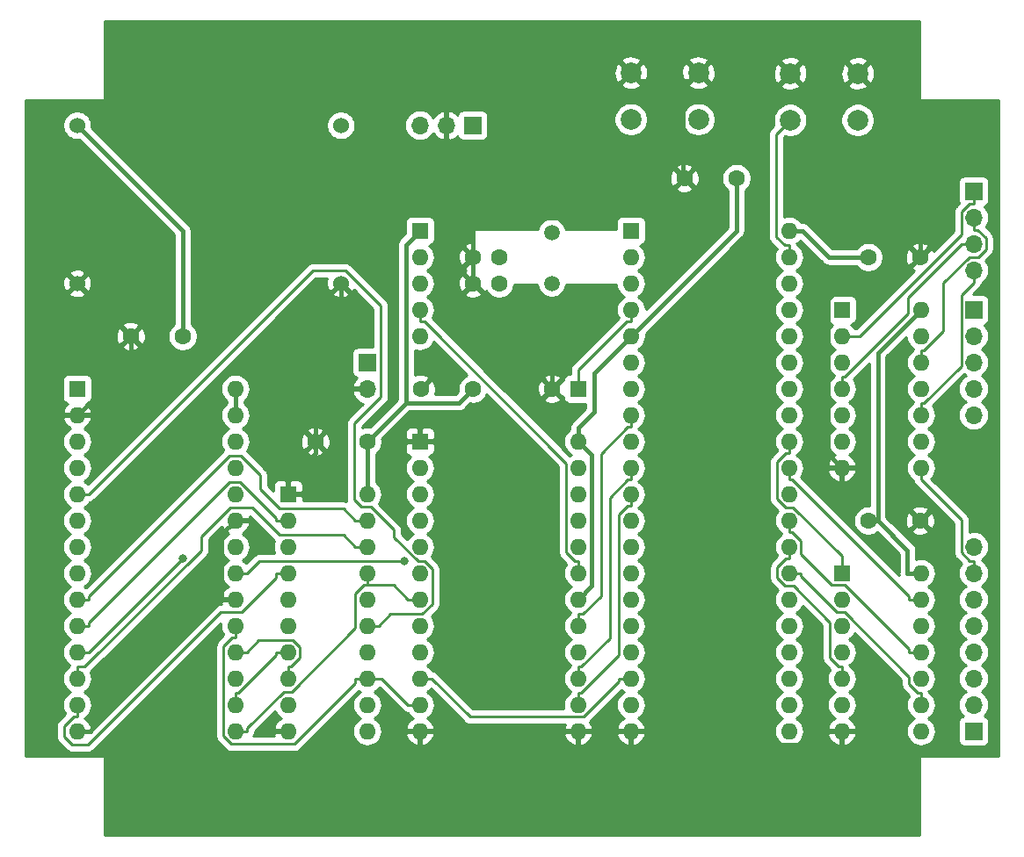
<source format=gbl>
%TF.GenerationSoftware,KiCad,Pcbnew,5.1.2-5.1.2*%
%TF.CreationDate,2019-06-03T18:56:12+10:00*%
%TF.ProjectId,clock,636c6f63-6b2e-46b6-9963-61645f706362,1*%
%TF.SameCoordinates,Original*%
%TF.FileFunction,Copper,L2,Bot*%
%TF.FilePolarity,Positive*%
%FSLAX46Y46*%
G04 Gerber Fmt 4.6, Leading zero omitted, Abs format (unit mm)*
G04 Created by KiCad (PCBNEW 5.1.2-5.1.2) date 2019-06-03 18:56:12*
%MOMM*%
%LPD*%
G04 APERTURE LIST*
%ADD10C,1.500000*%
%ADD11O,1.700000X1.700000*%
%ADD12R,1.700000X1.700000*%
%ADD13C,1.600000*%
%ADD14C,1.524000*%
%ADD15R,1.600000X1.600000*%
%ADD16O,1.600000X1.600000*%
%ADD17C,2.000000*%
%ADD18C,0.800000*%
%ADD19C,0.400000*%
%ADD20C,0.250000*%
%ADD21C,0.254000*%
G04 APERTURE END LIST*
D10*
X228600000Y-35740000D03*
X228600000Y-40640000D03*
D11*
X269240000Y-39370000D03*
X269240000Y-36830000D03*
X269240000Y-34290000D03*
D12*
X269240000Y-31750000D03*
D13*
X221020000Y-38100000D03*
X223520000Y-38100000D03*
X221020000Y-40640000D03*
X223520000Y-40640000D03*
D11*
X269240000Y-53340000D03*
X269240000Y-50800000D03*
X269240000Y-48260000D03*
X269240000Y-45720000D03*
D12*
X269240000Y-43180000D03*
D14*
X208280000Y-40640000D03*
X182880000Y-40640000D03*
X208280000Y-25400000D03*
X182880000Y-25400000D03*
D13*
X264080000Y-38100000D03*
X259080000Y-38100000D03*
X264080000Y-63500000D03*
X259080000Y-63500000D03*
X215980000Y-50800000D03*
X220980000Y-50800000D03*
X205820000Y-55880000D03*
X210820000Y-55880000D03*
X241380000Y-30480000D03*
X246380000Y-30480000D03*
X188040000Y-45720000D03*
X193040000Y-45720000D03*
X228640000Y-50800000D03*
D15*
X231140000Y-50800000D03*
D11*
X269240000Y-66040000D03*
X269240000Y-68580000D03*
X269240000Y-71120000D03*
X269240000Y-73660000D03*
X269240000Y-76200000D03*
X269240000Y-78740000D03*
X269240000Y-81280000D03*
D12*
X269240000Y-83820000D03*
D11*
X215900000Y-25400000D03*
X218440000Y-25400000D03*
D12*
X220980000Y-25400000D03*
D11*
X210820000Y-50800000D03*
D12*
X210820000Y-48260000D03*
D16*
X215900000Y-45720000D03*
X215900000Y-43180000D03*
X215900000Y-40640000D03*
X215900000Y-38100000D03*
D15*
X215900000Y-35560000D03*
D17*
X251564000Y-24892000D03*
X251564000Y-20392000D03*
X258064000Y-24892000D03*
X258064000Y-20392000D03*
X242720000Y-20320000D03*
X242720000Y-24820000D03*
X236220000Y-20320000D03*
X236220000Y-24820000D03*
D16*
X251460000Y-35560000D03*
X236220000Y-83820000D03*
X251460000Y-38100000D03*
X236220000Y-81280000D03*
X251460000Y-40640000D03*
X236220000Y-78740000D03*
X251460000Y-43180000D03*
X236220000Y-76200000D03*
X251460000Y-45720000D03*
X236220000Y-73660000D03*
X251460000Y-48260000D03*
X236220000Y-71120000D03*
X251460000Y-50800000D03*
X236220000Y-68580000D03*
X251460000Y-53340000D03*
X236220000Y-66040000D03*
X251460000Y-55880000D03*
X236220000Y-63500000D03*
X251460000Y-58420000D03*
X236220000Y-60960000D03*
X251460000Y-60960000D03*
X236220000Y-58420000D03*
X251460000Y-63500000D03*
X236220000Y-55880000D03*
X251460000Y-66040000D03*
X236220000Y-53340000D03*
X251460000Y-68580000D03*
X236220000Y-50800000D03*
X251460000Y-71120000D03*
X236220000Y-48260000D03*
X251460000Y-73660000D03*
X236220000Y-45720000D03*
X251460000Y-76200000D03*
X236220000Y-43180000D03*
X251460000Y-78740000D03*
X236220000Y-40640000D03*
X251460000Y-81280000D03*
X236220000Y-38100000D03*
X251460000Y-83820000D03*
D15*
X236220000Y-35560000D03*
D16*
X198120000Y-50800000D03*
X182880000Y-83820000D03*
X198120000Y-53340000D03*
X182880000Y-81280000D03*
X198120000Y-55880000D03*
X182880000Y-78740000D03*
X198120000Y-58420000D03*
X182880000Y-76200000D03*
X198120000Y-60960000D03*
X182880000Y-73660000D03*
X198120000Y-63500000D03*
X182880000Y-71120000D03*
X198120000Y-66040000D03*
X182880000Y-68580000D03*
X198120000Y-68580000D03*
X182880000Y-66040000D03*
X198120000Y-71120000D03*
X182880000Y-63500000D03*
X198120000Y-73660000D03*
X182880000Y-60960000D03*
X198120000Y-76200000D03*
X182880000Y-58420000D03*
X198120000Y-78740000D03*
X182880000Y-55880000D03*
X198120000Y-81280000D03*
X182880000Y-53340000D03*
X198120000Y-83820000D03*
D15*
X182880000Y-50800000D03*
D16*
X210820000Y-60960000D03*
X203200000Y-83820000D03*
X210820000Y-63500000D03*
X203200000Y-81280000D03*
X210820000Y-66040000D03*
X203200000Y-78740000D03*
X210820000Y-68580000D03*
X203200000Y-76200000D03*
X210820000Y-71120000D03*
X203200000Y-73660000D03*
X210820000Y-73660000D03*
X203200000Y-71120000D03*
X210820000Y-76200000D03*
X203200000Y-68580000D03*
X210820000Y-78740000D03*
X203200000Y-66040000D03*
X210820000Y-81280000D03*
X203200000Y-63500000D03*
X210820000Y-83820000D03*
D15*
X203200000Y-60960000D03*
D16*
X231140000Y-55880000D03*
X215900000Y-83820000D03*
X231140000Y-58420000D03*
X215900000Y-81280000D03*
X231140000Y-60960000D03*
X215900000Y-78740000D03*
X231140000Y-63500000D03*
X215900000Y-76200000D03*
X231140000Y-66040000D03*
X215900000Y-73660000D03*
X231140000Y-68580000D03*
X215900000Y-71120000D03*
X231140000Y-71120000D03*
X215900000Y-68580000D03*
X231140000Y-73660000D03*
X215900000Y-66040000D03*
X231140000Y-76200000D03*
X215900000Y-63500000D03*
X231140000Y-78740000D03*
X215900000Y-60960000D03*
X231140000Y-81280000D03*
X215900000Y-58420000D03*
X231140000Y-83820000D03*
D15*
X215900000Y-55880000D03*
D16*
X264160000Y-68580000D03*
X256540000Y-83820000D03*
X264160000Y-71120000D03*
X256540000Y-81280000D03*
X264160000Y-73660000D03*
X256540000Y-78740000D03*
X264160000Y-76200000D03*
X256540000Y-76200000D03*
X264160000Y-78740000D03*
X256540000Y-73660000D03*
X264160000Y-81280000D03*
X256540000Y-71120000D03*
X264160000Y-83820000D03*
D15*
X256540000Y-68580000D03*
D16*
X264160000Y-43180000D03*
X256540000Y-58420000D03*
X264160000Y-45720000D03*
X256540000Y-55880000D03*
X264160000Y-48260000D03*
X256540000Y-53340000D03*
X264160000Y-50800000D03*
X256540000Y-50800000D03*
X264160000Y-53340000D03*
X256540000Y-48260000D03*
X264160000Y-55880000D03*
X256540000Y-45720000D03*
X264160000Y-58420000D03*
D15*
X256540000Y-43180000D03*
D18*
X214371000Y-67418100D03*
X193040000Y-67165300D03*
D19*
X221020000Y-29330300D02*
X218440000Y-26750300D01*
X221020000Y-38100000D02*
X221020000Y-29330300D01*
X221020000Y-29330300D02*
X227209700Y-29330300D01*
X227209700Y-29330300D02*
X236220000Y-20320000D01*
X241200900Y-21079500D02*
X236979500Y-21079500D01*
X236979500Y-21079500D02*
X236220000Y-20320000D01*
X198120000Y-63500000D02*
X196819700Y-64800300D01*
X196819700Y-64800300D02*
X196819700Y-71120000D01*
X182880000Y-83820000D02*
X184180300Y-83820000D01*
X198120000Y-71120000D02*
X196819700Y-71120000D01*
X196819700Y-71120000D02*
X184180300Y-83759400D01*
X184180300Y-83759400D02*
X184180300Y-83820000D01*
X218440000Y-25400000D02*
X218440000Y-26750300D01*
X221020000Y-40640000D02*
X221020000Y-38100000D01*
X258064000Y-20392000D02*
X264080000Y-26408000D01*
X264080000Y-26408000D02*
X264080000Y-38100000D01*
X256540000Y-58420000D02*
X255219800Y-57099800D01*
X255219800Y-57099800D02*
X255219800Y-42181700D01*
X255219800Y-42181700D02*
X256386600Y-41014900D01*
X256386600Y-41014900D02*
X261165100Y-41014900D01*
X261165100Y-41014900D02*
X264080000Y-38100000D01*
X256540000Y-83820000D02*
X255239700Y-83820000D01*
X236220000Y-83820000D02*
X237520300Y-83820000D01*
X237520300Y-83820000D02*
X238821500Y-85121200D01*
X238821500Y-85121200D02*
X253938500Y-85121200D01*
X253938500Y-85121200D02*
X255239700Y-83820000D01*
X242720000Y-20320000D02*
X241960500Y-21079500D01*
X241960500Y-21079500D02*
X241200900Y-21079500D01*
X241200900Y-21079500D02*
X241200900Y-30300900D01*
X241200900Y-30300900D02*
X241380000Y-30480000D01*
X209469700Y-50800000D02*
X205820000Y-54449700D01*
X205820000Y-54449700D02*
X205820000Y-55880000D01*
X208280000Y-40640000D02*
X208280000Y-49610300D01*
X208280000Y-49610300D02*
X209469700Y-50800000D01*
X210820000Y-50800000D02*
X209469700Y-50800000D01*
X228640000Y-50800000D02*
X228640000Y-48260000D01*
X228640000Y-48260000D02*
X221020000Y-40640000D01*
X203200000Y-59659700D02*
X205820000Y-57039700D01*
X205820000Y-57039700D02*
X205820000Y-55880000D01*
X188040000Y-45720000D02*
X187960000Y-45720000D01*
X187960000Y-45720000D02*
X182880000Y-40640000D01*
X182880000Y-53340000D02*
X188040000Y-48180000D01*
X188040000Y-48180000D02*
X188040000Y-45720000D01*
X203200000Y-60960000D02*
X203200000Y-59659700D01*
X198120000Y-53340000D02*
X198120000Y-50800000D01*
X214542900Y-52145000D02*
X214542900Y-36917100D01*
X214542900Y-36917100D02*
X215900000Y-35560000D01*
X210820000Y-55880000D02*
X214542900Y-52157100D01*
X214542900Y-52157100D02*
X214542900Y-52145000D01*
X220980000Y-50800000D02*
X219635000Y-52145000D01*
X219635000Y-52145000D02*
X214542900Y-52145000D01*
X210820000Y-55880000D02*
X210820000Y-60960000D01*
X193040000Y-45720000D02*
X193040000Y-35560000D01*
X193040000Y-35560000D02*
X182880000Y-25400000D01*
X251460000Y-35560000D02*
X252760300Y-35560000D01*
X259080000Y-38100000D02*
X255300300Y-38100000D01*
X255300300Y-38100000D02*
X252760300Y-35560000D01*
X231140000Y-71120000D02*
X232453500Y-69806500D01*
X232453500Y-69806500D02*
X232453500Y-57193500D01*
X232453500Y-57193500D02*
X231140000Y-55880000D01*
X231140000Y-55880000D02*
X231140000Y-54579700D01*
X236220000Y-45720000D02*
X232675000Y-49265000D01*
X232675000Y-49265000D02*
X232675000Y-53044700D01*
X232675000Y-53044700D02*
X231140000Y-54579700D01*
X246380000Y-30480000D02*
X246380000Y-35560000D01*
X246380000Y-35560000D02*
X236220000Y-45720000D01*
X259994100Y-63500000D02*
X259994100Y-47345900D01*
X259994100Y-47345900D02*
X264160000Y-43180000D01*
X262859700Y-68580000D02*
X262859700Y-66365600D01*
X262859700Y-66365600D02*
X259994100Y-63500000D01*
X259994100Y-63500000D02*
X259080000Y-63500000D01*
X264160000Y-68580000D02*
X262859700Y-68580000D01*
D20*
X269240000Y-68580000D02*
X269240000Y-67404700D01*
X264160000Y-58420000D02*
X264160000Y-59545300D01*
X264160000Y-59545300D02*
X268064700Y-63450000D01*
X268064700Y-63450000D02*
X268064700Y-66596800D01*
X268064700Y-66596800D02*
X268872600Y-67404700D01*
X268872600Y-67404700D02*
X269240000Y-67404700D01*
X251460000Y-38100000D02*
X251460000Y-36974700D01*
X251460000Y-36974700D02*
X251038000Y-36974700D01*
X251038000Y-36974700D02*
X250229300Y-36166000D01*
X250229300Y-36166000D02*
X250229300Y-26226700D01*
X250229300Y-26226700D02*
X251564000Y-24892000D01*
X215900000Y-43180000D02*
X215900000Y-44305300D01*
X231140000Y-68580000D02*
X231140000Y-67454700D01*
X231140000Y-67454700D02*
X230858600Y-67454700D01*
X230858600Y-67454700D02*
X230014700Y-66610800D01*
X230014700Y-66610800D02*
X230014700Y-57998000D01*
X230014700Y-57998000D02*
X216322000Y-44305300D01*
X216322000Y-44305300D02*
X215900000Y-44305300D01*
X198120000Y-68580000D02*
X199245300Y-68580000D01*
X199245300Y-68580000D02*
X200407200Y-67418100D01*
X200407200Y-67418100D02*
X214371000Y-67418100D01*
X251460000Y-68580000D02*
X252585300Y-68580000D01*
X264160000Y-81280000D02*
X264160000Y-80154700D01*
X264160000Y-80154700D02*
X263878600Y-80154700D01*
X263878600Y-80154700D02*
X263034700Y-79310800D01*
X263034700Y-79310800D02*
X263034700Y-78557600D01*
X263034700Y-78557600D02*
X256830100Y-72353000D01*
X256830100Y-72353000D02*
X256077000Y-72353000D01*
X256077000Y-72353000D02*
X252585300Y-68861300D01*
X252585300Y-68861300D02*
X252585300Y-68580000D01*
X236220000Y-53340000D02*
X236220000Y-54465300D01*
X231140000Y-73660000D02*
X231140000Y-72534700D01*
X231140000Y-72534700D02*
X231562000Y-72534700D01*
X231562000Y-72534700D02*
X233326400Y-70770300D01*
X233326400Y-70770300D02*
X233326400Y-57077600D01*
X233326400Y-57077600D02*
X235938700Y-54465300D01*
X235938700Y-54465300D02*
X236220000Y-54465300D01*
X251460000Y-66040000D02*
X251460000Y-67165300D01*
X256540000Y-78740000D02*
X256540000Y-77614700D01*
X256540000Y-77614700D02*
X256258600Y-77614700D01*
X256258600Y-77614700D02*
X255414700Y-76770800D01*
X255414700Y-76770800D02*
X255414700Y-73306200D01*
X255414700Y-73306200D02*
X251887800Y-69779300D01*
X251887800Y-69779300D02*
X251047200Y-69779300D01*
X251047200Y-69779300D02*
X250334700Y-69066800D01*
X250334700Y-69066800D02*
X250334700Y-68009200D01*
X250334700Y-68009200D02*
X251178600Y-67165300D01*
X251178600Y-67165300D02*
X251460000Y-67165300D01*
X251460000Y-63500000D02*
X251460000Y-64625300D01*
X264160000Y-76200000D02*
X263034700Y-76200000D01*
X263034700Y-76200000D02*
X263034700Y-75918700D01*
X263034700Y-75918700D02*
X256821400Y-69705400D01*
X256821400Y-69705400D02*
X255535400Y-69705400D01*
X255535400Y-69705400D02*
X252585300Y-66755300D01*
X252585300Y-66755300D02*
X252585300Y-65469200D01*
X252585300Y-65469200D02*
X251741400Y-64625300D01*
X251741400Y-64625300D02*
X251460000Y-64625300D01*
X236220000Y-59545300D02*
X235938700Y-59545300D01*
X235938700Y-59545300D02*
X234194100Y-61289900D01*
X234194100Y-61289900D02*
X234194100Y-74841900D01*
X234194100Y-74841900D02*
X231421300Y-77614700D01*
X231421300Y-77614700D02*
X231140000Y-77614700D01*
X231140000Y-78740000D02*
X231140000Y-77614700D01*
X236220000Y-58420000D02*
X236220000Y-59545300D01*
X236220000Y-60960000D02*
X236220000Y-62085300D01*
X231140000Y-81280000D02*
X231140000Y-80154700D01*
X231140000Y-80154700D02*
X231421300Y-80154700D01*
X231421300Y-80154700D02*
X235094700Y-76481300D01*
X235094700Y-76481300D02*
X235094700Y-62929200D01*
X235094700Y-62929200D02*
X235938600Y-62085300D01*
X235938600Y-62085300D02*
X236220000Y-62085300D01*
X251460000Y-58420000D02*
X251460000Y-59545300D01*
X264160000Y-71120000D02*
X263034700Y-71120000D01*
X263034700Y-71120000D02*
X263034700Y-70838700D01*
X263034700Y-70838700D02*
X251741300Y-59545300D01*
X251741300Y-59545300D02*
X251460000Y-59545300D01*
X184005300Y-76200000D02*
X193040000Y-67165300D01*
X182880000Y-76200000D02*
X184005300Y-76200000D01*
X251460000Y-55880000D02*
X251460000Y-57005300D01*
X251460000Y-57005300D02*
X251178700Y-57005300D01*
X251178700Y-57005300D02*
X250315800Y-57868200D01*
X250315800Y-57868200D02*
X250315800Y-61442200D01*
X250315800Y-61442200D02*
X251103600Y-62230000D01*
X251103600Y-62230000D02*
X251828100Y-62230000D01*
X251828100Y-62230000D02*
X256540000Y-66941900D01*
X256540000Y-66941900D02*
X256540000Y-68580000D01*
X182880000Y-78740000D02*
X182880000Y-77614700D01*
X210820000Y-66040000D02*
X209694700Y-66040000D01*
X209694700Y-66040000D02*
X208569400Y-64914700D01*
X208569400Y-64914700D02*
X202381600Y-64914700D01*
X202381600Y-64914700D02*
X199726200Y-62259300D01*
X199726200Y-62259300D02*
X197594500Y-62259300D01*
X197594500Y-62259300D02*
X194833400Y-65020400D01*
X194833400Y-65020400D02*
X194833400Y-66399800D01*
X194833400Y-66399800D02*
X183618500Y-77614700D01*
X183618500Y-77614700D02*
X182880000Y-77614700D01*
X203200000Y-68580000D02*
X202074700Y-68580000D01*
X182880000Y-81280000D02*
X182880000Y-82405300D01*
X202074700Y-68580000D02*
X202074700Y-69002000D01*
X202074700Y-69002000D02*
X198731300Y-72345400D01*
X198731300Y-72345400D02*
X196680400Y-72345400D01*
X196680400Y-72345400D02*
X183936800Y-85089000D01*
X183936800Y-85089000D02*
X182358400Y-85089000D01*
X182358400Y-85089000D02*
X181623800Y-84354400D01*
X181623800Y-84354400D02*
X181623800Y-83305400D01*
X181623800Y-83305400D02*
X182523900Y-82405300D01*
X182523900Y-82405300D02*
X182880000Y-82405300D01*
X215900000Y-71120000D02*
X214774700Y-71120000D01*
X214774700Y-71120000D02*
X213360000Y-69705300D01*
X213360000Y-69705300D02*
X210820000Y-69705300D01*
X198120000Y-83820000D02*
X199245300Y-83820000D01*
X210820000Y-68580000D02*
X210820000Y-69705300D01*
X210820000Y-69705300D02*
X210538600Y-69705300D01*
X210538600Y-69705300D02*
X209694700Y-70549200D01*
X209694700Y-70549200D02*
X209694700Y-73893100D01*
X209694700Y-73893100D02*
X203577800Y-80010000D01*
X203577800Y-80010000D02*
X202774000Y-80010000D01*
X202774000Y-80010000D02*
X199245300Y-83538700D01*
X199245300Y-83538700D02*
X199245300Y-83820000D01*
X198120000Y-81280000D02*
X198120000Y-80154700D01*
X203200000Y-76200000D02*
X202074700Y-76200000D01*
X202074700Y-76200000D02*
X202074700Y-76481300D01*
X202074700Y-76481300D02*
X198401300Y-80154700D01*
X198401300Y-80154700D02*
X198120000Y-80154700D01*
X198120000Y-76200000D02*
X199245300Y-76200000D01*
X203200000Y-78740000D02*
X203200000Y-77614700D01*
X203200000Y-77614700D02*
X203481300Y-77614700D01*
X203481300Y-77614700D02*
X204329100Y-76766900D01*
X204329100Y-76766900D02*
X204329100Y-75733200D01*
X204329100Y-75733200D02*
X203670600Y-75074700D01*
X203670600Y-75074700D02*
X200370600Y-75074700D01*
X200370600Y-75074700D02*
X199245300Y-76200000D01*
X236220000Y-78740000D02*
X235094700Y-78740000D01*
X215900000Y-78740000D02*
X217025300Y-78740000D01*
X217025300Y-78740000D02*
X220712500Y-82427200D01*
X220712500Y-82427200D02*
X231688800Y-82427200D01*
X231688800Y-82427200D02*
X235094700Y-79021300D01*
X235094700Y-79021300D02*
X235094700Y-78740000D01*
X198120000Y-73660000D02*
X198120000Y-74785300D01*
X210820000Y-78740000D02*
X209694700Y-78740000D01*
X209694700Y-78740000D02*
X209694700Y-79162000D01*
X209694700Y-79162000D02*
X203808200Y-85048500D01*
X203808200Y-85048500D02*
X197753500Y-85048500D01*
X197753500Y-85048500D02*
X196994700Y-84289700D01*
X196994700Y-84289700D02*
X196994700Y-75629200D01*
X196994700Y-75629200D02*
X197838600Y-74785300D01*
X197838600Y-74785300D02*
X198120000Y-74785300D01*
X214774700Y-81280000D02*
X212234700Y-78740000D01*
X212234700Y-78740000D02*
X210820000Y-78740000D01*
X215900000Y-81280000D02*
X214774700Y-81280000D01*
X182880000Y-60960000D02*
X184005300Y-60960000D01*
X210820000Y-73660000D02*
X211945300Y-73660000D01*
X211945300Y-73660000D02*
X213070600Y-72534700D01*
X213070600Y-72534700D02*
X216106000Y-72534700D01*
X216106000Y-72534700D02*
X217067700Y-71573000D01*
X217067700Y-71573000D02*
X217067700Y-68141900D01*
X217067700Y-68141900D02*
X216380400Y-67454600D01*
X216380400Y-67454600D02*
X215723000Y-67454600D01*
X215723000Y-67454600D02*
X213360000Y-65091600D01*
X213360000Y-65091600D02*
X213360000Y-64386400D01*
X213360000Y-64386400D02*
X211158900Y-62185300D01*
X211158900Y-62185300D02*
X210271200Y-62185300D01*
X210271200Y-62185300D02*
X209588000Y-61502100D01*
X209588000Y-61502100D02*
X209588000Y-54132200D01*
X209588000Y-54132200D02*
X212115300Y-51604900D01*
X212115300Y-51604900D02*
X212115300Y-42777900D01*
X212115300Y-42777900D02*
X208753100Y-39415700D01*
X208753100Y-39415700D02*
X205549600Y-39415700D01*
X205549600Y-39415700D02*
X184005300Y-60960000D01*
X182880000Y-71120000D02*
X184005300Y-71120000D01*
X210820000Y-63500000D02*
X209694700Y-63500000D01*
X209694700Y-63500000D02*
X208569400Y-62374700D01*
X208569400Y-62374700D02*
X202407700Y-62374700D01*
X202407700Y-62374700D02*
X200517100Y-60484100D01*
X200517100Y-60484100D02*
X200517100Y-59158000D01*
X200517100Y-59158000D02*
X198617600Y-57258500D01*
X198617600Y-57258500D02*
X197585500Y-57258500D01*
X197585500Y-57258500D02*
X184005300Y-70838700D01*
X184005300Y-70838700D02*
X184005300Y-71120000D01*
X182880000Y-73660000D02*
X184005300Y-73660000D01*
X203200000Y-63500000D02*
X202074700Y-63500000D01*
X202074700Y-63500000D02*
X202074700Y-63307600D01*
X202074700Y-63307600D02*
X198574500Y-59807400D01*
X198574500Y-59807400D02*
X197576600Y-59807400D01*
X197576600Y-59807400D02*
X184005300Y-73378700D01*
X184005300Y-73378700D02*
X184005300Y-73660000D01*
X236220000Y-43180000D02*
X236220000Y-44305300D01*
X236220000Y-44305300D02*
X235798000Y-44305300D01*
X235798000Y-44305300D02*
X231140000Y-48963300D01*
X231140000Y-48963300D02*
X231140000Y-50800000D01*
X269240000Y-39370000D02*
X269240000Y-40545300D01*
X264160000Y-53340000D02*
X264160000Y-52214700D01*
X264160000Y-52214700D02*
X264441300Y-52214700D01*
X264441300Y-52214700D02*
X268064700Y-48591300D01*
X268064700Y-48591300D02*
X268064700Y-41720600D01*
X268064700Y-41720600D02*
X269240000Y-40545300D01*
X269240000Y-36830000D02*
X268064700Y-36830000D01*
X256540000Y-50800000D02*
X256540000Y-49674700D01*
X256540000Y-49674700D02*
X256780900Y-49674700D01*
X256780900Y-49674700D02*
X262919800Y-43535800D01*
X262919800Y-43535800D02*
X262919800Y-41974900D01*
X262919800Y-41974900D02*
X268064700Y-36830000D01*
X269240000Y-34290000D02*
X269240000Y-35465300D01*
X264160000Y-48260000D02*
X264160000Y-47134700D01*
X264160000Y-47134700D02*
X264441300Y-47134700D01*
X264441300Y-47134700D02*
X266328300Y-45247700D01*
X266328300Y-45247700D02*
X266328300Y-40617500D01*
X266328300Y-40617500D02*
X268845800Y-38100000D01*
X268845800Y-38100000D02*
X269654900Y-38100000D01*
X269654900Y-38100000D02*
X270415300Y-37339600D01*
X270415300Y-37339600D02*
X270415300Y-36273200D01*
X270415300Y-36273200D02*
X269607400Y-35465300D01*
X269607400Y-35465300D02*
X269240000Y-35465300D01*
X269240000Y-31750000D02*
X269240000Y-32925300D01*
X269240000Y-32925300D02*
X268872600Y-32925300D01*
X268872600Y-32925300D02*
X268064700Y-33733200D01*
X268064700Y-33733200D02*
X268064700Y-35890700D01*
X268064700Y-35890700D02*
X258235400Y-45720000D01*
X258235400Y-45720000D02*
X256540000Y-45720000D01*
D21*
G36*
X264033000Y-22860000D02*
G01*
X264035440Y-22884776D01*
X264042667Y-22908601D01*
X264054403Y-22930557D01*
X264070197Y-22949803D01*
X264089443Y-22965597D01*
X264111399Y-22977333D01*
X264135224Y-22984560D01*
X264160000Y-22987000D01*
X271653000Y-22987000D01*
X271653000Y-86233000D01*
X264160000Y-86233000D01*
X264135224Y-86235440D01*
X264111399Y-86242667D01*
X264089443Y-86254403D01*
X264070197Y-86270197D01*
X264054403Y-86289443D01*
X264042667Y-86311399D01*
X264035440Y-86335224D01*
X264033000Y-86360000D01*
X264033000Y-93853000D01*
X185547000Y-93853000D01*
X185547000Y-86360000D01*
X185544560Y-86335224D01*
X185537333Y-86311399D01*
X185525597Y-86289443D01*
X185509803Y-86270197D01*
X185490557Y-86254403D01*
X185468601Y-86242667D01*
X185444776Y-86235440D01*
X185420000Y-86233000D01*
X177927000Y-86233000D01*
X177927000Y-83305400D01*
X180860124Y-83305400D01*
X180863801Y-83342732D01*
X180863800Y-84317077D01*
X180860124Y-84354400D01*
X180863800Y-84391722D01*
X180863800Y-84391732D01*
X180874797Y-84503385D01*
X180918254Y-84646646D01*
X180988826Y-84778676D01*
X181028671Y-84827226D01*
X181083799Y-84894401D01*
X181112802Y-84918203D01*
X181794601Y-85600002D01*
X181818399Y-85629001D01*
X181934124Y-85723974D01*
X182066153Y-85794546D01*
X182209414Y-85838003D01*
X182321067Y-85849000D01*
X182321076Y-85849000D01*
X182358399Y-85852676D01*
X182395722Y-85849000D01*
X183899478Y-85849000D01*
X183936800Y-85852676D01*
X183974122Y-85849000D01*
X183974133Y-85849000D01*
X184085786Y-85838003D01*
X184229047Y-85794546D01*
X184361076Y-85723974D01*
X184476801Y-85629001D01*
X184500604Y-85599997D01*
X196704000Y-73396602D01*
X196678057Y-73660000D01*
X196705764Y-73941309D01*
X196787818Y-74211808D01*
X196921068Y-74461101D01*
X196996312Y-74552786D01*
X196483698Y-75065401D01*
X196454700Y-75089199D01*
X196430902Y-75118197D01*
X196430901Y-75118198D01*
X196359726Y-75204924D01*
X196289154Y-75336954D01*
X196275520Y-75381901D01*
X196245698Y-75480214D01*
X196243850Y-75498976D01*
X196231024Y-75629200D01*
X196234701Y-75666532D01*
X196234700Y-84252378D01*
X196231024Y-84289700D01*
X196234700Y-84327022D01*
X196234700Y-84327032D01*
X196245697Y-84438685D01*
X196272046Y-84525546D01*
X196289154Y-84581946D01*
X196359726Y-84713976D01*
X196394422Y-84756253D01*
X196454699Y-84829701D01*
X196483702Y-84853503D01*
X197189701Y-85559502D01*
X197213499Y-85588501D01*
X197329224Y-85683474D01*
X197461253Y-85754046D01*
X197604514Y-85797503D01*
X197716167Y-85808500D01*
X197716176Y-85808500D01*
X197753499Y-85812176D01*
X197790822Y-85808500D01*
X203770878Y-85808500D01*
X203808200Y-85812176D01*
X203845522Y-85808500D01*
X203845533Y-85808500D01*
X203957186Y-85797503D01*
X204100447Y-85754046D01*
X204232476Y-85683474D01*
X204348201Y-85588501D01*
X204372004Y-85559497D01*
X210004438Y-79927064D01*
X210018899Y-79938932D01*
X210151858Y-80010000D01*
X210018899Y-80081068D01*
X209800392Y-80260392D01*
X209621068Y-80478899D01*
X209487818Y-80728192D01*
X209405764Y-80998691D01*
X209378057Y-81280000D01*
X209405764Y-81561309D01*
X209487818Y-81831808D01*
X209621068Y-82081101D01*
X209800392Y-82299608D01*
X210018899Y-82478932D01*
X210151858Y-82550000D01*
X210018899Y-82621068D01*
X209800392Y-82800392D01*
X209621068Y-83018899D01*
X209487818Y-83268192D01*
X209405764Y-83538691D01*
X209378057Y-83820000D01*
X209405764Y-84101309D01*
X209487818Y-84371808D01*
X209621068Y-84621101D01*
X209800392Y-84839608D01*
X210018899Y-85018932D01*
X210268192Y-85152182D01*
X210538691Y-85234236D01*
X210749508Y-85255000D01*
X210890492Y-85255000D01*
X211101309Y-85234236D01*
X211371808Y-85152182D01*
X211621101Y-85018932D01*
X211839608Y-84839608D01*
X212018932Y-84621101D01*
X212152182Y-84371808D01*
X212213690Y-84169039D01*
X214508096Y-84169039D01*
X214548754Y-84303087D01*
X214668963Y-84557420D01*
X214836481Y-84783414D01*
X215044869Y-84972385D01*
X215286119Y-85117070D01*
X215550960Y-85211909D01*
X215773000Y-85090624D01*
X215773000Y-83947000D01*
X216027000Y-83947000D01*
X216027000Y-85090624D01*
X216249040Y-85211909D01*
X216513881Y-85117070D01*
X216755131Y-84972385D01*
X216963519Y-84783414D01*
X217131037Y-84557420D01*
X217251246Y-84303087D01*
X217291904Y-84169039D01*
X229748096Y-84169039D01*
X229788754Y-84303087D01*
X229908963Y-84557420D01*
X230076481Y-84783414D01*
X230284869Y-84972385D01*
X230526119Y-85117070D01*
X230790960Y-85211909D01*
X231013000Y-85090624D01*
X231013000Y-83947000D01*
X231267000Y-83947000D01*
X231267000Y-85090624D01*
X231489040Y-85211909D01*
X231753881Y-85117070D01*
X231995131Y-84972385D01*
X232203519Y-84783414D01*
X232371037Y-84557420D01*
X232491246Y-84303087D01*
X232531904Y-84169039D01*
X234828096Y-84169039D01*
X234868754Y-84303087D01*
X234988963Y-84557420D01*
X235156481Y-84783414D01*
X235364869Y-84972385D01*
X235606119Y-85117070D01*
X235870960Y-85211909D01*
X236093000Y-85090624D01*
X236093000Y-83947000D01*
X236347000Y-83947000D01*
X236347000Y-85090624D01*
X236569040Y-85211909D01*
X236833881Y-85117070D01*
X237075131Y-84972385D01*
X237283519Y-84783414D01*
X237451037Y-84557420D01*
X237571246Y-84303087D01*
X237611904Y-84169039D01*
X237489915Y-83947000D01*
X236347000Y-83947000D01*
X236093000Y-83947000D01*
X234950085Y-83947000D01*
X234828096Y-84169039D01*
X232531904Y-84169039D01*
X232409915Y-83947000D01*
X231267000Y-83947000D01*
X231013000Y-83947000D01*
X229870085Y-83947000D01*
X229748096Y-84169039D01*
X217291904Y-84169039D01*
X217169915Y-83947000D01*
X216027000Y-83947000D01*
X215773000Y-83947000D01*
X214630085Y-83947000D01*
X214508096Y-84169039D01*
X212213690Y-84169039D01*
X212234236Y-84101309D01*
X212261943Y-83820000D01*
X212234236Y-83538691D01*
X212152182Y-83268192D01*
X212018932Y-83018899D01*
X211839608Y-82800392D01*
X211621101Y-82621068D01*
X211488142Y-82550000D01*
X211621101Y-82478932D01*
X211839608Y-82299608D01*
X212018932Y-82081101D01*
X212152182Y-81831808D01*
X212234236Y-81561309D01*
X212261943Y-81280000D01*
X212234236Y-80998691D01*
X212152182Y-80728192D01*
X212018932Y-80478899D01*
X211839608Y-80260392D01*
X211621101Y-80081068D01*
X211488142Y-80010000D01*
X211621101Y-79938932D01*
X211839608Y-79759608D01*
X211992819Y-79572920D01*
X214210905Y-81791008D01*
X214234699Y-81820001D01*
X214263692Y-81843795D01*
X214263696Y-81843799D01*
X214316580Y-81887199D01*
X214350424Y-81914974D01*
X214482453Y-81985546D01*
X214625714Y-82029003D01*
X214675861Y-82033942D01*
X214701068Y-82081101D01*
X214880392Y-82299608D01*
X215098899Y-82478932D01*
X215236682Y-82552579D01*
X215044869Y-82667615D01*
X214836481Y-82856586D01*
X214668963Y-83082580D01*
X214548754Y-83336913D01*
X214508096Y-83470961D01*
X214630085Y-83693000D01*
X215773000Y-83693000D01*
X215773000Y-83673000D01*
X216027000Y-83673000D01*
X216027000Y-83693000D01*
X217169915Y-83693000D01*
X217291904Y-83470961D01*
X217251246Y-83336913D01*
X217131037Y-83082580D01*
X216963519Y-82856586D01*
X216755131Y-82667615D01*
X216563318Y-82552579D01*
X216701101Y-82478932D01*
X216919608Y-82299608D01*
X217098932Y-82081101D01*
X217232182Y-81831808D01*
X217314236Y-81561309D01*
X217341943Y-81280000D01*
X217314236Y-80998691D01*
X217232182Y-80728192D01*
X217098932Y-80478899D01*
X216919608Y-80260392D01*
X216701101Y-80081068D01*
X216568142Y-80010000D01*
X216701101Y-79938932D01*
X216919608Y-79759608D01*
X216942371Y-79731872D01*
X220148701Y-82938203D01*
X220172499Y-82967201D01*
X220288224Y-83062174D01*
X220420253Y-83132746D01*
X220563514Y-83176203D01*
X220675167Y-83187200D01*
X220675176Y-83187200D01*
X220712499Y-83190876D01*
X220749822Y-83187200D01*
X229859515Y-83187200D01*
X229788754Y-83336913D01*
X229748096Y-83470961D01*
X229870085Y-83693000D01*
X231013000Y-83693000D01*
X231013000Y-83673000D01*
X231267000Y-83673000D01*
X231267000Y-83693000D01*
X232409915Y-83693000D01*
X232531904Y-83470961D01*
X232491246Y-83336913D01*
X232371037Y-83082580D01*
X232259156Y-82931645D01*
X235327159Y-79863643D01*
X235418899Y-79938932D01*
X235551858Y-80010000D01*
X235418899Y-80081068D01*
X235200392Y-80260392D01*
X235021068Y-80478899D01*
X234887818Y-80728192D01*
X234805764Y-80998691D01*
X234778057Y-81280000D01*
X234805764Y-81561309D01*
X234887818Y-81831808D01*
X235021068Y-82081101D01*
X235200392Y-82299608D01*
X235418899Y-82478932D01*
X235556682Y-82552579D01*
X235364869Y-82667615D01*
X235156481Y-82856586D01*
X234988963Y-83082580D01*
X234868754Y-83336913D01*
X234828096Y-83470961D01*
X234950085Y-83693000D01*
X236093000Y-83693000D01*
X236093000Y-83673000D01*
X236347000Y-83673000D01*
X236347000Y-83693000D01*
X237489915Y-83693000D01*
X237611904Y-83470961D01*
X237571246Y-83336913D01*
X237451037Y-83082580D01*
X237283519Y-82856586D01*
X237075131Y-82667615D01*
X236883318Y-82552579D01*
X237021101Y-82478932D01*
X237239608Y-82299608D01*
X237418932Y-82081101D01*
X237552182Y-81831808D01*
X237634236Y-81561309D01*
X237661943Y-81280000D01*
X237634236Y-80998691D01*
X237552182Y-80728192D01*
X237418932Y-80478899D01*
X237239608Y-80260392D01*
X237021101Y-80081068D01*
X236888142Y-80010000D01*
X237021101Y-79938932D01*
X237239608Y-79759608D01*
X237418932Y-79541101D01*
X237552182Y-79291808D01*
X237634236Y-79021309D01*
X237661943Y-78740000D01*
X237634236Y-78458691D01*
X237552182Y-78188192D01*
X237418932Y-77938899D01*
X237239608Y-77720392D01*
X237021101Y-77541068D01*
X236888142Y-77470000D01*
X237021101Y-77398932D01*
X237239608Y-77219608D01*
X237418932Y-77001101D01*
X237552182Y-76751808D01*
X237634236Y-76481309D01*
X237661943Y-76200000D01*
X237634236Y-75918691D01*
X237552182Y-75648192D01*
X237418932Y-75398899D01*
X237239608Y-75180392D01*
X237021101Y-75001068D01*
X236888142Y-74930000D01*
X237021101Y-74858932D01*
X237239608Y-74679608D01*
X237418932Y-74461101D01*
X237552182Y-74211808D01*
X237634236Y-73941309D01*
X237661943Y-73660000D01*
X237634236Y-73378691D01*
X237552182Y-73108192D01*
X237418932Y-72858899D01*
X237239608Y-72640392D01*
X237021101Y-72461068D01*
X236888142Y-72390000D01*
X237021101Y-72318932D01*
X237239608Y-72139608D01*
X237418932Y-71921101D01*
X237552182Y-71671808D01*
X237634236Y-71401309D01*
X237661943Y-71120000D01*
X237634236Y-70838691D01*
X237552182Y-70568192D01*
X237418932Y-70318899D01*
X237239608Y-70100392D01*
X237021101Y-69921068D01*
X236888142Y-69850000D01*
X237021101Y-69778932D01*
X237239608Y-69599608D01*
X237418932Y-69381101D01*
X237552182Y-69131808D01*
X237634236Y-68861309D01*
X237661943Y-68580000D01*
X237634236Y-68298691D01*
X237552182Y-68028192D01*
X237418932Y-67778899D01*
X237239608Y-67560392D01*
X237021101Y-67381068D01*
X236888142Y-67310000D01*
X237021101Y-67238932D01*
X237239608Y-67059608D01*
X237418932Y-66841101D01*
X237552182Y-66591808D01*
X237634236Y-66321309D01*
X237661943Y-66040000D01*
X237634236Y-65758691D01*
X237552182Y-65488192D01*
X237418932Y-65238899D01*
X237239608Y-65020392D01*
X237021101Y-64841068D01*
X236888142Y-64770000D01*
X237021101Y-64698932D01*
X237239608Y-64519608D01*
X237418932Y-64301101D01*
X237552182Y-64051808D01*
X237634236Y-63781309D01*
X237661943Y-63500000D01*
X237634236Y-63218691D01*
X237552182Y-62948192D01*
X237418932Y-62698899D01*
X237239608Y-62480392D01*
X237021101Y-62301068D01*
X236958840Y-62267789D01*
X236969003Y-62234286D01*
X236973942Y-62184139D01*
X237021101Y-62158932D01*
X237239608Y-61979608D01*
X237418932Y-61761101D01*
X237552182Y-61511808D01*
X237634236Y-61241309D01*
X237661943Y-60960000D01*
X237634236Y-60678691D01*
X237552182Y-60408192D01*
X237418932Y-60158899D01*
X237239608Y-59940392D01*
X237021101Y-59761068D01*
X236958840Y-59727789D01*
X236969003Y-59694286D01*
X236973942Y-59644139D01*
X237021101Y-59618932D01*
X237239608Y-59439608D01*
X237418932Y-59221101D01*
X237552182Y-58971808D01*
X237634236Y-58701309D01*
X237661943Y-58420000D01*
X237634236Y-58138691D01*
X237552182Y-57868192D01*
X237418932Y-57618899D01*
X237239608Y-57400392D01*
X237021101Y-57221068D01*
X236888142Y-57150000D01*
X237021101Y-57078932D01*
X237239608Y-56899608D01*
X237418932Y-56681101D01*
X237552182Y-56431808D01*
X237634236Y-56161309D01*
X237661943Y-55880000D01*
X237634236Y-55598691D01*
X237552182Y-55328192D01*
X237418932Y-55078899D01*
X237239608Y-54860392D01*
X237021101Y-54681068D01*
X236958840Y-54647789D01*
X236969003Y-54614286D01*
X236973942Y-54564139D01*
X237021101Y-54538932D01*
X237239608Y-54359608D01*
X237418932Y-54141101D01*
X237552182Y-53891808D01*
X237634236Y-53621309D01*
X237661943Y-53340000D01*
X237634236Y-53058691D01*
X237552182Y-52788192D01*
X237418932Y-52538899D01*
X237239608Y-52320392D01*
X237021101Y-52141068D01*
X236888142Y-52070000D01*
X237021101Y-51998932D01*
X237239608Y-51819608D01*
X237418932Y-51601101D01*
X237552182Y-51351808D01*
X237634236Y-51081309D01*
X237661943Y-50800000D01*
X237634236Y-50518691D01*
X237552182Y-50248192D01*
X237418932Y-49998899D01*
X237239608Y-49780392D01*
X237021101Y-49601068D01*
X236888142Y-49530000D01*
X237021101Y-49458932D01*
X237239608Y-49279608D01*
X237418932Y-49061101D01*
X237552182Y-48811808D01*
X237634236Y-48541309D01*
X237661943Y-48260000D01*
X237634236Y-47978691D01*
X237552182Y-47708192D01*
X237418932Y-47458899D01*
X237239608Y-47240392D01*
X237021101Y-47061068D01*
X236888142Y-46990000D01*
X237021101Y-46918932D01*
X237239608Y-46739608D01*
X237418932Y-46521101D01*
X237552182Y-46271808D01*
X237634236Y-46001309D01*
X237661943Y-45720000D01*
X237638534Y-45482333D01*
X246941432Y-36179437D01*
X246973291Y-36153291D01*
X246999440Y-36121429D01*
X247077636Y-36026146D01*
X247155172Y-35881087D01*
X247202918Y-35723689D01*
X247219040Y-35560000D01*
X247215000Y-35518981D01*
X247215000Y-31647930D01*
X247294759Y-31594637D01*
X247494637Y-31394759D01*
X247651680Y-31159727D01*
X247759853Y-30898574D01*
X247815000Y-30621335D01*
X247815000Y-30338665D01*
X247759853Y-30061426D01*
X247651680Y-29800273D01*
X247494637Y-29565241D01*
X247294759Y-29365363D01*
X247059727Y-29208320D01*
X246798574Y-29100147D01*
X246521335Y-29045000D01*
X246238665Y-29045000D01*
X245961426Y-29100147D01*
X245700273Y-29208320D01*
X245465241Y-29365363D01*
X245265363Y-29565241D01*
X245108320Y-29800273D01*
X245000147Y-30061426D01*
X244945000Y-30338665D01*
X244945000Y-30621335D01*
X245000147Y-30898574D01*
X245108320Y-31159727D01*
X245265363Y-31394759D01*
X245465241Y-31594637D01*
X245545000Y-31647930D01*
X245545001Y-35214130D01*
X237654518Y-43104615D01*
X237634236Y-42898691D01*
X237552182Y-42628192D01*
X237418932Y-42378899D01*
X237239608Y-42160392D01*
X237021101Y-41981068D01*
X236888142Y-41910000D01*
X237021101Y-41838932D01*
X237239608Y-41659608D01*
X237418932Y-41441101D01*
X237552182Y-41191808D01*
X237634236Y-40921309D01*
X237661943Y-40640000D01*
X237634236Y-40358691D01*
X237552182Y-40088192D01*
X237418932Y-39838899D01*
X237239608Y-39620392D01*
X237021101Y-39441068D01*
X236888142Y-39370000D01*
X237021101Y-39298932D01*
X237239608Y-39119608D01*
X237418932Y-38901101D01*
X237552182Y-38651808D01*
X237634236Y-38381309D01*
X237661943Y-38100000D01*
X237634236Y-37818691D01*
X237552182Y-37548192D01*
X237418932Y-37298899D01*
X237239608Y-37080392D01*
X237126518Y-36987581D01*
X237144482Y-36985812D01*
X237264180Y-36949502D01*
X237374494Y-36890537D01*
X237471185Y-36811185D01*
X237550537Y-36714494D01*
X237609502Y-36604180D01*
X237645812Y-36484482D01*
X237658072Y-36360000D01*
X237658072Y-34760000D01*
X237645812Y-34635518D01*
X237609502Y-34515820D01*
X237550537Y-34405506D01*
X237471185Y-34308815D01*
X237374494Y-34229463D01*
X237264180Y-34170498D01*
X237144482Y-34134188D01*
X237020000Y-34121928D01*
X235420000Y-34121928D01*
X235295518Y-34134188D01*
X235175820Y-34170498D01*
X235065506Y-34229463D01*
X234968815Y-34308815D01*
X234889463Y-34405506D01*
X234830498Y-34515820D01*
X234794188Y-34635518D01*
X234781928Y-34760000D01*
X234781928Y-35433000D01*
X229951067Y-35433000D01*
X229931775Y-35336011D01*
X229827371Y-35083957D01*
X229675799Y-34857114D01*
X229482886Y-34664201D01*
X229256043Y-34512629D01*
X229003989Y-34408225D01*
X228736411Y-34355000D01*
X228463589Y-34355000D01*
X228196011Y-34408225D01*
X227943957Y-34512629D01*
X227717114Y-34664201D01*
X227524201Y-34857114D01*
X227372629Y-35083957D01*
X227268225Y-35336011D01*
X227248933Y-35433000D01*
X220980000Y-35433000D01*
X220955224Y-35435440D01*
X220931399Y-35442667D01*
X220909443Y-35454403D01*
X220890197Y-35470197D01*
X220874403Y-35489443D01*
X220862667Y-35511399D01*
X220855440Y-35535224D01*
X220853000Y-35560000D01*
X220853000Y-36674079D01*
X220669870Y-36701213D01*
X220403708Y-36796397D01*
X220278486Y-36863329D01*
X220206903Y-37107298D01*
X220853000Y-37753395D01*
X220853000Y-38446605D01*
X220206903Y-39092702D01*
X220278486Y-39336671D01*
X220344636Y-39367971D01*
X220278486Y-39403329D01*
X220206903Y-39647298D01*
X220853000Y-40293395D01*
X220853000Y-40640000D01*
X220855440Y-40664776D01*
X220862667Y-40688601D01*
X220874403Y-40710557D01*
X220890197Y-40729803D01*
X220909443Y-40745597D01*
X220931399Y-40757333D01*
X220955224Y-40764560D01*
X220980000Y-40767000D01*
X221326605Y-40767000D01*
X222012702Y-41453097D01*
X222256671Y-41381514D01*
X222270324Y-41352659D01*
X222405363Y-41554759D01*
X222605241Y-41754637D01*
X222840273Y-41911680D01*
X223101426Y-42019853D01*
X223378665Y-42075000D01*
X223661335Y-42075000D01*
X223938574Y-42019853D01*
X224199727Y-41911680D01*
X224434759Y-41754637D01*
X224634637Y-41554759D01*
X224791680Y-41319727D01*
X224899853Y-41058574D01*
X224955000Y-40781335D01*
X224955000Y-40767000D01*
X227215000Y-40767000D01*
X227215000Y-40776411D01*
X227268225Y-41043989D01*
X227372629Y-41296043D01*
X227524201Y-41522886D01*
X227717114Y-41715799D01*
X227943957Y-41867371D01*
X228196011Y-41971775D01*
X228463589Y-42025000D01*
X228736411Y-42025000D01*
X229003989Y-41971775D01*
X229256043Y-41867371D01*
X229482886Y-41715799D01*
X229675799Y-41522886D01*
X229827371Y-41296043D01*
X229931775Y-41043989D01*
X229985000Y-40776411D01*
X229985000Y-40767000D01*
X234790566Y-40767000D01*
X234805764Y-40921309D01*
X234887818Y-41191808D01*
X235021068Y-41441101D01*
X235200392Y-41659608D01*
X235418899Y-41838932D01*
X235551858Y-41910000D01*
X235418899Y-41981068D01*
X235200392Y-42160392D01*
X235021068Y-42378899D01*
X234887818Y-42628192D01*
X234805764Y-42898691D01*
X234778057Y-43180000D01*
X234805764Y-43461309D01*
X234887818Y-43731808D01*
X235021068Y-43981101D01*
X235032936Y-43995562D01*
X230629003Y-48399496D01*
X230599999Y-48423299D01*
X230545401Y-48489828D01*
X230505026Y-48539024D01*
X230489878Y-48567364D01*
X230434454Y-48671054D01*
X230390997Y-48814315D01*
X230380000Y-48925968D01*
X230380000Y-48925978D01*
X230376324Y-48963300D01*
X230380000Y-49000623D01*
X230380000Y-49361928D01*
X230340000Y-49361928D01*
X230215518Y-49374188D01*
X230095820Y-49410498D01*
X229985506Y-49469463D01*
X229888815Y-49548815D01*
X229809463Y-49645506D01*
X229750498Y-49755820D01*
X229714188Y-49875518D01*
X229701928Y-50000000D01*
X229701928Y-50007215D01*
X229632702Y-49986903D01*
X228819605Y-50800000D01*
X229632702Y-51613097D01*
X229701928Y-51592785D01*
X229701928Y-51600000D01*
X229714188Y-51724482D01*
X229750498Y-51844180D01*
X229809463Y-51954494D01*
X229888815Y-52051185D01*
X229985506Y-52130537D01*
X230095820Y-52189502D01*
X230215518Y-52225812D01*
X230340000Y-52238072D01*
X231840001Y-52238072D01*
X231840001Y-52698830D01*
X230578574Y-53960259D01*
X230546710Y-53986409D01*
X230520562Y-54018271D01*
X230442364Y-54113555D01*
X230364828Y-54258614D01*
X230317082Y-54416012D01*
X230300960Y-54579700D01*
X230305001Y-54620728D01*
X230305001Y-54708887D01*
X230120392Y-54860392D01*
X229941068Y-55078899D01*
X229807818Y-55328192D01*
X229725764Y-55598691D01*
X229698057Y-55880000D01*
X229725764Y-56161309D01*
X229807818Y-56431808D01*
X229941068Y-56681101D01*
X230120392Y-56899608D01*
X230338899Y-57078932D01*
X230471858Y-57150000D01*
X230338899Y-57221068D01*
X230324438Y-57232936D01*
X224884204Y-51792702D01*
X227826903Y-51792702D01*
X227898486Y-52036671D01*
X228153996Y-52157571D01*
X228428184Y-52226300D01*
X228710512Y-52240217D01*
X228990130Y-52198787D01*
X229256292Y-52103603D01*
X229381514Y-52036671D01*
X229453097Y-51792702D01*
X228640000Y-50979605D01*
X227826903Y-51792702D01*
X224884204Y-51792702D01*
X223962014Y-50870512D01*
X227199783Y-50870512D01*
X227241213Y-51150130D01*
X227336397Y-51416292D01*
X227403329Y-51541514D01*
X227647298Y-51613097D01*
X228460395Y-50800000D01*
X227647298Y-49986903D01*
X227403329Y-50058486D01*
X227282429Y-50313996D01*
X227213700Y-50588184D01*
X227199783Y-50870512D01*
X223962014Y-50870512D01*
X222898800Y-49807298D01*
X227826903Y-49807298D01*
X228640000Y-50620395D01*
X229453097Y-49807298D01*
X229381514Y-49563329D01*
X229126004Y-49442429D01*
X228851816Y-49373700D01*
X228569488Y-49359783D01*
X228289870Y-49401213D01*
X228023708Y-49496397D01*
X227898486Y-49563329D01*
X227826903Y-49807298D01*
X222898800Y-49807298D01*
X217087064Y-43995563D01*
X217098932Y-43981101D01*
X217232182Y-43731808D01*
X217314236Y-43461309D01*
X217341943Y-43180000D01*
X217314236Y-42898691D01*
X217232182Y-42628192D01*
X217098932Y-42378899D01*
X216919608Y-42160392D01*
X216701101Y-41981068D01*
X216568142Y-41910000D01*
X216701101Y-41838932D01*
X216919608Y-41659608D01*
X216941689Y-41632702D01*
X220206903Y-41632702D01*
X220278486Y-41876671D01*
X220533996Y-41997571D01*
X220808184Y-42066300D01*
X221090512Y-42080217D01*
X221370130Y-42038787D01*
X221636292Y-41943603D01*
X221761514Y-41876671D01*
X221833097Y-41632702D01*
X221020000Y-40819605D01*
X220206903Y-41632702D01*
X216941689Y-41632702D01*
X217098932Y-41441101D01*
X217232182Y-41191808D01*
X217314236Y-40921309D01*
X217334998Y-40710512D01*
X219579783Y-40710512D01*
X219621213Y-40990130D01*
X219716397Y-41256292D01*
X219783329Y-41381514D01*
X220027298Y-41453097D01*
X220840395Y-40640000D01*
X220027298Y-39826903D01*
X219783329Y-39898486D01*
X219662429Y-40153996D01*
X219593700Y-40428184D01*
X219579783Y-40710512D01*
X217334998Y-40710512D01*
X217341943Y-40640000D01*
X217314236Y-40358691D01*
X217232182Y-40088192D01*
X217098932Y-39838899D01*
X216919608Y-39620392D01*
X216701101Y-39441068D01*
X216568142Y-39370000D01*
X216701101Y-39298932D01*
X216919608Y-39119608D01*
X217098932Y-38901101D01*
X217232182Y-38651808D01*
X217314236Y-38381309D01*
X217334998Y-38170512D01*
X219579783Y-38170512D01*
X219621213Y-38450130D01*
X219716397Y-38716292D01*
X219783329Y-38841514D01*
X220027298Y-38913097D01*
X220840395Y-38100000D01*
X220027298Y-37286903D01*
X219783329Y-37358486D01*
X219662429Y-37613996D01*
X219593700Y-37888184D01*
X219579783Y-38170512D01*
X217334998Y-38170512D01*
X217341943Y-38100000D01*
X217314236Y-37818691D01*
X217232182Y-37548192D01*
X217098932Y-37298899D01*
X216919608Y-37080392D01*
X216806518Y-36987581D01*
X216824482Y-36985812D01*
X216944180Y-36949502D01*
X217054494Y-36890537D01*
X217151185Y-36811185D01*
X217230537Y-36714494D01*
X217289502Y-36604180D01*
X217325812Y-36484482D01*
X217338072Y-36360000D01*
X217338072Y-34760000D01*
X217325812Y-34635518D01*
X217289502Y-34515820D01*
X217230537Y-34405506D01*
X217151185Y-34308815D01*
X217054494Y-34229463D01*
X216944180Y-34170498D01*
X216824482Y-34134188D01*
X216700000Y-34121928D01*
X215100000Y-34121928D01*
X214975518Y-34134188D01*
X214855820Y-34170498D01*
X214745506Y-34229463D01*
X214648815Y-34308815D01*
X214569463Y-34405506D01*
X214510498Y-34515820D01*
X214474188Y-34635518D01*
X214461928Y-34760000D01*
X214461928Y-35817205D01*
X213981474Y-36297659D01*
X213949610Y-36323809D01*
X213868875Y-36422185D01*
X213845264Y-36450955D01*
X213767728Y-36596014D01*
X213719982Y-36753412D01*
X213703860Y-36917100D01*
X213707901Y-36958129D01*
X213707900Y-51811231D01*
X211055418Y-54463715D01*
X210961335Y-54445000D01*
X210678665Y-54445000D01*
X210401426Y-54500147D01*
X210348000Y-54522277D01*
X210348000Y-54447001D01*
X212626304Y-52168698D01*
X212655301Y-52144901D01*
X212717283Y-52069376D01*
X212750274Y-52029177D01*
X212820846Y-51897147D01*
X212839390Y-51836014D01*
X212864303Y-51753886D01*
X212875300Y-51642233D01*
X212875300Y-51642223D01*
X212878976Y-51604900D01*
X212875300Y-51567577D01*
X212875300Y-42815223D01*
X212878976Y-42777900D01*
X212875300Y-42740577D01*
X212875300Y-42740567D01*
X212864303Y-42628914D01*
X212820846Y-42485653D01*
X212750274Y-42353624D01*
X212655301Y-42237899D01*
X212626303Y-42214101D01*
X209316904Y-38904703D01*
X209293101Y-38875699D01*
X209177376Y-38780726D01*
X209045347Y-38710154D01*
X208902086Y-38666697D01*
X208790433Y-38655700D01*
X208790422Y-38655700D01*
X208753100Y-38652024D01*
X208715778Y-38655700D01*
X205586922Y-38655700D01*
X205549599Y-38652024D01*
X205512276Y-38655700D01*
X205512267Y-38655700D01*
X205400614Y-38666697D01*
X205257353Y-38710154D01*
X205125324Y-38780726D01*
X205009599Y-38875699D01*
X204985801Y-38904697D01*
X183922371Y-59968128D01*
X183899608Y-59940392D01*
X183681101Y-59761068D01*
X183548142Y-59690000D01*
X183681101Y-59618932D01*
X183899608Y-59439608D01*
X184078932Y-59221101D01*
X184212182Y-58971808D01*
X184294236Y-58701309D01*
X184321943Y-58420000D01*
X184294236Y-58138691D01*
X184212182Y-57868192D01*
X184078932Y-57618899D01*
X183899608Y-57400392D01*
X183681101Y-57221068D01*
X183548142Y-57150000D01*
X183681101Y-57078932D01*
X183899608Y-56899608D01*
X184078932Y-56681101D01*
X184212182Y-56431808D01*
X184294236Y-56161309D01*
X184321943Y-55880000D01*
X184294236Y-55598691D01*
X184212182Y-55328192D01*
X184078932Y-55078899D01*
X183899608Y-54860392D01*
X183681101Y-54681068D01*
X183543318Y-54607421D01*
X183735131Y-54492385D01*
X183943519Y-54303414D01*
X184111037Y-54077420D01*
X184231246Y-53823087D01*
X184271904Y-53689039D01*
X184149915Y-53467000D01*
X183007000Y-53467000D01*
X183007000Y-53487000D01*
X182753000Y-53487000D01*
X182753000Y-53467000D01*
X181610085Y-53467000D01*
X181488096Y-53689039D01*
X181528754Y-53823087D01*
X181648963Y-54077420D01*
X181816481Y-54303414D01*
X182024869Y-54492385D01*
X182216682Y-54607421D01*
X182078899Y-54681068D01*
X181860392Y-54860392D01*
X181681068Y-55078899D01*
X181547818Y-55328192D01*
X181465764Y-55598691D01*
X181438057Y-55880000D01*
X181465764Y-56161309D01*
X181547818Y-56431808D01*
X181681068Y-56681101D01*
X181860392Y-56899608D01*
X182078899Y-57078932D01*
X182211858Y-57150000D01*
X182078899Y-57221068D01*
X181860392Y-57400392D01*
X181681068Y-57618899D01*
X181547818Y-57868192D01*
X181465764Y-58138691D01*
X181438057Y-58420000D01*
X181465764Y-58701309D01*
X181547818Y-58971808D01*
X181681068Y-59221101D01*
X181860392Y-59439608D01*
X182078899Y-59618932D01*
X182211858Y-59690000D01*
X182078899Y-59761068D01*
X181860392Y-59940392D01*
X181681068Y-60158899D01*
X181547818Y-60408192D01*
X181465764Y-60678691D01*
X181438057Y-60960000D01*
X181465764Y-61241309D01*
X181547818Y-61511808D01*
X181681068Y-61761101D01*
X181860392Y-61979608D01*
X182078899Y-62158932D01*
X182211858Y-62230000D01*
X182078899Y-62301068D01*
X181860392Y-62480392D01*
X181681068Y-62698899D01*
X181547818Y-62948192D01*
X181465764Y-63218691D01*
X181438057Y-63500000D01*
X181465764Y-63781309D01*
X181547818Y-64051808D01*
X181681068Y-64301101D01*
X181860392Y-64519608D01*
X182078899Y-64698932D01*
X182211858Y-64770000D01*
X182078899Y-64841068D01*
X181860392Y-65020392D01*
X181681068Y-65238899D01*
X181547818Y-65488192D01*
X181465764Y-65758691D01*
X181438057Y-66040000D01*
X181465764Y-66321309D01*
X181547818Y-66591808D01*
X181681068Y-66841101D01*
X181860392Y-67059608D01*
X182078899Y-67238932D01*
X182211858Y-67310000D01*
X182078899Y-67381068D01*
X181860392Y-67560392D01*
X181681068Y-67778899D01*
X181547818Y-68028192D01*
X181465764Y-68298691D01*
X181438057Y-68580000D01*
X181465764Y-68861309D01*
X181547818Y-69131808D01*
X181681068Y-69381101D01*
X181860392Y-69599608D01*
X182078899Y-69778932D01*
X182211858Y-69850000D01*
X182078899Y-69921068D01*
X181860392Y-70100392D01*
X181681068Y-70318899D01*
X181547818Y-70568192D01*
X181465764Y-70838691D01*
X181438057Y-71120000D01*
X181465764Y-71401309D01*
X181547818Y-71671808D01*
X181681068Y-71921101D01*
X181860392Y-72139608D01*
X182078899Y-72318932D01*
X182211858Y-72390000D01*
X182078899Y-72461068D01*
X181860392Y-72640392D01*
X181681068Y-72858899D01*
X181547818Y-73108192D01*
X181465764Y-73378691D01*
X181438057Y-73660000D01*
X181465764Y-73941309D01*
X181547818Y-74211808D01*
X181681068Y-74461101D01*
X181860392Y-74679608D01*
X182078899Y-74858932D01*
X182211858Y-74930000D01*
X182078899Y-75001068D01*
X181860392Y-75180392D01*
X181681068Y-75398899D01*
X181547818Y-75648192D01*
X181465764Y-75918691D01*
X181438057Y-76200000D01*
X181465764Y-76481309D01*
X181547818Y-76751808D01*
X181681068Y-77001101D01*
X181860392Y-77219608D01*
X182078899Y-77398932D01*
X182141160Y-77432211D01*
X182130997Y-77465714D01*
X182126058Y-77515861D01*
X182078899Y-77541068D01*
X181860392Y-77720392D01*
X181681068Y-77938899D01*
X181547818Y-78188192D01*
X181465764Y-78458691D01*
X181438057Y-78740000D01*
X181465764Y-79021309D01*
X181547818Y-79291808D01*
X181681068Y-79541101D01*
X181860392Y-79759608D01*
X182078899Y-79938932D01*
X182211858Y-80010000D01*
X182078899Y-80081068D01*
X181860392Y-80260392D01*
X181681068Y-80478899D01*
X181547818Y-80728192D01*
X181465764Y-80998691D01*
X181438057Y-81280000D01*
X181465764Y-81561309D01*
X181547818Y-81831808D01*
X181681068Y-82081101D01*
X181722641Y-82131758D01*
X181112798Y-82741601D01*
X181083800Y-82765399D01*
X181060002Y-82794397D01*
X181060001Y-82794398D01*
X180988826Y-82881124D01*
X180918254Y-83013154D01*
X180897195Y-83082580D01*
X180875439Y-83154303D01*
X180874798Y-83156415D01*
X180860124Y-83305400D01*
X177927000Y-83305400D01*
X177927000Y-50000000D01*
X181441928Y-50000000D01*
X181441928Y-51600000D01*
X181454188Y-51724482D01*
X181490498Y-51844180D01*
X181549463Y-51954494D01*
X181628815Y-52051185D01*
X181725506Y-52130537D01*
X181835820Y-52189502D01*
X181955518Y-52225812D01*
X181980080Y-52228231D01*
X181816481Y-52376586D01*
X181648963Y-52602580D01*
X181528754Y-52856913D01*
X181488096Y-52990961D01*
X181610085Y-53213000D01*
X182753000Y-53213000D01*
X182753000Y-53193000D01*
X183007000Y-53193000D01*
X183007000Y-53213000D01*
X184149915Y-53213000D01*
X184271904Y-52990961D01*
X184231246Y-52856913D01*
X184111037Y-52602580D01*
X183943519Y-52376586D01*
X183779920Y-52228231D01*
X183804482Y-52225812D01*
X183924180Y-52189502D01*
X184034494Y-52130537D01*
X184131185Y-52051185D01*
X184210537Y-51954494D01*
X184269502Y-51844180D01*
X184305812Y-51724482D01*
X184318072Y-51600000D01*
X184318072Y-50000000D01*
X184305812Y-49875518D01*
X184269502Y-49755820D01*
X184210537Y-49645506D01*
X184131185Y-49548815D01*
X184034494Y-49469463D01*
X183924180Y-49410498D01*
X183804482Y-49374188D01*
X183680000Y-49361928D01*
X182080000Y-49361928D01*
X181955518Y-49374188D01*
X181835820Y-49410498D01*
X181725506Y-49469463D01*
X181628815Y-49548815D01*
X181549463Y-49645506D01*
X181490498Y-49755820D01*
X181454188Y-49875518D01*
X181441928Y-50000000D01*
X177927000Y-50000000D01*
X177927000Y-46712702D01*
X187226903Y-46712702D01*
X187298486Y-46956671D01*
X187553996Y-47077571D01*
X187828184Y-47146300D01*
X188110512Y-47160217D01*
X188390130Y-47118787D01*
X188656292Y-47023603D01*
X188781514Y-46956671D01*
X188853097Y-46712702D01*
X188040000Y-45899605D01*
X187226903Y-46712702D01*
X177927000Y-46712702D01*
X177927000Y-45790512D01*
X186599783Y-45790512D01*
X186641213Y-46070130D01*
X186736397Y-46336292D01*
X186803329Y-46461514D01*
X187047298Y-46533097D01*
X187860395Y-45720000D01*
X188219605Y-45720000D01*
X189032702Y-46533097D01*
X189276671Y-46461514D01*
X189397571Y-46206004D01*
X189466300Y-45931816D01*
X189480217Y-45649488D01*
X189438787Y-45369870D01*
X189343603Y-45103708D01*
X189276671Y-44978486D01*
X189032702Y-44906903D01*
X188219605Y-45720000D01*
X187860395Y-45720000D01*
X187047298Y-44906903D01*
X186803329Y-44978486D01*
X186682429Y-45233996D01*
X186613700Y-45508184D01*
X186599783Y-45790512D01*
X177927000Y-45790512D01*
X177927000Y-44727298D01*
X187226903Y-44727298D01*
X188040000Y-45540395D01*
X188853097Y-44727298D01*
X188781514Y-44483329D01*
X188526004Y-44362429D01*
X188251816Y-44293700D01*
X187969488Y-44279783D01*
X187689870Y-44321213D01*
X187423708Y-44416397D01*
X187298486Y-44483329D01*
X187226903Y-44727298D01*
X177927000Y-44727298D01*
X177927000Y-41605565D01*
X182094040Y-41605565D01*
X182161020Y-41845656D01*
X182410048Y-41962756D01*
X182677135Y-42029023D01*
X182952017Y-42041910D01*
X183224133Y-42000922D01*
X183483023Y-41907636D01*
X183598980Y-41845656D01*
X183665960Y-41605565D01*
X182880000Y-40819605D01*
X182094040Y-41605565D01*
X177927000Y-41605565D01*
X177927000Y-40712017D01*
X181478090Y-40712017D01*
X181519078Y-40984133D01*
X181612364Y-41243023D01*
X181674344Y-41358980D01*
X181914435Y-41425960D01*
X182700395Y-40640000D01*
X183059605Y-40640000D01*
X183845565Y-41425960D01*
X184085656Y-41358980D01*
X184202756Y-41109952D01*
X184269023Y-40842865D01*
X184281910Y-40567983D01*
X184240922Y-40295867D01*
X184147636Y-40036977D01*
X184085656Y-39921020D01*
X183845565Y-39854040D01*
X183059605Y-40640000D01*
X182700395Y-40640000D01*
X181914435Y-39854040D01*
X181674344Y-39921020D01*
X181557244Y-40170048D01*
X181490977Y-40437135D01*
X181478090Y-40712017D01*
X177927000Y-40712017D01*
X177927000Y-39674435D01*
X182094040Y-39674435D01*
X182880000Y-40460395D01*
X183665960Y-39674435D01*
X183598980Y-39434344D01*
X183349952Y-39317244D01*
X183082865Y-39250977D01*
X182807983Y-39238090D01*
X182535867Y-39279078D01*
X182276977Y-39372364D01*
X182161020Y-39434344D01*
X182094040Y-39674435D01*
X177927000Y-39674435D01*
X177927000Y-25262408D01*
X181483000Y-25262408D01*
X181483000Y-25537592D01*
X181536686Y-25807490D01*
X181641995Y-26061727D01*
X181794880Y-26290535D01*
X181989465Y-26485120D01*
X182218273Y-26638005D01*
X182472510Y-26743314D01*
X182742408Y-26797000D01*
X183017592Y-26797000D01*
X183083102Y-26783969D01*
X192205001Y-35905870D01*
X192205000Y-44552070D01*
X192125241Y-44605363D01*
X191925363Y-44805241D01*
X191768320Y-45040273D01*
X191660147Y-45301426D01*
X191605000Y-45578665D01*
X191605000Y-45861335D01*
X191660147Y-46138574D01*
X191768320Y-46399727D01*
X191925363Y-46634759D01*
X192125241Y-46834637D01*
X192360273Y-46991680D01*
X192621426Y-47099853D01*
X192898665Y-47155000D01*
X193181335Y-47155000D01*
X193458574Y-47099853D01*
X193719727Y-46991680D01*
X193954759Y-46834637D01*
X194154637Y-46634759D01*
X194311680Y-46399727D01*
X194419853Y-46138574D01*
X194475000Y-45861335D01*
X194475000Y-45578665D01*
X194419853Y-45301426D01*
X194311680Y-45040273D01*
X194154637Y-44805241D01*
X193954759Y-44605363D01*
X193875000Y-44552070D01*
X193875000Y-35601018D01*
X193879040Y-35560000D01*
X193864956Y-35416998D01*
X193862918Y-35396311D01*
X193815172Y-35238913D01*
X193737636Y-35093854D01*
X193694280Y-35041024D01*
X193659439Y-34998570D01*
X193659437Y-34998568D01*
X193633291Y-34966709D01*
X193601430Y-34940561D01*
X190133571Y-31472702D01*
X240566903Y-31472702D01*
X240638486Y-31716671D01*
X240893996Y-31837571D01*
X241168184Y-31906300D01*
X241450512Y-31920217D01*
X241730130Y-31878787D01*
X241996292Y-31783603D01*
X242121514Y-31716671D01*
X242193097Y-31472702D01*
X241380000Y-30659605D01*
X240566903Y-31472702D01*
X190133571Y-31472702D01*
X189211381Y-30550512D01*
X239939783Y-30550512D01*
X239981213Y-30830130D01*
X240076397Y-31096292D01*
X240143329Y-31221514D01*
X240387298Y-31293097D01*
X241200395Y-30480000D01*
X241559605Y-30480000D01*
X242372702Y-31293097D01*
X242616671Y-31221514D01*
X242737571Y-30966004D01*
X242806300Y-30691816D01*
X242820217Y-30409488D01*
X242778787Y-30129870D01*
X242683603Y-29863708D01*
X242616671Y-29738486D01*
X242372702Y-29666903D01*
X241559605Y-30480000D01*
X241200395Y-30480000D01*
X240387298Y-29666903D01*
X240143329Y-29738486D01*
X240022429Y-29993996D01*
X239953700Y-30268184D01*
X239939783Y-30550512D01*
X189211381Y-30550512D01*
X188148167Y-29487298D01*
X240566903Y-29487298D01*
X241380000Y-30300395D01*
X242193097Y-29487298D01*
X242121514Y-29243329D01*
X241866004Y-29122429D01*
X241591816Y-29053700D01*
X241309488Y-29039783D01*
X241029870Y-29081213D01*
X240763708Y-29176397D01*
X240638486Y-29243329D01*
X240566903Y-29487298D01*
X188148167Y-29487298D01*
X184263969Y-25603102D01*
X184277000Y-25537592D01*
X184277000Y-25262408D01*
X206883000Y-25262408D01*
X206883000Y-25537592D01*
X206936686Y-25807490D01*
X207041995Y-26061727D01*
X207194880Y-26290535D01*
X207389465Y-26485120D01*
X207618273Y-26638005D01*
X207872510Y-26743314D01*
X208142408Y-26797000D01*
X208417592Y-26797000D01*
X208687490Y-26743314D01*
X208941727Y-26638005D01*
X209170535Y-26485120D01*
X209365120Y-26290535D01*
X209518005Y-26061727D01*
X209623314Y-25807490D01*
X209677000Y-25537592D01*
X209677000Y-25400000D01*
X214407815Y-25400000D01*
X214436487Y-25691111D01*
X214521401Y-25971034D01*
X214659294Y-26229014D01*
X214844866Y-26455134D01*
X215070986Y-26640706D01*
X215328966Y-26778599D01*
X215608889Y-26863513D01*
X215827050Y-26885000D01*
X215972950Y-26885000D01*
X216191111Y-26863513D01*
X216471034Y-26778599D01*
X216729014Y-26640706D01*
X216955134Y-26455134D01*
X217140706Y-26229014D01*
X217175201Y-26164477D01*
X217244822Y-26281355D01*
X217439731Y-26497588D01*
X217673080Y-26671641D01*
X217935901Y-26796825D01*
X218083110Y-26841476D01*
X218313000Y-26720155D01*
X218313000Y-25527000D01*
X218293000Y-25527000D01*
X218293000Y-25273000D01*
X218313000Y-25273000D01*
X218313000Y-24079845D01*
X218567000Y-24079845D01*
X218567000Y-25273000D01*
X218587000Y-25273000D01*
X218587000Y-25527000D01*
X218567000Y-25527000D01*
X218567000Y-26720155D01*
X218796890Y-26841476D01*
X218944099Y-26796825D01*
X219206920Y-26671641D01*
X219440269Y-26497588D01*
X219516034Y-26413534D01*
X219540498Y-26494180D01*
X219599463Y-26604494D01*
X219678815Y-26701185D01*
X219775506Y-26780537D01*
X219885820Y-26839502D01*
X220005518Y-26875812D01*
X220130000Y-26888072D01*
X221830000Y-26888072D01*
X221954482Y-26875812D01*
X222074180Y-26839502D01*
X222184494Y-26780537D01*
X222281185Y-26701185D01*
X222360537Y-26604494D01*
X222419502Y-26494180D01*
X222455812Y-26374482D01*
X222468072Y-26250000D01*
X222468072Y-24658967D01*
X234585000Y-24658967D01*
X234585000Y-24981033D01*
X234647832Y-25296912D01*
X234771082Y-25594463D01*
X234950013Y-25862252D01*
X235177748Y-26089987D01*
X235445537Y-26268918D01*
X235743088Y-26392168D01*
X236058967Y-26455000D01*
X236381033Y-26455000D01*
X236696912Y-26392168D01*
X236994463Y-26268918D01*
X237262252Y-26089987D01*
X237489987Y-25862252D01*
X237668918Y-25594463D01*
X237792168Y-25296912D01*
X237855000Y-24981033D01*
X237855000Y-24658967D01*
X241085000Y-24658967D01*
X241085000Y-24981033D01*
X241147832Y-25296912D01*
X241271082Y-25594463D01*
X241450013Y-25862252D01*
X241677748Y-26089987D01*
X241945537Y-26268918D01*
X242243088Y-26392168D01*
X242558967Y-26455000D01*
X242881033Y-26455000D01*
X243196912Y-26392168D01*
X243494463Y-26268918D01*
X243557646Y-26226700D01*
X249465624Y-26226700D01*
X249469301Y-26264032D01*
X249469300Y-36128678D01*
X249465624Y-36166000D01*
X249469300Y-36203322D01*
X249469300Y-36203332D01*
X249480297Y-36314985D01*
X249516611Y-36434699D01*
X249523754Y-36458246D01*
X249594326Y-36590276D01*
X249599226Y-36596246D01*
X249689299Y-36706001D01*
X249718302Y-36729803D01*
X250272936Y-37284438D01*
X250261068Y-37298899D01*
X250127818Y-37548192D01*
X250045764Y-37818691D01*
X250018057Y-38100000D01*
X250045764Y-38381309D01*
X250127818Y-38651808D01*
X250261068Y-38901101D01*
X250440392Y-39119608D01*
X250658899Y-39298932D01*
X250791858Y-39370000D01*
X250658899Y-39441068D01*
X250440392Y-39620392D01*
X250261068Y-39838899D01*
X250127818Y-40088192D01*
X250045764Y-40358691D01*
X250018057Y-40640000D01*
X250045764Y-40921309D01*
X250127818Y-41191808D01*
X250261068Y-41441101D01*
X250440392Y-41659608D01*
X250658899Y-41838932D01*
X250791858Y-41910000D01*
X250658899Y-41981068D01*
X250440392Y-42160392D01*
X250261068Y-42378899D01*
X250127818Y-42628192D01*
X250045764Y-42898691D01*
X250018057Y-43180000D01*
X250045764Y-43461309D01*
X250127818Y-43731808D01*
X250261068Y-43981101D01*
X250440392Y-44199608D01*
X250658899Y-44378932D01*
X250791858Y-44450000D01*
X250658899Y-44521068D01*
X250440392Y-44700392D01*
X250261068Y-44918899D01*
X250127818Y-45168192D01*
X250045764Y-45438691D01*
X250018057Y-45720000D01*
X250045764Y-46001309D01*
X250127818Y-46271808D01*
X250261068Y-46521101D01*
X250440392Y-46739608D01*
X250658899Y-46918932D01*
X250791858Y-46990000D01*
X250658899Y-47061068D01*
X250440392Y-47240392D01*
X250261068Y-47458899D01*
X250127818Y-47708192D01*
X250045764Y-47978691D01*
X250018057Y-48260000D01*
X250045764Y-48541309D01*
X250127818Y-48811808D01*
X250261068Y-49061101D01*
X250440392Y-49279608D01*
X250658899Y-49458932D01*
X250791858Y-49530000D01*
X250658899Y-49601068D01*
X250440392Y-49780392D01*
X250261068Y-49998899D01*
X250127818Y-50248192D01*
X250045764Y-50518691D01*
X250018057Y-50800000D01*
X250045764Y-51081309D01*
X250127818Y-51351808D01*
X250261068Y-51601101D01*
X250440392Y-51819608D01*
X250658899Y-51998932D01*
X250791858Y-52070000D01*
X250658899Y-52141068D01*
X250440392Y-52320392D01*
X250261068Y-52538899D01*
X250127818Y-52788192D01*
X250045764Y-53058691D01*
X250018057Y-53340000D01*
X250045764Y-53621309D01*
X250127818Y-53891808D01*
X250261068Y-54141101D01*
X250440392Y-54359608D01*
X250658899Y-54538932D01*
X250791858Y-54610000D01*
X250658899Y-54681068D01*
X250440392Y-54860392D01*
X250261068Y-55078899D01*
X250127818Y-55328192D01*
X250045764Y-55598691D01*
X250018057Y-55880000D01*
X250045764Y-56161309D01*
X250127818Y-56431808D01*
X250261068Y-56681101D01*
X250336357Y-56772841D01*
X249804802Y-57304397D01*
X249775799Y-57328199D01*
X249741621Y-57369846D01*
X249680826Y-57443924D01*
X249623728Y-57550746D01*
X249610254Y-57575954D01*
X249566797Y-57719215D01*
X249555800Y-57830868D01*
X249555800Y-57830878D01*
X249552124Y-57868200D01*
X249555800Y-57905523D01*
X249555801Y-61404868D01*
X249552124Y-61442200D01*
X249555801Y-61479533D01*
X249562279Y-61545299D01*
X249566798Y-61591185D01*
X249610254Y-61734446D01*
X249680826Y-61866476D01*
X249739322Y-61937753D01*
X249775800Y-61982201D01*
X249804797Y-62005999D01*
X250367729Y-62568932D01*
X250261068Y-62698899D01*
X250127818Y-62948192D01*
X250045764Y-63218691D01*
X250018057Y-63500000D01*
X250045764Y-63781309D01*
X250127818Y-64051808D01*
X250261068Y-64301101D01*
X250440392Y-64519608D01*
X250658899Y-64698932D01*
X250706058Y-64724139D01*
X250710997Y-64774286D01*
X250721160Y-64807789D01*
X250658899Y-64841068D01*
X250440392Y-65020392D01*
X250261068Y-65238899D01*
X250127818Y-65488192D01*
X250045764Y-65758691D01*
X250018057Y-66040000D01*
X250045764Y-66321309D01*
X250127818Y-66591808D01*
X250261068Y-66841101D01*
X250336312Y-66932786D01*
X249823698Y-67445401D01*
X249794700Y-67469199D01*
X249770902Y-67498197D01*
X249770901Y-67498198D01*
X249699726Y-67584924D01*
X249629154Y-67716954D01*
X249618831Y-67750986D01*
X249585698Y-67860214D01*
X249583860Y-67878876D01*
X249571024Y-68009200D01*
X249574701Y-68046532D01*
X249574700Y-69029477D01*
X249571024Y-69066800D01*
X249574700Y-69104122D01*
X249574700Y-69104132D01*
X249585697Y-69215785D01*
X249620041Y-69329003D01*
X249629154Y-69359046D01*
X249699726Y-69491076D01*
X249739571Y-69539626D01*
X249794699Y-69606801D01*
X249823702Y-69630603D01*
X250374175Y-70181077D01*
X250261068Y-70318899D01*
X250127818Y-70568192D01*
X250045764Y-70838691D01*
X250018057Y-71120000D01*
X250045764Y-71401309D01*
X250127818Y-71671808D01*
X250261068Y-71921101D01*
X250440392Y-72139608D01*
X250658899Y-72318932D01*
X250791858Y-72390000D01*
X250658899Y-72461068D01*
X250440392Y-72640392D01*
X250261068Y-72858899D01*
X250127818Y-73108192D01*
X250045764Y-73378691D01*
X250018057Y-73660000D01*
X250045764Y-73941309D01*
X250127818Y-74211808D01*
X250261068Y-74461101D01*
X250440392Y-74679608D01*
X250658899Y-74858932D01*
X250791858Y-74930000D01*
X250658899Y-75001068D01*
X250440392Y-75180392D01*
X250261068Y-75398899D01*
X250127818Y-75648192D01*
X250045764Y-75918691D01*
X250018057Y-76200000D01*
X250045764Y-76481309D01*
X250127818Y-76751808D01*
X250261068Y-77001101D01*
X250440392Y-77219608D01*
X250658899Y-77398932D01*
X250791858Y-77470000D01*
X250658899Y-77541068D01*
X250440392Y-77720392D01*
X250261068Y-77938899D01*
X250127818Y-78188192D01*
X250045764Y-78458691D01*
X250018057Y-78740000D01*
X250045764Y-79021309D01*
X250127818Y-79291808D01*
X250261068Y-79541101D01*
X250440392Y-79759608D01*
X250658899Y-79938932D01*
X250791858Y-80010000D01*
X250658899Y-80081068D01*
X250440392Y-80260392D01*
X250261068Y-80478899D01*
X250127818Y-80728192D01*
X250045764Y-80998691D01*
X250018057Y-81280000D01*
X250045764Y-81561309D01*
X250127818Y-81831808D01*
X250261068Y-82081101D01*
X250440392Y-82299608D01*
X250658899Y-82478932D01*
X250791858Y-82550000D01*
X250658899Y-82621068D01*
X250440392Y-82800392D01*
X250261068Y-83018899D01*
X250127818Y-83268192D01*
X250045764Y-83538691D01*
X250018057Y-83820000D01*
X250045764Y-84101309D01*
X250127818Y-84371808D01*
X250261068Y-84621101D01*
X250440392Y-84839608D01*
X250658899Y-85018932D01*
X250908192Y-85152182D01*
X251178691Y-85234236D01*
X251389508Y-85255000D01*
X251530492Y-85255000D01*
X251741309Y-85234236D01*
X252011808Y-85152182D01*
X252261101Y-85018932D01*
X252479608Y-84839608D01*
X252658932Y-84621101D01*
X252792182Y-84371808D01*
X252853690Y-84169039D01*
X255148096Y-84169039D01*
X255188754Y-84303087D01*
X255308963Y-84557420D01*
X255476481Y-84783414D01*
X255684869Y-84972385D01*
X255926119Y-85117070D01*
X256190960Y-85211909D01*
X256413000Y-85090624D01*
X256413000Y-83947000D01*
X256667000Y-83947000D01*
X256667000Y-85090624D01*
X256889040Y-85211909D01*
X257153881Y-85117070D01*
X257395131Y-84972385D01*
X257603519Y-84783414D01*
X257771037Y-84557420D01*
X257891246Y-84303087D01*
X257931904Y-84169039D01*
X257809915Y-83947000D01*
X256667000Y-83947000D01*
X256413000Y-83947000D01*
X255270085Y-83947000D01*
X255148096Y-84169039D01*
X252853690Y-84169039D01*
X252874236Y-84101309D01*
X252901943Y-83820000D01*
X252874236Y-83538691D01*
X252792182Y-83268192D01*
X252658932Y-83018899D01*
X252479608Y-82800392D01*
X252261101Y-82621068D01*
X252128142Y-82550000D01*
X252261101Y-82478932D01*
X252479608Y-82299608D01*
X252658932Y-82081101D01*
X252792182Y-81831808D01*
X252874236Y-81561309D01*
X252901943Y-81280000D01*
X252874236Y-80998691D01*
X252792182Y-80728192D01*
X252658932Y-80478899D01*
X252479608Y-80260392D01*
X252261101Y-80081068D01*
X252128142Y-80010000D01*
X252261101Y-79938932D01*
X252479608Y-79759608D01*
X252658932Y-79541101D01*
X252792182Y-79291808D01*
X252874236Y-79021309D01*
X252901943Y-78740000D01*
X252874236Y-78458691D01*
X252792182Y-78188192D01*
X252658932Y-77938899D01*
X252479608Y-77720392D01*
X252261101Y-77541068D01*
X252128142Y-77470000D01*
X252261101Y-77398932D01*
X252479608Y-77219608D01*
X252658932Y-77001101D01*
X252792182Y-76751808D01*
X252874236Y-76481309D01*
X252901943Y-76200000D01*
X252874236Y-75918691D01*
X252792182Y-75648192D01*
X252658932Y-75398899D01*
X252479608Y-75180392D01*
X252261101Y-75001068D01*
X252128142Y-74930000D01*
X252261101Y-74858932D01*
X252479608Y-74679608D01*
X252658932Y-74461101D01*
X252792182Y-74211808D01*
X252874236Y-73941309D01*
X252901943Y-73660000D01*
X252874236Y-73378691D01*
X252792182Y-73108192D01*
X252658932Y-72858899D01*
X252479608Y-72640392D01*
X252261101Y-72461068D01*
X252128142Y-72390000D01*
X252261101Y-72318932D01*
X252479608Y-72139608D01*
X252658932Y-71921101D01*
X252761991Y-71728292D01*
X254654701Y-73621003D01*
X254654700Y-76733477D01*
X254651024Y-76770800D01*
X254654700Y-76808122D01*
X254654700Y-76808132D01*
X254665697Y-76919785D01*
X254683880Y-76979726D01*
X254709154Y-77063046D01*
X254779726Y-77195076D01*
X254819571Y-77243626D01*
X254874699Y-77310801D01*
X254903702Y-77334603D01*
X255416312Y-77847214D01*
X255341068Y-77938899D01*
X255207818Y-78188192D01*
X255125764Y-78458691D01*
X255098057Y-78740000D01*
X255125764Y-79021309D01*
X255207818Y-79291808D01*
X255341068Y-79541101D01*
X255520392Y-79759608D01*
X255738899Y-79938932D01*
X255871858Y-80010000D01*
X255738899Y-80081068D01*
X255520392Y-80260392D01*
X255341068Y-80478899D01*
X255207818Y-80728192D01*
X255125764Y-80998691D01*
X255098057Y-81280000D01*
X255125764Y-81561309D01*
X255207818Y-81831808D01*
X255341068Y-82081101D01*
X255520392Y-82299608D01*
X255738899Y-82478932D01*
X255876682Y-82552579D01*
X255684869Y-82667615D01*
X255476481Y-82856586D01*
X255308963Y-83082580D01*
X255188754Y-83336913D01*
X255148096Y-83470961D01*
X255270085Y-83693000D01*
X256413000Y-83693000D01*
X256413000Y-83673000D01*
X256667000Y-83673000D01*
X256667000Y-83693000D01*
X257809915Y-83693000D01*
X257931904Y-83470961D01*
X257891246Y-83336913D01*
X257771037Y-83082580D01*
X257603519Y-82856586D01*
X257395131Y-82667615D01*
X257203318Y-82552579D01*
X257341101Y-82478932D01*
X257559608Y-82299608D01*
X257738932Y-82081101D01*
X257872182Y-81831808D01*
X257954236Y-81561309D01*
X257981943Y-81280000D01*
X257954236Y-80998691D01*
X257872182Y-80728192D01*
X257738932Y-80478899D01*
X257559608Y-80260392D01*
X257341101Y-80081068D01*
X257208142Y-80010000D01*
X257341101Y-79938932D01*
X257559608Y-79759608D01*
X257738932Y-79541101D01*
X257872182Y-79291808D01*
X257954236Y-79021309D01*
X257981943Y-78740000D01*
X257954236Y-78458691D01*
X257872182Y-78188192D01*
X257738932Y-77938899D01*
X257559608Y-77720392D01*
X257341101Y-77541068D01*
X257293942Y-77515861D01*
X257289003Y-77465714D01*
X257278840Y-77432211D01*
X257341101Y-77398932D01*
X257559608Y-77219608D01*
X257738932Y-77001101D01*
X257872182Y-76751808D01*
X257954236Y-76481309D01*
X257981943Y-76200000D01*
X257954236Y-75918691D01*
X257872182Y-75648192D01*
X257738932Y-75398899D01*
X257559608Y-75180392D01*
X257341101Y-75001068D01*
X257208142Y-74930000D01*
X257341101Y-74858932D01*
X257559608Y-74679608D01*
X257738932Y-74461101D01*
X257782287Y-74379989D01*
X262274700Y-78872403D01*
X262274700Y-79273478D01*
X262271024Y-79310800D01*
X262274700Y-79348122D01*
X262274700Y-79348132D01*
X262285697Y-79459785D01*
X262303880Y-79519726D01*
X262329154Y-79603046D01*
X262399726Y-79735076D01*
X262439571Y-79783626D01*
X262494699Y-79850801D01*
X262523702Y-79874603D01*
X263036312Y-80387214D01*
X262961068Y-80478899D01*
X262827818Y-80728192D01*
X262745764Y-80998691D01*
X262718057Y-81280000D01*
X262745764Y-81561309D01*
X262827818Y-81831808D01*
X262961068Y-82081101D01*
X263140392Y-82299608D01*
X263358899Y-82478932D01*
X263491858Y-82550000D01*
X263358899Y-82621068D01*
X263140392Y-82800392D01*
X262961068Y-83018899D01*
X262827818Y-83268192D01*
X262745764Y-83538691D01*
X262718057Y-83820000D01*
X262745764Y-84101309D01*
X262827818Y-84371808D01*
X262961068Y-84621101D01*
X263140392Y-84839608D01*
X263358899Y-85018932D01*
X263608192Y-85152182D01*
X263878691Y-85234236D01*
X264089508Y-85255000D01*
X264230492Y-85255000D01*
X264441309Y-85234236D01*
X264711808Y-85152182D01*
X264961101Y-85018932D01*
X265179608Y-84839608D01*
X265358932Y-84621101D01*
X265492182Y-84371808D01*
X265574236Y-84101309D01*
X265601943Y-83820000D01*
X265574236Y-83538691D01*
X265492182Y-83268192D01*
X265358932Y-83018899D01*
X265179608Y-82800392D01*
X264961101Y-82621068D01*
X264828142Y-82550000D01*
X264961101Y-82478932D01*
X265179608Y-82299608D01*
X265358932Y-82081101D01*
X265492182Y-81831808D01*
X265574236Y-81561309D01*
X265601943Y-81280000D01*
X265574236Y-80998691D01*
X265492182Y-80728192D01*
X265358932Y-80478899D01*
X265179608Y-80260392D01*
X264961101Y-80081068D01*
X264913942Y-80055861D01*
X264909003Y-80005714D01*
X264898840Y-79972211D01*
X264961101Y-79938932D01*
X265179608Y-79759608D01*
X265358932Y-79541101D01*
X265492182Y-79291808D01*
X265574236Y-79021309D01*
X265601943Y-78740000D01*
X265574236Y-78458691D01*
X265492182Y-78188192D01*
X265358932Y-77938899D01*
X265179608Y-77720392D01*
X264961101Y-77541068D01*
X264828142Y-77470000D01*
X264961101Y-77398932D01*
X265179608Y-77219608D01*
X265358932Y-77001101D01*
X265492182Y-76751808D01*
X265574236Y-76481309D01*
X265601943Y-76200000D01*
X265574236Y-75918691D01*
X265492182Y-75648192D01*
X265358932Y-75398899D01*
X265179608Y-75180392D01*
X264961101Y-75001068D01*
X264828142Y-74930000D01*
X264961101Y-74858932D01*
X265179608Y-74679608D01*
X265358932Y-74461101D01*
X265492182Y-74211808D01*
X265574236Y-73941309D01*
X265601943Y-73660000D01*
X265574236Y-73378691D01*
X265492182Y-73108192D01*
X265358932Y-72858899D01*
X265179608Y-72640392D01*
X264961101Y-72461068D01*
X264828142Y-72390000D01*
X264961101Y-72318932D01*
X265179608Y-72139608D01*
X265358932Y-71921101D01*
X265492182Y-71671808D01*
X265574236Y-71401309D01*
X265601943Y-71120000D01*
X265574236Y-70838691D01*
X265492182Y-70568192D01*
X265358932Y-70318899D01*
X265179608Y-70100392D01*
X264961101Y-69921068D01*
X264828142Y-69850000D01*
X264961101Y-69778932D01*
X265179608Y-69599608D01*
X265358932Y-69381101D01*
X265492182Y-69131808D01*
X265574236Y-68861309D01*
X265601943Y-68580000D01*
X265574236Y-68298691D01*
X265492182Y-68028192D01*
X265358932Y-67778899D01*
X265179608Y-67560392D01*
X264961101Y-67381068D01*
X264711808Y-67247818D01*
X264441309Y-67165764D01*
X264230492Y-67145000D01*
X264089508Y-67145000D01*
X263878691Y-67165764D01*
X263694700Y-67221576D01*
X263694700Y-66406607D01*
X263698739Y-66365599D01*
X263694700Y-66324591D01*
X263694700Y-66324581D01*
X263682618Y-66201911D01*
X263634872Y-66044513D01*
X263557336Y-65899454D01*
X263452991Y-65772309D01*
X263421127Y-65746159D01*
X262167670Y-64492702D01*
X263266903Y-64492702D01*
X263338486Y-64736671D01*
X263593996Y-64857571D01*
X263868184Y-64926300D01*
X264150512Y-64940217D01*
X264430130Y-64898787D01*
X264696292Y-64803603D01*
X264821514Y-64736671D01*
X264893097Y-64492702D01*
X264080000Y-63679605D01*
X263266903Y-64492702D01*
X262167670Y-64492702D01*
X261245480Y-63570512D01*
X262639783Y-63570512D01*
X262681213Y-63850130D01*
X262776397Y-64116292D01*
X262843329Y-64241514D01*
X263087298Y-64313097D01*
X263900395Y-63500000D01*
X264259605Y-63500000D01*
X265072702Y-64313097D01*
X265316671Y-64241514D01*
X265437571Y-63986004D01*
X265506300Y-63711816D01*
X265520217Y-63429488D01*
X265478787Y-63149870D01*
X265383603Y-62883708D01*
X265316671Y-62758486D01*
X265072702Y-62686903D01*
X264259605Y-63500000D01*
X263900395Y-63500000D01*
X263087298Y-62686903D01*
X262843329Y-62758486D01*
X262722429Y-63013996D01*
X262653700Y-63288184D01*
X262639783Y-63570512D01*
X261245480Y-63570512D01*
X260829100Y-63154133D01*
X260829100Y-62507298D01*
X263266903Y-62507298D01*
X264080000Y-63320395D01*
X264893097Y-62507298D01*
X264821514Y-62263329D01*
X264566004Y-62142429D01*
X264291816Y-62073700D01*
X264009488Y-62059783D01*
X263729870Y-62101213D01*
X263463708Y-62196397D01*
X263338486Y-62263329D01*
X263266903Y-62507298D01*
X260829100Y-62507298D01*
X260829100Y-47691767D01*
X262725482Y-45795386D01*
X262745764Y-46001309D01*
X262827818Y-46271808D01*
X262961068Y-46521101D01*
X263140392Y-46739608D01*
X263358899Y-46918932D01*
X263421160Y-46952211D01*
X263410997Y-46985714D01*
X263406058Y-47035861D01*
X263358899Y-47061068D01*
X263140392Y-47240392D01*
X262961068Y-47458899D01*
X262827818Y-47708192D01*
X262745764Y-47978691D01*
X262718057Y-48260000D01*
X262745764Y-48541309D01*
X262827818Y-48811808D01*
X262961068Y-49061101D01*
X263140392Y-49279608D01*
X263358899Y-49458932D01*
X263491858Y-49530000D01*
X263358899Y-49601068D01*
X263140392Y-49780392D01*
X262961068Y-49998899D01*
X262827818Y-50248192D01*
X262745764Y-50518691D01*
X262718057Y-50800000D01*
X262745764Y-51081309D01*
X262827818Y-51351808D01*
X262961068Y-51601101D01*
X263140392Y-51819608D01*
X263358899Y-51998932D01*
X263421160Y-52032211D01*
X263410997Y-52065714D01*
X263406058Y-52115861D01*
X263358899Y-52141068D01*
X263140392Y-52320392D01*
X262961068Y-52538899D01*
X262827818Y-52788192D01*
X262745764Y-53058691D01*
X262718057Y-53340000D01*
X262745764Y-53621309D01*
X262827818Y-53891808D01*
X262961068Y-54141101D01*
X263140392Y-54359608D01*
X263358899Y-54538932D01*
X263491858Y-54610000D01*
X263358899Y-54681068D01*
X263140392Y-54860392D01*
X262961068Y-55078899D01*
X262827818Y-55328192D01*
X262745764Y-55598691D01*
X262718057Y-55880000D01*
X262745764Y-56161309D01*
X262827818Y-56431808D01*
X262961068Y-56681101D01*
X263140392Y-56899608D01*
X263358899Y-57078932D01*
X263491858Y-57150000D01*
X263358899Y-57221068D01*
X263140392Y-57400392D01*
X262961068Y-57618899D01*
X262827818Y-57868192D01*
X262745764Y-58138691D01*
X262718057Y-58420000D01*
X262745764Y-58701309D01*
X262827818Y-58971808D01*
X262961068Y-59221101D01*
X263140392Y-59439608D01*
X263358899Y-59618932D01*
X263406059Y-59644140D01*
X263410998Y-59694285D01*
X263454454Y-59837546D01*
X263525026Y-59969576D01*
X263579144Y-60035518D01*
X263620000Y-60085301D01*
X263648998Y-60109099D01*
X267304700Y-63764802D01*
X267304701Y-66559468D01*
X267301024Y-66596800D01*
X267304701Y-66634133D01*
X267315698Y-66745786D01*
X267319945Y-66759786D01*
X267359154Y-66889046D01*
X267429726Y-67021076D01*
X267500901Y-67107802D01*
X267524700Y-67136801D01*
X267553698Y-67160599D01*
X268064559Y-67671461D01*
X267999294Y-67750986D01*
X267861401Y-68008966D01*
X267776487Y-68288889D01*
X267747815Y-68580000D01*
X267776487Y-68871111D01*
X267861401Y-69151034D01*
X267999294Y-69409014D01*
X268184866Y-69635134D01*
X268410986Y-69820706D01*
X268465791Y-69850000D01*
X268410986Y-69879294D01*
X268184866Y-70064866D01*
X267999294Y-70290986D01*
X267861401Y-70548966D01*
X267776487Y-70828889D01*
X267747815Y-71120000D01*
X267776487Y-71411111D01*
X267861401Y-71691034D01*
X267999294Y-71949014D01*
X268184866Y-72175134D01*
X268410986Y-72360706D01*
X268465791Y-72390000D01*
X268410986Y-72419294D01*
X268184866Y-72604866D01*
X267999294Y-72830986D01*
X267861401Y-73088966D01*
X267776487Y-73368889D01*
X267747815Y-73660000D01*
X267776487Y-73951111D01*
X267861401Y-74231034D01*
X267999294Y-74489014D01*
X268184866Y-74715134D01*
X268410986Y-74900706D01*
X268465791Y-74930000D01*
X268410986Y-74959294D01*
X268184866Y-75144866D01*
X267999294Y-75370986D01*
X267861401Y-75628966D01*
X267776487Y-75908889D01*
X267747815Y-76200000D01*
X267776487Y-76491111D01*
X267861401Y-76771034D01*
X267999294Y-77029014D01*
X268184866Y-77255134D01*
X268410986Y-77440706D01*
X268465791Y-77470000D01*
X268410986Y-77499294D01*
X268184866Y-77684866D01*
X267999294Y-77910986D01*
X267861401Y-78168966D01*
X267776487Y-78448889D01*
X267747815Y-78740000D01*
X267776487Y-79031111D01*
X267861401Y-79311034D01*
X267999294Y-79569014D01*
X268184866Y-79795134D01*
X268410986Y-79980706D01*
X268465791Y-80010000D01*
X268410986Y-80039294D01*
X268184866Y-80224866D01*
X267999294Y-80450986D01*
X267861401Y-80708966D01*
X267776487Y-80988889D01*
X267747815Y-81280000D01*
X267776487Y-81571111D01*
X267861401Y-81851034D01*
X267999294Y-82109014D01*
X268184866Y-82335134D01*
X268214687Y-82359607D01*
X268145820Y-82380498D01*
X268035506Y-82439463D01*
X267938815Y-82518815D01*
X267859463Y-82615506D01*
X267800498Y-82725820D01*
X267764188Y-82845518D01*
X267751928Y-82970000D01*
X267751928Y-84670000D01*
X267764188Y-84794482D01*
X267800498Y-84914180D01*
X267859463Y-85024494D01*
X267938815Y-85121185D01*
X268035506Y-85200537D01*
X268145820Y-85259502D01*
X268265518Y-85295812D01*
X268390000Y-85308072D01*
X270090000Y-85308072D01*
X270214482Y-85295812D01*
X270334180Y-85259502D01*
X270444494Y-85200537D01*
X270541185Y-85121185D01*
X270620537Y-85024494D01*
X270679502Y-84914180D01*
X270715812Y-84794482D01*
X270728072Y-84670000D01*
X270728072Y-82970000D01*
X270715812Y-82845518D01*
X270679502Y-82725820D01*
X270620537Y-82615506D01*
X270541185Y-82518815D01*
X270444494Y-82439463D01*
X270334180Y-82380498D01*
X270265313Y-82359607D01*
X270295134Y-82335134D01*
X270480706Y-82109014D01*
X270618599Y-81851034D01*
X270703513Y-81571111D01*
X270732185Y-81280000D01*
X270703513Y-80988889D01*
X270618599Y-80708966D01*
X270480706Y-80450986D01*
X270295134Y-80224866D01*
X270069014Y-80039294D01*
X270014209Y-80010000D01*
X270069014Y-79980706D01*
X270295134Y-79795134D01*
X270480706Y-79569014D01*
X270618599Y-79311034D01*
X270703513Y-79031111D01*
X270732185Y-78740000D01*
X270703513Y-78448889D01*
X270618599Y-78168966D01*
X270480706Y-77910986D01*
X270295134Y-77684866D01*
X270069014Y-77499294D01*
X270014209Y-77470000D01*
X270069014Y-77440706D01*
X270295134Y-77255134D01*
X270480706Y-77029014D01*
X270618599Y-76771034D01*
X270703513Y-76491111D01*
X270732185Y-76200000D01*
X270703513Y-75908889D01*
X270618599Y-75628966D01*
X270480706Y-75370986D01*
X270295134Y-75144866D01*
X270069014Y-74959294D01*
X270014209Y-74930000D01*
X270069014Y-74900706D01*
X270295134Y-74715134D01*
X270480706Y-74489014D01*
X270618599Y-74231034D01*
X270703513Y-73951111D01*
X270732185Y-73660000D01*
X270703513Y-73368889D01*
X270618599Y-73088966D01*
X270480706Y-72830986D01*
X270295134Y-72604866D01*
X270069014Y-72419294D01*
X270014209Y-72390000D01*
X270069014Y-72360706D01*
X270295134Y-72175134D01*
X270480706Y-71949014D01*
X270618599Y-71691034D01*
X270703513Y-71411111D01*
X270732185Y-71120000D01*
X270703513Y-70828889D01*
X270618599Y-70548966D01*
X270480706Y-70290986D01*
X270295134Y-70064866D01*
X270069014Y-69879294D01*
X270014209Y-69850000D01*
X270069014Y-69820706D01*
X270295134Y-69635134D01*
X270480706Y-69409014D01*
X270618599Y-69151034D01*
X270703513Y-68871111D01*
X270732185Y-68580000D01*
X270703513Y-68288889D01*
X270618599Y-68008966D01*
X270480706Y-67750986D01*
X270295134Y-67524866D01*
X270069014Y-67339294D01*
X270014209Y-67310000D01*
X270069014Y-67280706D01*
X270295134Y-67095134D01*
X270480706Y-66869014D01*
X270618599Y-66611034D01*
X270703513Y-66331111D01*
X270732185Y-66040000D01*
X270703513Y-65748889D01*
X270618599Y-65468966D01*
X270480706Y-65210986D01*
X270295134Y-64984866D01*
X270069014Y-64799294D01*
X269811034Y-64661401D01*
X269531111Y-64576487D01*
X269312950Y-64555000D01*
X269167050Y-64555000D01*
X268948889Y-64576487D01*
X268824700Y-64614159D01*
X268824700Y-63487325D01*
X268828376Y-63450000D01*
X268824700Y-63412675D01*
X268824700Y-63412667D01*
X268813703Y-63301014D01*
X268770246Y-63157753D01*
X268699674Y-63025724D01*
X268604701Y-62909999D01*
X268575704Y-62886202D01*
X265151872Y-59462371D01*
X265179608Y-59439608D01*
X265358932Y-59221101D01*
X265492182Y-58971808D01*
X265574236Y-58701309D01*
X265601943Y-58420000D01*
X265574236Y-58138691D01*
X265492182Y-57868192D01*
X265358932Y-57618899D01*
X265179608Y-57400392D01*
X264961101Y-57221068D01*
X264828142Y-57150000D01*
X264961101Y-57078932D01*
X265179608Y-56899608D01*
X265358932Y-56681101D01*
X265492182Y-56431808D01*
X265574236Y-56161309D01*
X265601943Y-55880000D01*
X265574236Y-55598691D01*
X265492182Y-55328192D01*
X265358932Y-55078899D01*
X265179608Y-54860392D01*
X264961101Y-54681068D01*
X264828142Y-54610000D01*
X264961101Y-54538932D01*
X265179608Y-54359608D01*
X265358932Y-54141101D01*
X265492182Y-53891808D01*
X265574236Y-53621309D01*
X265601943Y-53340000D01*
X265574236Y-53058691D01*
X265492182Y-52788192D01*
X265358932Y-52538899D01*
X265283643Y-52447159D01*
X268311633Y-49419169D01*
X268410986Y-49500706D01*
X268465791Y-49530000D01*
X268410986Y-49559294D01*
X268184866Y-49744866D01*
X267999294Y-49970986D01*
X267861401Y-50228966D01*
X267776487Y-50508889D01*
X267747815Y-50800000D01*
X267776487Y-51091111D01*
X267861401Y-51371034D01*
X267999294Y-51629014D01*
X268184866Y-51855134D01*
X268410986Y-52040706D01*
X268465791Y-52070000D01*
X268410986Y-52099294D01*
X268184866Y-52284866D01*
X267999294Y-52510986D01*
X267861401Y-52768966D01*
X267776487Y-53048889D01*
X267747815Y-53340000D01*
X267776487Y-53631111D01*
X267861401Y-53911034D01*
X267999294Y-54169014D01*
X268184866Y-54395134D01*
X268410986Y-54580706D01*
X268668966Y-54718599D01*
X268948889Y-54803513D01*
X269167050Y-54825000D01*
X269312950Y-54825000D01*
X269531111Y-54803513D01*
X269811034Y-54718599D01*
X270069014Y-54580706D01*
X270295134Y-54395134D01*
X270480706Y-54169014D01*
X270618599Y-53911034D01*
X270703513Y-53631111D01*
X270732185Y-53340000D01*
X270703513Y-53048889D01*
X270618599Y-52768966D01*
X270480706Y-52510986D01*
X270295134Y-52284866D01*
X270069014Y-52099294D01*
X270014209Y-52070000D01*
X270069014Y-52040706D01*
X270295134Y-51855134D01*
X270480706Y-51629014D01*
X270618599Y-51371034D01*
X270703513Y-51091111D01*
X270732185Y-50800000D01*
X270703513Y-50508889D01*
X270618599Y-50228966D01*
X270480706Y-49970986D01*
X270295134Y-49744866D01*
X270069014Y-49559294D01*
X270014209Y-49530000D01*
X270069014Y-49500706D01*
X270295134Y-49315134D01*
X270480706Y-49089014D01*
X270618599Y-48831034D01*
X270703513Y-48551111D01*
X270732185Y-48260000D01*
X270703513Y-47968889D01*
X270618599Y-47688966D01*
X270480706Y-47430986D01*
X270295134Y-47204866D01*
X270069014Y-47019294D01*
X270014209Y-46990000D01*
X270069014Y-46960706D01*
X270295134Y-46775134D01*
X270480706Y-46549014D01*
X270618599Y-46291034D01*
X270703513Y-46011111D01*
X270732185Y-45720000D01*
X270703513Y-45428889D01*
X270618599Y-45148966D01*
X270480706Y-44890986D01*
X270295134Y-44664866D01*
X270265313Y-44640393D01*
X270334180Y-44619502D01*
X270444494Y-44560537D01*
X270541185Y-44481185D01*
X270620537Y-44384494D01*
X270679502Y-44274180D01*
X270715812Y-44154482D01*
X270728072Y-44030000D01*
X270728072Y-42330000D01*
X270715812Y-42205518D01*
X270679502Y-42085820D01*
X270620537Y-41975506D01*
X270541185Y-41878815D01*
X270444494Y-41799463D01*
X270334180Y-41740498D01*
X270214482Y-41704188D01*
X270090000Y-41691928D01*
X269168173Y-41691928D01*
X269751003Y-41109099D01*
X269780001Y-41085301D01*
X269874974Y-40969576D01*
X269945546Y-40837547D01*
X269989003Y-40694286D01*
X269993246Y-40651205D01*
X270069014Y-40610706D01*
X270295134Y-40425134D01*
X270480706Y-40199014D01*
X270618599Y-39941034D01*
X270703513Y-39661111D01*
X270732185Y-39370000D01*
X270703513Y-39078889D01*
X270618599Y-38798966D01*
X270480706Y-38540986D01*
X270394165Y-38435536D01*
X270926304Y-37903398D01*
X270955301Y-37879601D01*
X271005289Y-37818691D01*
X271050274Y-37763877D01*
X271120846Y-37631847D01*
X271133844Y-37588998D01*
X271164303Y-37488586D01*
X271175300Y-37376933D01*
X271175300Y-37376923D01*
X271178976Y-37339600D01*
X271175300Y-37302278D01*
X271175300Y-36310522D01*
X271178976Y-36273199D01*
X271175300Y-36235876D01*
X271175300Y-36235867D01*
X271164303Y-36124214D01*
X271120846Y-35980953D01*
X271072605Y-35890701D01*
X271050274Y-35848923D01*
X270979099Y-35762197D01*
X270955301Y-35733199D01*
X270926302Y-35709401D01*
X270415441Y-35198540D01*
X270480706Y-35119014D01*
X270618599Y-34861034D01*
X270703513Y-34581111D01*
X270732185Y-34290000D01*
X270703513Y-33998889D01*
X270618599Y-33718966D01*
X270480706Y-33460986D01*
X270295134Y-33234866D01*
X270265313Y-33210393D01*
X270334180Y-33189502D01*
X270444494Y-33130537D01*
X270541185Y-33051185D01*
X270620537Y-32954494D01*
X270679502Y-32844180D01*
X270715812Y-32724482D01*
X270728072Y-32600000D01*
X270728072Y-30900000D01*
X270715812Y-30775518D01*
X270679502Y-30655820D01*
X270620537Y-30545506D01*
X270541185Y-30448815D01*
X270444494Y-30369463D01*
X270334180Y-30310498D01*
X270214482Y-30274188D01*
X270090000Y-30261928D01*
X268390000Y-30261928D01*
X268265518Y-30274188D01*
X268145820Y-30310498D01*
X268035506Y-30369463D01*
X267938815Y-30448815D01*
X267859463Y-30545506D01*
X267800498Y-30655820D01*
X267764188Y-30775518D01*
X267751928Y-30900000D01*
X267751928Y-32600000D01*
X267764188Y-32724482D01*
X267800498Y-32844180D01*
X267827814Y-32895284D01*
X267553702Y-33169397D01*
X267524699Y-33193199D01*
X267487873Y-33238072D01*
X267429726Y-33308924D01*
X267361640Y-33436303D01*
X267359154Y-33440954D01*
X267315697Y-33584215D01*
X267304700Y-33695868D01*
X267304700Y-33695878D01*
X267301024Y-33733200D01*
X267304700Y-33770523D01*
X267304701Y-35575897D01*
X265387103Y-37493495D01*
X265383603Y-37483708D01*
X265316671Y-37358486D01*
X265072702Y-37286903D01*
X264259605Y-38100000D01*
X264273748Y-38114143D01*
X264094143Y-38293748D01*
X264080000Y-38279605D01*
X263266903Y-39092702D01*
X263338486Y-39336671D01*
X263477941Y-39402657D01*
X257920599Y-44960000D01*
X257760901Y-44960000D01*
X257738932Y-44918899D01*
X257559608Y-44700392D01*
X257446518Y-44607581D01*
X257464482Y-44605812D01*
X257584180Y-44569502D01*
X257694494Y-44510537D01*
X257791185Y-44431185D01*
X257870537Y-44334494D01*
X257929502Y-44224180D01*
X257965812Y-44104482D01*
X257978072Y-43980000D01*
X257978072Y-42380000D01*
X257965812Y-42255518D01*
X257929502Y-42135820D01*
X257870537Y-42025506D01*
X257791185Y-41928815D01*
X257694494Y-41849463D01*
X257584180Y-41790498D01*
X257464482Y-41754188D01*
X257340000Y-41741928D01*
X255740000Y-41741928D01*
X255615518Y-41754188D01*
X255495820Y-41790498D01*
X255385506Y-41849463D01*
X255288815Y-41928815D01*
X255209463Y-42025506D01*
X255150498Y-42135820D01*
X255114188Y-42255518D01*
X255101928Y-42380000D01*
X255101928Y-43980000D01*
X255114188Y-44104482D01*
X255150498Y-44224180D01*
X255209463Y-44334494D01*
X255288815Y-44431185D01*
X255385506Y-44510537D01*
X255495820Y-44569502D01*
X255615518Y-44605812D01*
X255633482Y-44607581D01*
X255520392Y-44700392D01*
X255341068Y-44918899D01*
X255207818Y-45168192D01*
X255125764Y-45438691D01*
X255098057Y-45720000D01*
X255125764Y-46001309D01*
X255207818Y-46271808D01*
X255341068Y-46521101D01*
X255520392Y-46739608D01*
X255738899Y-46918932D01*
X255871858Y-46990000D01*
X255738899Y-47061068D01*
X255520392Y-47240392D01*
X255341068Y-47458899D01*
X255207818Y-47708192D01*
X255125764Y-47978691D01*
X255098057Y-48260000D01*
X255125764Y-48541309D01*
X255207818Y-48811808D01*
X255341068Y-49061101D01*
X255520392Y-49279608D01*
X255738899Y-49458932D01*
X255801160Y-49492211D01*
X255790997Y-49525714D01*
X255786058Y-49575861D01*
X255738899Y-49601068D01*
X255520392Y-49780392D01*
X255341068Y-49998899D01*
X255207818Y-50248192D01*
X255125764Y-50518691D01*
X255098057Y-50800000D01*
X255125764Y-51081309D01*
X255207818Y-51351808D01*
X255341068Y-51601101D01*
X255520392Y-51819608D01*
X255738899Y-51998932D01*
X255871858Y-52070000D01*
X255738899Y-52141068D01*
X255520392Y-52320392D01*
X255341068Y-52538899D01*
X255207818Y-52788192D01*
X255125764Y-53058691D01*
X255098057Y-53340000D01*
X255125764Y-53621309D01*
X255207818Y-53891808D01*
X255341068Y-54141101D01*
X255520392Y-54359608D01*
X255738899Y-54538932D01*
X255871858Y-54610000D01*
X255738899Y-54681068D01*
X255520392Y-54860392D01*
X255341068Y-55078899D01*
X255207818Y-55328192D01*
X255125764Y-55598691D01*
X255098057Y-55880000D01*
X255125764Y-56161309D01*
X255207818Y-56431808D01*
X255341068Y-56681101D01*
X255520392Y-56899608D01*
X255738899Y-57078932D01*
X255876682Y-57152579D01*
X255684869Y-57267615D01*
X255476481Y-57456586D01*
X255308963Y-57682580D01*
X255188754Y-57936913D01*
X255148096Y-58070961D01*
X255270085Y-58293000D01*
X256413000Y-58293000D01*
X256413000Y-58273000D01*
X256667000Y-58273000D01*
X256667000Y-58293000D01*
X257809915Y-58293000D01*
X257931904Y-58070961D01*
X257891246Y-57936913D01*
X257771037Y-57682580D01*
X257603519Y-57456586D01*
X257395131Y-57267615D01*
X257203318Y-57152579D01*
X257341101Y-57078932D01*
X257559608Y-56899608D01*
X257738932Y-56681101D01*
X257872182Y-56431808D01*
X257954236Y-56161309D01*
X257981943Y-55880000D01*
X257954236Y-55598691D01*
X257872182Y-55328192D01*
X257738932Y-55078899D01*
X257559608Y-54860392D01*
X257341101Y-54681068D01*
X257208142Y-54610000D01*
X257341101Y-54538932D01*
X257559608Y-54359608D01*
X257738932Y-54141101D01*
X257872182Y-53891808D01*
X257954236Y-53621309D01*
X257981943Y-53340000D01*
X257954236Y-53058691D01*
X257872182Y-52788192D01*
X257738932Y-52538899D01*
X257559608Y-52320392D01*
X257341101Y-52141068D01*
X257208142Y-52070000D01*
X257341101Y-51998932D01*
X257559608Y-51819608D01*
X257738932Y-51601101D01*
X257872182Y-51351808D01*
X257954236Y-51081309D01*
X257981943Y-50800000D01*
X257954236Y-50518691D01*
X257872182Y-50248192D01*
X257738932Y-49998899D01*
X257645432Y-49884969D01*
X259159101Y-48371300D01*
X259159100Y-62065000D01*
X258938665Y-62065000D01*
X258661426Y-62120147D01*
X258400273Y-62228320D01*
X258165241Y-62385363D01*
X257965363Y-62585241D01*
X257808320Y-62820273D01*
X257700147Y-63081426D01*
X257645000Y-63358665D01*
X257645000Y-63641335D01*
X257700147Y-63918574D01*
X257808320Y-64179727D01*
X257965363Y-64414759D01*
X258165241Y-64614637D01*
X258400273Y-64771680D01*
X258661426Y-64879853D01*
X258938665Y-64935000D01*
X259221335Y-64935000D01*
X259498574Y-64879853D01*
X259759727Y-64771680D01*
X259954662Y-64641429D01*
X262024701Y-66711469D01*
X262024700Y-68538981D01*
X262020660Y-68580000D01*
X262036782Y-68743689D01*
X262046488Y-68775685D01*
X252583643Y-59312841D01*
X252658932Y-59221101D01*
X252792182Y-58971808D01*
X252853690Y-58769039D01*
X255148096Y-58769039D01*
X255188754Y-58903087D01*
X255308963Y-59157420D01*
X255476481Y-59383414D01*
X255684869Y-59572385D01*
X255926119Y-59717070D01*
X256190960Y-59811909D01*
X256413000Y-59690624D01*
X256413000Y-58547000D01*
X256667000Y-58547000D01*
X256667000Y-59690624D01*
X256889040Y-59811909D01*
X257153881Y-59717070D01*
X257395131Y-59572385D01*
X257603519Y-59383414D01*
X257771037Y-59157420D01*
X257891246Y-58903087D01*
X257931904Y-58769039D01*
X257809915Y-58547000D01*
X256667000Y-58547000D01*
X256413000Y-58547000D01*
X255270085Y-58547000D01*
X255148096Y-58769039D01*
X252853690Y-58769039D01*
X252874236Y-58701309D01*
X252901943Y-58420000D01*
X252874236Y-58138691D01*
X252792182Y-57868192D01*
X252658932Y-57618899D01*
X252479608Y-57400392D01*
X252261101Y-57221068D01*
X252198840Y-57187789D01*
X252209003Y-57154286D01*
X252213942Y-57104139D01*
X252261101Y-57078932D01*
X252479608Y-56899608D01*
X252658932Y-56681101D01*
X252792182Y-56431808D01*
X252874236Y-56161309D01*
X252901943Y-55880000D01*
X252874236Y-55598691D01*
X252792182Y-55328192D01*
X252658932Y-55078899D01*
X252479608Y-54860392D01*
X252261101Y-54681068D01*
X252128142Y-54610000D01*
X252261101Y-54538932D01*
X252479608Y-54359608D01*
X252658932Y-54141101D01*
X252792182Y-53891808D01*
X252874236Y-53621309D01*
X252901943Y-53340000D01*
X252874236Y-53058691D01*
X252792182Y-52788192D01*
X252658932Y-52538899D01*
X252479608Y-52320392D01*
X252261101Y-52141068D01*
X252128142Y-52070000D01*
X252261101Y-51998932D01*
X252479608Y-51819608D01*
X252658932Y-51601101D01*
X252792182Y-51351808D01*
X252874236Y-51081309D01*
X252901943Y-50800000D01*
X252874236Y-50518691D01*
X252792182Y-50248192D01*
X252658932Y-49998899D01*
X252479608Y-49780392D01*
X252261101Y-49601068D01*
X252128142Y-49530000D01*
X252261101Y-49458932D01*
X252479608Y-49279608D01*
X252658932Y-49061101D01*
X252792182Y-48811808D01*
X252874236Y-48541309D01*
X252901943Y-48260000D01*
X252874236Y-47978691D01*
X252792182Y-47708192D01*
X252658932Y-47458899D01*
X252479608Y-47240392D01*
X252261101Y-47061068D01*
X252128142Y-46990000D01*
X252261101Y-46918932D01*
X252479608Y-46739608D01*
X252658932Y-46521101D01*
X252792182Y-46271808D01*
X252874236Y-46001309D01*
X252901943Y-45720000D01*
X252874236Y-45438691D01*
X252792182Y-45168192D01*
X252658932Y-44918899D01*
X252479608Y-44700392D01*
X252261101Y-44521068D01*
X252128142Y-44450000D01*
X252261101Y-44378932D01*
X252479608Y-44199608D01*
X252658932Y-43981101D01*
X252792182Y-43731808D01*
X252874236Y-43461309D01*
X252901943Y-43180000D01*
X252874236Y-42898691D01*
X252792182Y-42628192D01*
X252658932Y-42378899D01*
X252479608Y-42160392D01*
X252261101Y-41981068D01*
X252128142Y-41910000D01*
X252261101Y-41838932D01*
X252479608Y-41659608D01*
X252658932Y-41441101D01*
X252792182Y-41191808D01*
X252874236Y-40921309D01*
X252901943Y-40640000D01*
X252874236Y-40358691D01*
X252792182Y-40088192D01*
X252658932Y-39838899D01*
X252479608Y-39620392D01*
X252261101Y-39441068D01*
X252128142Y-39370000D01*
X252261101Y-39298932D01*
X252479608Y-39119608D01*
X252658932Y-38901101D01*
X252792182Y-38651808D01*
X252874236Y-38381309D01*
X252901943Y-38100000D01*
X252874236Y-37818691D01*
X252792182Y-37548192D01*
X252658932Y-37298899D01*
X252479608Y-37080392D01*
X252261101Y-36901068D01*
X252213942Y-36875861D01*
X252209003Y-36825714D01*
X252198840Y-36792211D01*
X252261101Y-36758932D01*
X252479608Y-36579608D01*
X252533443Y-36514010D01*
X254680859Y-38661427D01*
X254707009Y-38693291D01*
X254834154Y-38797636D01*
X254979213Y-38875172D01*
X255136611Y-38922918D01*
X255259281Y-38935000D01*
X255259291Y-38935000D01*
X255300299Y-38939039D01*
X255341307Y-38935000D01*
X257912070Y-38935000D01*
X257965363Y-39014759D01*
X258165241Y-39214637D01*
X258400273Y-39371680D01*
X258661426Y-39479853D01*
X258938665Y-39535000D01*
X259221335Y-39535000D01*
X259498574Y-39479853D01*
X259759727Y-39371680D01*
X259994759Y-39214637D01*
X260194637Y-39014759D01*
X260351680Y-38779727D01*
X260459853Y-38518574D01*
X260515000Y-38241335D01*
X260515000Y-38170512D01*
X262639783Y-38170512D01*
X262681213Y-38450130D01*
X262776397Y-38716292D01*
X262843329Y-38841514D01*
X263087298Y-38913097D01*
X263900395Y-38100000D01*
X263087298Y-37286903D01*
X262843329Y-37358486D01*
X262722429Y-37613996D01*
X262653700Y-37888184D01*
X262639783Y-38170512D01*
X260515000Y-38170512D01*
X260515000Y-37958665D01*
X260459853Y-37681426D01*
X260351680Y-37420273D01*
X260194637Y-37185241D01*
X260116694Y-37107298D01*
X263266903Y-37107298D01*
X264080000Y-37920395D01*
X264893097Y-37107298D01*
X264821514Y-36863329D01*
X264566004Y-36742429D01*
X264291816Y-36673700D01*
X264009488Y-36659783D01*
X263729870Y-36701213D01*
X263463708Y-36796397D01*
X263338486Y-36863329D01*
X263266903Y-37107298D01*
X260116694Y-37107298D01*
X259994759Y-36985363D01*
X259759727Y-36828320D01*
X259498574Y-36720147D01*
X259221335Y-36665000D01*
X258938665Y-36665000D01*
X258661426Y-36720147D01*
X258400273Y-36828320D01*
X258165241Y-36985363D01*
X257965363Y-37185241D01*
X257912070Y-37265000D01*
X255646168Y-37265000D01*
X253379746Y-34998579D01*
X253353591Y-34966709D01*
X253226446Y-34862364D01*
X253081387Y-34784828D01*
X252923989Y-34737082D01*
X252801319Y-34725000D01*
X252801318Y-34725000D01*
X252760300Y-34720960D01*
X252719282Y-34725000D01*
X252631112Y-34725000D01*
X252479608Y-34540392D01*
X252261101Y-34361068D01*
X252011808Y-34227818D01*
X251741309Y-34145764D01*
X251530492Y-34125000D01*
X251389508Y-34125000D01*
X251178691Y-34145764D01*
X250989300Y-34203214D01*
X250989300Y-26541501D01*
X251072624Y-26458177D01*
X251087088Y-26464168D01*
X251402967Y-26527000D01*
X251725033Y-26527000D01*
X252040912Y-26464168D01*
X252338463Y-26340918D01*
X252606252Y-26161987D01*
X252833987Y-25934252D01*
X253012918Y-25666463D01*
X253136168Y-25368912D01*
X253199000Y-25053033D01*
X253199000Y-24730967D01*
X256429000Y-24730967D01*
X256429000Y-25053033D01*
X256491832Y-25368912D01*
X256615082Y-25666463D01*
X256794013Y-25934252D01*
X257021748Y-26161987D01*
X257289537Y-26340918D01*
X257587088Y-26464168D01*
X257902967Y-26527000D01*
X258225033Y-26527000D01*
X258540912Y-26464168D01*
X258838463Y-26340918D01*
X259106252Y-26161987D01*
X259333987Y-25934252D01*
X259512918Y-25666463D01*
X259636168Y-25368912D01*
X259699000Y-25053033D01*
X259699000Y-24730967D01*
X259636168Y-24415088D01*
X259512918Y-24117537D01*
X259333987Y-23849748D01*
X259106252Y-23622013D01*
X258838463Y-23443082D01*
X258540912Y-23319832D01*
X258225033Y-23257000D01*
X257902967Y-23257000D01*
X257587088Y-23319832D01*
X257289537Y-23443082D01*
X257021748Y-23622013D01*
X256794013Y-23849748D01*
X256615082Y-24117537D01*
X256491832Y-24415088D01*
X256429000Y-24730967D01*
X253199000Y-24730967D01*
X253136168Y-24415088D01*
X253012918Y-24117537D01*
X252833987Y-23849748D01*
X252606252Y-23622013D01*
X252338463Y-23443082D01*
X252040912Y-23319832D01*
X251725033Y-23257000D01*
X251402967Y-23257000D01*
X251087088Y-23319832D01*
X250789537Y-23443082D01*
X250521748Y-23622013D01*
X250294013Y-23849748D01*
X250115082Y-24117537D01*
X249991832Y-24415088D01*
X249929000Y-24730967D01*
X249929000Y-25053033D01*
X249991832Y-25368912D01*
X249997823Y-25383376D01*
X249718298Y-25662901D01*
X249689300Y-25686699D01*
X249665502Y-25715697D01*
X249665501Y-25715698D01*
X249594326Y-25802424D01*
X249523754Y-25934454D01*
X249480298Y-26077715D01*
X249465624Y-26226700D01*
X243557646Y-26226700D01*
X243762252Y-26089987D01*
X243989987Y-25862252D01*
X244168918Y-25594463D01*
X244292168Y-25296912D01*
X244355000Y-24981033D01*
X244355000Y-24658967D01*
X244292168Y-24343088D01*
X244168918Y-24045537D01*
X243989987Y-23777748D01*
X243762252Y-23550013D01*
X243494463Y-23371082D01*
X243196912Y-23247832D01*
X242881033Y-23185000D01*
X242558967Y-23185000D01*
X242243088Y-23247832D01*
X241945537Y-23371082D01*
X241677748Y-23550013D01*
X241450013Y-23777748D01*
X241271082Y-24045537D01*
X241147832Y-24343088D01*
X241085000Y-24658967D01*
X237855000Y-24658967D01*
X237792168Y-24343088D01*
X237668918Y-24045537D01*
X237489987Y-23777748D01*
X237262252Y-23550013D01*
X236994463Y-23371082D01*
X236696912Y-23247832D01*
X236381033Y-23185000D01*
X236058967Y-23185000D01*
X235743088Y-23247832D01*
X235445537Y-23371082D01*
X235177748Y-23550013D01*
X234950013Y-23777748D01*
X234771082Y-24045537D01*
X234647832Y-24343088D01*
X234585000Y-24658967D01*
X222468072Y-24658967D01*
X222468072Y-24550000D01*
X222455812Y-24425518D01*
X222419502Y-24305820D01*
X222360537Y-24195506D01*
X222281185Y-24098815D01*
X222184494Y-24019463D01*
X222074180Y-23960498D01*
X221954482Y-23924188D01*
X221830000Y-23911928D01*
X220130000Y-23911928D01*
X220005518Y-23924188D01*
X219885820Y-23960498D01*
X219775506Y-24019463D01*
X219678815Y-24098815D01*
X219599463Y-24195506D01*
X219540498Y-24305820D01*
X219516034Y-24386466D01*
X219440269Y-24302412D01*
X219206920Y-24128359D01*
X218944099Y-24003175D01*
X218796890Y-23958524D01*
X218567000Y-24079845D01*
X218313000Y-24079845D01*
X218083110Y-23958524D01*
X217935901Y-24003175D01*
X217673080Y-24128359D01*
X217439731Y-24302412D01*
X217244822Y-24518645D01*
X217175201Y-24635523D01*
X217140706Y-24570986D01*
X216955134Y-24344866D01*
X216729014Y-24159294D01*
X216471034Y-24021401D01*
X216191111Y-23936487D01*
X215972950Y-23915000D01*
X215827050Y-23915000D01*
X215608889Y-23936487D01*
X215328966Y-24021401D01*
X215070986Y-24159294D01*
X214844866Y-24344866D01*
X214659294Y-24570986D01*
X214521401Y-24828966D01*
X214436487Y-25108889D01*
X214407815Y-25400000D01*
X209677000Y-25400000D01*
X209677000Y-25262408D01*
X209623314Y-24992510D01*
X209518005Y-24738273D01*
X209365120Y-24509465D01*
X209170535Y-24314880D01*
X208941727Y-24161995D01*
X208687490Y-24056686D01*
X208417592Y-24003000D01*
X208142408Y-24003000D01*
X207872510Y-24056686D01*
X207618273Y-24161995D01*
X207389465Y-24314880D01*
X207194880Y-24509465D01*
X207041995Y-24738273D01*
X206936686Y-24992510D01*
X206883000Y-25262408D01*
X184277000Y-25262408D01*
X184223314Y-24992510D01*
X184118005Y-24738273D01*
X183965120Y-24509465D01*
X183770535Y-24314880D01*
X183541727Y-24161995D01*
X183287490Y-24056686D01*
X183017592Y-24003000D01*
X182742408Y-24003000D01*
X182472510Y-24056686D01*
X182218273Y-24161995D01*
X181989465Y-24314880D01*
X181794880Y-24509465D01*
X181641995Y-24738273D01*
X181536686Y-24992510D01*
X181483000Y-25262408D01*
X177927000Y-25262408D01*
X177927000Y-22987000D01*
X185420000Y-22987000D01*
X185444776Y-22984560D01*
X185468601Y-22977333D01*
X185490557Y-22965597D01*
X185509803Y-22949803D01*
X185525597Y-22930557D01*
X185537333Y-22908601D01*
X185544560Y-22884776D01*
X185547000Y-22860000D01*
X185547000Y-21455413D01*
X235264192Y-21455413D01*
X235359956Y-21719814D01*
X235649571Y-21860704D01*
X235961108Y-21942384D01*
X236282595Y-21961718D01*
X236601675Y-21917961D01*
X236906088Y-21812795D01*
X237080044Y-21719814D01*
X237175808Y-21455413D01*
X241764192Y-21455413D01*
X241859956Y-21719814D01*
X242149571Y-21860704D01*
X242461108Y-21942384D01*
X242782595Y-21961718D01*
X243101675Y-21917961D01*
X243406088Y-21812795D01*
X243580044Y-21719814D01*
X243649730Y-21527413D01*
X250608192Y-21527413D01*
X250703956Y-21791814D01*
X250993571Y-21932704D01*
X251305108Y-22014384D01*
X251626595Y-22033718D01*
X251945675Y-21989961D01*
X252250088Y-21884795D01*
X252424044Y-21791814D01*
X252519808Y-21527413D01*
X257108192Y-21527413D01*
X257203956Y-21791814D01*
X257493571Y-21932704D01*
X257805108Y-22014384D01*
X258126595Y-22033718D01*
X258445675Y-21989961D01*
X258750088Y-21884795D01*
X258924044Y-21791814D01*
X259019808Y-21527413D01*
X258064000Y-20571605D01*
X257108192Y-21527413D01*
X252519808Y-21527413D01*
X251564000Y-20571605D01*
X250608192Y-21527413D01*
X243649730Y-21527413D01*
X243675808Y-21455413D01*
X242720000Y-20499605D01*
X241764192Y-21455413D01*
X237175808Y-21455413D01*
X236220000Y-20499605D01*
X235264192Y-21455413D01*
X185547000Y-21455413D01*
X185547000Y-20382595D01*
X234578282Y-20382595D01*
X234622039Y-20701675D01*
X234727205Y-21006088D01*
X234820186Y-21180044D01*
X235084587Y-21275808D01*
X236040395Y-20320000D01*
X236399605Y-20320000D01*
X237355413Y-21275808D01*
X237619814Y-21180044D01*
X237760704Y-20890429D01*
X237842384Y-20578892D01*
X237854189Y-20382595D01*
X241078282Y-20382595D01*
X241122039Y-20701675D01*
X241227205Y-21006088D01*
X241320186Y-21180044D01*
X241584587Y-21275808D01*
X242540395Y-20320000D01*
X242899605Y-20320000D01*
X243855413Y-21275808D01*
X244119814Y-21180044D01*
X244260704Y-20890429D01*
X244342384Y-20578892D01*
X244349859Y-20454595D01*
X249922282Y-20454595D01*
X249966039Y-20773675D01*
X250071205Y-21078088D01*
X250164186Y-21252044D01*
X250428587Y-21347808D01*
X251384395Y-20392000D01*
X251743605Y-20392000D01*
X252699413Y-21347808D01*
X252963814Y-21252044D01*
X253104704Y-20962429D01*
X253186384Y-20650892D01*
X253198189Y-20454595D01*
X256422282Y-20454595D01*
X256466039Y-20773675D01*
X256571205Y-21078088D01*
X256664186Y-21252044D01*
X256928587Y-21347808D01*
X257884395Y-20392000D01*
X258243605Y-20392000D01*
X259199413Y-21347808D01*
X259463814Y-21252044D01*
X259604704Y-20962429D01*
X259686384Y-20650892D01*
X259705718Y-20329405D01*
X259661961Y-20010325D01*
X259556795Y-19705912D01*
X259463814Y-19531956D01*
X259199413Y-19436192D01*
X258243605Y-20392000D01*
X257884395Y-20392000D01*
X256928587Y-19436192D01*
X256664186Y-19531956D01*
X256523296Y-19821571D01*
X256441616Y-20133108D01*
X256422282Y-20454595D01*
X253198189Y-20454595D01*
X253205718Y-20329405D01*
X253161961Y-20010325D01*
X253056795Y-19705912D01*
X252963814Y-19531956D01*
X252699413Y-19436192D01*
X251743605Y-20392000D01*
X251384395Y-20392000D01*
X250428587Y-19436192D01*
X250164186Y-19531956D01*
X250023296Y-19821571D01*
X249941616Y-20133108D01*
X249922282Y-20454595D01*
X244349859Y-20454595D01*
X244361718Y-20257405D01*
X244317961Y-19938325D01*
X244212795Y-19633912D01*
X244119814Y-19459956D01*
X243855413Y-19364192D01*
X242899605Y-20320000D01*
X242540395Y-20320000D01*
X241584587Y-19364192D01*
X241320186Y-19459956D01*
X241179296Y-19749571D01*
X241097616Y-20061108D01*
X241078282Y-20382595D01*
X237854189Y-20382595D01*
X237861718Y-20257405D01*
X237817961Y-19938325D01*
X237712795Y-19633912D01*
X237619814Y-19459956D01*
X237355413Y-19364192D01*
X236399605Y-20320000D01*
X236040395Y-20320000D01*
X235084587Y-19364192D01*
X234820186Y-19459956D01*
X234679296Y-19749571D01*
X234597616Y-20061108D01*
X234578282Y-20382595D01*
X185547000Y-20382595D01*
X185547000Y-19184587D01*
X235264192Y-19184587D01*
X236220000Y-20140395D01*
X237175808Y-19184587D01*
X241764192Y-19184587D01*
X242720000Y-20140395D01*
X243603808Y-19256587D01*
X250608192Y-19256587D01*
X251564000Y-20212395D01*
X252519808Y-19256587D01*
X257108192Y-19256587D01*
X258064000Y-20212395D01*
X259019808Y-19256587D01*
X258924044Y-18992186D01*
X258634429Y-18851296D01*
X258322892Y-18769616D01*
X258001405Y-18750282D01*
X257682325Y-18794039D01*
X257377912Y-18899205D01*
X257203956Y-18992186D01*
X257108192Y-19256587D01*
X252519808Y-19256587D01*
X252424044Y-18992186D01*
X252134429Y-18851296D01*
X251822892Y-18769616D01*
X251501405Y-18750282D01*
X251182325Y-18794039D01*
X250877912Y-18899205D01*
X250703956Y-18992186D01*
X250608192Y-19256587D01*
X243603808Y-19256587D01*
X243675808Y-19184587D01*
X243580044Y-18920186D01*
X243290429Y-18779296D01*
X242978892Y-18697616D01*
X242657405Y-18678282D01*
X242338325Y-18722039D01*
X242033912Y-18827205D01*
X241859956Y-18920186D01*
X241764192Y-19184587D01*
X237175808Y-19184587D01*
X237080044Y-18920186D01*
X236790429Y-18779296D01*
X236478892Y-18697616D01*
X236157405Y-18678282D01*
X235838325Y-18722039D01*
X235533912Y-18827205D01*
X235359956Y-18920186D01*
X235264192Y-19184587D01*
X185547000Y-19184587D01*
X185547000Y-15367000D01*
X264033000Y-15367000D01*
X264033000Y-22860000D01*
X264033000Y-22860000D01*
G37*
X264033000Y-22860000D02*
X264035440Y-22884776D01*
X264042667Y-22908601D01*
X264054403Y-22930557D01*
X264070197Y-22949803D01*
X264089443Y-22965597D01*
X264111399Y-22977333D01*
X264135224Y-22984560D01*
X264160000Y-22987000D01*
X271653000Y-22987000D01*
X271653000Y-86233000D01*
X264160000Y-86233000D01*
X264135224Y-86235440D01*
X264111399Y-86242667D01*
X264089443Y-86254403D01*
X264070197Y-86270197D01*
X264054403Y-86289443D01*
X264042667Y-86311399D01*
X264035440Y-86335224D01*
X264033000Y-86360000D01*
X264033000Y-93853000D01*
X185547000Y-93853000D01*
X185547000Y-86360000D01*
X185544560Y-86335224D01*
X185537333Y-86311399D01*
X185525597Y-86289443D01*
X185509803Y-86270197D01*
X185490557Y-86254403D01*
X185468601Y-86242667D01*
X185444776Y-86235440D01*
X185420000Y-86233000D01*
X177927000Y-86233000D01*
X177927000Y-83305400D01*
X180860124Y-83305400D01*
X180863801Y-83342732D01*
X180863800Y-84317077D01*
X180860124Y-84354400D01*
X180863800Y-84391722D01*
X180863800Y-84391732D01*
X180874797Y-84503385D01*
X180918254Y-84646646D01*
X180988826Y-84778676D01*
X181028671Y-84827226D01*
X181083799Y-84894401D01*
X181112802Y-84918203D01*
X181794601Y-85600002D01*
X181818399Y-85629001D01*
X181934124Y-85723974D01*
X182066153Y-85794546D01*
X182209414Y-85838003D01*
X182321067Y-85849000D01*
X182321076Y-85849000D01*
X182358399Y-85852676D01*
X182395722Y-85849000D01*
X183899478Y-85849000D01*
X183936800Y-85852676D01*
X183974122Y-85849000D01*
X183974133Y-85849000D01*
X184085786Y-85838003D01*
X184229047Y-85794546D01*
X184361076Y-85723974D01*
X184476801Y-85629001D01*
X184500604Y-85599997D01*
X196704000Y-73396602D01*
X196678057Y-73660000D01*
X196705764Y-73941309D01*
X196787818Y-74211808D01*
X196921068Y-74461101D01*
X196996312Y-74552786D01*
X196483698Y-75065401D01*
X196454700Y-75089199D01*
X196430902Y-75118197D01*
X196430901Y-75118198D01*
X196359726Y-75204924D01*
X196289154Y-75336954D01*
X196275520Y-75381901D01*
X196245698Y-75480214D01*
X196243850Y-75498976D01*
X196231024Y-75629200D01*
X196234701Y-75666532D01*
X196234700Y-84252378D01*
X196231024Y-84289700D01*
X196234700Y-84327022D01*
X196234700Y-84327032D01*
X196245697Y-84438685D01*
X196272046Y-84525546D01*
X196289154Y-84581946D01*
X196359726Y-84713976D01*
X196394422Y-84756253D01*
X196454699Y-84829701D01*
X196483702Y-84853503D01*
X197189701Y-85559502D01*
X197213499Y-85588501D01*
X197329224Y-85683474D01*
X197461253Y-85754046D01*
X197604514Y-85797503D01*
X197716167Y-85808500D01*
X197716176Y-85808500D01*
X197753499Y-85812176D01*
X197790822Y-85808500D01*
X203770878Y-85808500D01*
X203808200Y-85812176D01*
X203845522Y-85808500D01*
X203845533Y-85808500D01*
X203957186Y-85797503D01*
X204100447Y-85754046D01*
X204232476Y-85683474D01*
X204348201Y-85588501D01*
X204372004Y-85559497D01*
X210004438Y-79927064D01*
X210018899Y-79938932D01*
X210151858Y-80010000D01*
X210018899Y-80081068D01*
X209800392Y-80260392D01*
X209621068Y-80478899D01*
X209487818Y-80728192D01*
X209405764Y-80998691D01*
X209378057Y-81280000D01*
X209405764Y-81561309D01*
X209487818Y-81831808D01*
X209621068Y-82081101D01*
X209800392Y-82299608D01*
X210018899Y-82478932D01*
X210151858Y-82550000D01*
X210018899Y-82621068D01*
X209800392Y-82800392D01*
X209621068Y-83018899D01*
X209487818Y-83268192D01*
X209405764Y-83538691D01*
X209378057Y-83820000D01*
X209405764Y-84101309D01*
X209487818Y-84371808D01*
X209621068Y-84621101D01*
X209800392Y-84839608D01*
X210018899Y-85018932D01*
X210268192Y-85152182D01*
X210538691Y-85234236D01*
X210749508Y-85255000D01*
X210890492Y-85255000D01*
X211101309Y-85234236D01*
X211371808Y-85152182D01*
X211621101Y-85018932D01*
X211839608Y-84839608D01*
X212018932Y-84621101D01*
X212152182Y-84371808D01*
X212213690Y-84169039D01*
X214508096Y-84169039D01*
X214548754Y-84303087D01*
X214668963Y-84557420D01*
X214836481Y-84783414D01*
X215044869Y-84972385D01*
X215286119Y-85117070D01*
X215550960Y-85211909D01*
X215773000Y-85090624D01*
X215773000Y-83947000D01*
X216027000Y-83947000D01*
X216027000Y-85090624D01*
X216249040Y-85211909D01*
X216513881Y-85117070D01*
X216755131Y-84972385D01*
X216963519Y-84783414D01*
X217131037Y-84557420D01*
X217251246Y-84303087D01*
X217291904Y-84169039D01*
X229748096Y-84169039D01*
X229788754Y-84303087D01*
X229908963Y-84557420D01*
X230076481Y-84783414D01*
X230284869Y-84972385D01*
X230526119Y-85117070D01*
X230790960Y-85211909D01*
X231013000Y-85090624D01*
X231013000Y-83947000D01*
X231267000Y-83947000D01*
X231267000Y-85090624D01*
X231489040Y-85211909D01*
X231753881Y-85117070D01*
X231995131Y-84972385D01*
X232203519Y-84783414D01*
X232371037Y-84557420D01*
X232491246Y-84303087D01*
X232531904Y-84169039D01*
X234828096Y-84169039D01*
X234868754Y-84303087D01*
X234988963Y-84557420D01*
X235156481Y-84783414D01*
X235364869Y-84972385D01*
X235606119Y-85117070D01*
X235870960Y-85211909D01*
X236093000Y-85090624D01*
X236093000Y-83947000D01*
X236347000Y-83947000D01*
X236347000Y-85090624D01*
X236569040Y-85211909D01*
X236833881Y-85117070D01*
X237075131Y-84972385D01*
X237283519Y-84783414D01*
X237451037Y-84557420D01*
X237571246Y-84303087D01*
X237611904Y-84169039D01*
X237489915Y-83947000D01*
X236347000Y-83947000D01*
X236093000Y-83947000D01*
X234950085Y-83947000D01*
X234828096Y-84169039D01*
X232531904Y-84169039D01*
X232409915Y-83947000D01*
X231267000Y-83947000D01*
X231013000Y-83947000D01*
X229870085Y-83947000D01*
X229748096Y-84169039D01*
X217291904Y-84169039D01*
X217169915Y-83947000D01*
X216027000Y-83947000D01*
X215773000Y-83947000D01*
X214630085Y-83947000D01*
X214508096Y-84169039D01*
X212213690Y-84169039D01*
X212234236Y-84101309D01*
X212261943Y-83820000D01*
X212234236Y-83538691D01*
X212152182Y-83268192D01*
X212018932Y-83018899D01*
X211839608Y-82800392D01*
X211621101Y-82621068D01*
X211488142Y-82550000D01*
X211621101Y-82478932D01*
X211839608Y-82299608D01*
X212018932Y-82081101D01*
X212152182Y-81831808D01*
X212234236Y-81561309D01*
X212261943Y-81280000D01*
X212234236Y-80998691D01*
X212152182Y-80728192D01*
X212018932Y-80478899D01*
X211839608Y-80260392D01*
X211621101Y-80081068D01*
X211488142Y-80010000D01*
X211621101Y-79938932D01*
X211839608Y-79759608D01*
X211992819Y-79572920D01*
X214210905Y-81791008D01*
X214234699Y-81820001D01*
X214263692Y-81843795D01*
X214263696Y-81843799D01*
X214316580Y-81887199D01*
X214350424Y-81914974D01*
X214482453Y-81985546D01*
X214625714Y-82029003D01*
X214675861Y-82033942D01*
X214701068Y-82081101D01*
X214880392Y-82299608D01*
X215098899Y-82478932D01*
X215236682Y-82552579D01*
X215044869Y-82667615D01*
X214836481Y-82856586D01*
X214668963Y-83082580D01*
X214548754Y-83336913D01*
X214508096Y-83470961D01*
X214630085Y-83693000D01*
X215773000Y-83693000D01*
X215773000Y-83673000D01*
X216027000Y-83673000D01*
X216027000Y-83693000D01*
X217169915Y-83693000D01*
X217291904Y-83470961D01*
X217251246Y-83336913D01*
X217131037Y-83082580D01*
X216963519Y-82856586D01*
X216755131Y-82667615D01*
X216563318Y-82552579D01*
X216701101Y-82478932D01*
X216919608Y-82299608D01*
X217098932Y-82081101D01*
X217232182Y-81831808D01*
X217314236Y-81561309D01*
X217341943Y-81280000D01*
X217314236Y-80998691D01*
X217232182Y-80728192D01*
X217098932Y-80478899D01*
X216919608Y-80260392D01*
X216701101Y-80081068D01*
X216568142Y-80010000D01*
X216701101Y-79938932D01*
X216919608Y-79759608D01*
X216942371Y-79731872D01*
X220148701Y-82938203D01*
X220172499Y-82967201D01*
X220288224Y-83062174D01*
X220420253Y-83132746D01*
X220563514Y-83176203D01*
X220675167Y-83187200D01*
X220675176Y-83187200D01*
X220712499Y-83190876D01*
X220749822Y-83187200D01*
X229859515Y-83187200D01*
X229788754Y-83336913D01*
X229748096Y-83470961D01*
X229870085Y-83693000D01*
X231013000Y-83693000D01*
X231013000Y-83673000D01*
X231267000Y-83673000D01*
X231267000Y-83693000D01*
X232409915Y-83693000D01*
X232531904Y-83470961D01*
X232491246Y-83336913D01*
X232371037Y-83082580D01*
X232259156Y-82931645D01*
X235327159Y-79863643D01*
X235418899Y-79938932D01*
X235551858Y-80010000D01*
X235418899Y-80081068D01*
X235200392Y-80260392D01*
X235021068Y-80478899D01*
X234887818Y-80728192D01*
X234805764Y-80998691D01*
X234778057Y-81280000D01*
X234805764Y-81561309D01*
X234887818Y-81831808D01*
X235021068Y-82081101D01*
X235200392Y-82299608D01*
X235418899Y-82478932D01*
X235556682Y-82552579D01*
X235364869Y-82667615D01*
X235156481Y-82856586D01*
X234988963Y-83082580D01*
X234868754Y-83336913D01*
X234828096Y-83470961D01*
X234950085Y-83693000D01*
X236093000Y-83693000D01*
X236093000Y-83673000D01*
X236347000Y-83673000D01*
X236347000Y-83693000D01*
X237489915Y-83693000D01*
X237611904Y-83470961D01*
X237571246Y-83336913D01*
X237451037Y-83082580D01*
X237283519Y-82856586D01*
X237075131Y-82667615D01*
X236883318Y-82552579D01*
X237021101Y-82478932D01*
X237239608Y-82299608D01*
X237418932Y-82081101D01*
X237552182Y-81831808D01*
X237634236Y-81561309D01*
X237661943Y-81280000D01*
X237634236Y-80998691D01*
X237552182Y-80728192D01*
X237418932Y-80478899D01*
X237239608Y-80260392D01*
X237021101Y-80081068D01*
X236888142Y-80010000D01*
X237021101Y-79938932D01*
X237239608Y-79759608D01*
X237418932Y-79541101D01*
X237552182Y-79291808D01*
X237634236Y-79021309D01*
X237661943Y-78740000D01*
X237634236Y-78458691D01*
X237552182Y-78188192D01*
X237418932Y-77938899D01*
X237239608Y-77720392D01*
X237021101Y-77541068D01*
X236888142Y-77470000D01*
X237021101Y-77398932D01*
X237239608Y-77219608D01*
X237418932Y-77001101D01*
X237552182Y-76751808D01*
X237634236Y-76481309D01*
X237661943Y-76200000D01*
X237634236Y-75918691D01*
X237552182Y-75648192D01*
X237418932Y-75398899D01*
X237239608Y-75180392D01*
X237021101Y-75001068D01*
X236888142Y-74930000D01*
X237021101Y-74858932D01*
X237239608Y-74679608D01*
X237418932Y-74461101D01*
X237552182Y-74211808D01*
X237634236Y-73941309D01*
X237661943Y-73660000D01*
X237634236Y-73378691D01*
X237552182Y-73108192D01*
X237418932Y-72858899D01*
X237239608Y-72640392D01*
X237021101Y-72461068D01*
X236888142Y-72390000D01*
X237021101Y-72318932D01*
X237239608Y-72139608D01*
X237418932Y-71921101D01*
X237552182Y-71671808D01*
X237634236Y-71401309D01*
X237661943Y-71120000D01*
X237634236Y-70838691D01*
X237552182Y-70568192D01*
X237418932Y-70318899D01*
X237239608Y-70100392D01*
X237021101Y-69921068D01*
X236888142Y-69850000D01*
X237021101Y-69778932D01*
X237239608Y-69599608D01*
X237418932Y-69381101D01*
X237552182Y-69131808D01*
X237634236Y-68861309D01*
X237661943Y-68580000D01*
X237634236Y-68298691D01*
X237552182Y-68028192D01*
X237418932Y-67778899D01*
X237239608Y-67560392D01*
X237021101Y-67381068D01*
X236888142Y-67310000D01*
X237021101Y-67238932D01*
X237239608Y-67059608D01*
X237418932Y-66841101D01*
X237552182Y-66591808D01*
X237634236Y-66321309D01*
X237661943Y-66040000D01*
X237634236Y-65758691D01*
X237552182Y-65488192D01*
X237418932Y-65238899D01*
X237239608Y-65020392D01*
X237021101Y-64841068D01*
X236888142Y-64770000D01*
X237021101Y-64698932D01*
X237239608Y-64519608D01*
X237418932Y-64301101D01*
X237552182Y-64051808D01*
X237634236Y-63781309D01*
X237661943Y-63500000D01*
X237634236Y-63218691D01*
X237552182Y-62948192D01*
X237418932Y-62698899D01*
X237239608Y-62480392D01*
X237021101Y-62301068D01*
X236958840Y-62267789D01*
X236969003Y-62234286D01*
X236973942Y-62184139D01*
X237021101Y-62158932D01*
X237239608Y-61979608D01*
X237418932Y-61761101D01*
X237552182Y-61511808D01*
X237634236Y-61241309D01*
X237661943Y-60960000D01*
X237634236Y-60678691D01*
X237552182Y-60408192D01*
X237418932Y-60158899D01*
X237239608Y-59940392D01*
X237021101Y-59761068D01*
X236958840Y-59727789D01*
X236969003Y-59694286D01*
X236973942Y-59644139D01*
X237021101Y-59618932D01*
X237239608Y-59439608D01*
X237418932Y-59221101D01*
X237552182Y-58971808D01*
X237634236Y-58701309D01*
X237661943Y-58420000D01*
X237634236Y-58138691D01*
X237552182Y-57868192D01*
X237418932Y-57618899D01*
X237239608Y-57400392D01*
X237021101Y-57221068D01*
X236888142Y-57150000D01*
X237021101Y-57078932D01*
X237239608Y-56899608D01*
X237418932Y-56681101D01*
X237552182Y-56431808D01*
X237634236Y-56161309D01*
X237661943Y-55880000D01*
X237634236Y-55598691D01*
X237552182Y-55328192D01*
X237418932Y-55078899D01*
X237239608Y-54860392D01*
X237021101Y-54681068D01*
X236958840Y-54647789D01*
X236969003Y-54614286D01*
X236973942Y-54564139D01*
X237021101Y-54538932D01*
X237239608Y-54359608D01*
X237418932Y-54141101D01*
X237552182Y-53891808D01*
X237634236Y-53621309D01*
X237661943Y-53340000D01*
X237634236Y-53058691D01*
X237552182Y-52788192D01*
X237418932Y-52538899D01*
X237239608Y-52320392D01*
X237021101Y-52141068D01*
X236888142Y-52070000D01*
X237021101Y-51998932D01*
X237239608Y-51819608D01*
X237418932Y-51601101D01*
X237552182Y-51351808D01*
X237634236Y-51081309D01*
X237661943Y-50800000D01*
X237634236Y-50518691D01*
X237552182Y-50248192D01*
X237418932Y-49998899D01*
X237239608Y-49780392D01*
X237021101Y-49601068D01*
X236888142Y-49530000D01*
X237021101Y-49458932D01*
X237239608Y-49279608D01*
X237418932Y-49061101D01*
X237552182Y-48811808D01*
X237634236Y-48541309D01*
X237661943Y-48260000D01*
X237634236Y-47978691D01*
X237552182Y-47708192D01*
X237418932Y-47458899D01*
X237239608Y-47240392D01*
X237021101Y-47061068D01*
X236888142Y-46990000D01*
X237021101Y-46918932D01*
X237239608Y-46739608D01*
X237418932Y-46521101D01*
X237552182Y-46271808D01*
X237634236Y-46001309D01*
X237661943Y-45720000D01*
X237638534Y-45482333D01*
X246941432Y-36179437D01*
X246973291Y-36153291D01*
X246999440Y-36121429D01*
X247077636Y-36026146D01*
X247155172Y-35881087D01*
X247202918Y-35723689D01*
X247219040Y-35560000D01*
X247215000Y-35518981D01*
X247215000Y-31647930D01*
X247294759Y-31594637D01*
X247494637Y-31394759D01*
X247651680Y-31159727D01*
X247759853Y-30898574D01*
X247815000Y-30621335D01*
X247815000Y-30338665D01*
X247759853Y-30061426D01*
X247651680Y-29800273D01*
X247494637Y-29565241D01*
X247294759Y-29365363D01*
X247059727Y-29208320D01*
X246798574Y-29100147D01*
X246521335Y-29045000D01*
X246238665Y-29045000D01*
X245961426Y-29100147D01*
X245700273Y-29208320D01*
X245465241Y-29365363D01*
X245265363Y-29565241D01*
X245108320Y-29800273D01*
X245000147Y-30061426D01*
X244945000Y-30338665D01*
X244945000Y-30621335D01*
X245000147Y-30898574D01*
X245108320Y-31159727D01*
X245265363Y-31394759D01*
X245465241Y-31594637D01*
X245545000Y-31647930D01*
X245545001Y-35214130D01*
X237654518Y-43104615D01*
X237634236Y-42898691D01*
X237552182Y-42628192D01*
X237418932Y-42378899D01*
X237239608Y-42160392D01*
X237021101Y-41981068D01*
X236888142Y-41910000D01*
X237021101Y-41838932D01*
X237239608Y-41659608D01*
X237418932Y-41441101D01*
X237552182Y-41191808D01*
X237634236Y-40921309D01*
X237661943Y-40640000D01*
X237634236Y-40358691D01*
X237552182Y-40088192D01*
X237418932Y-39838899D01*
X237239608Y-39620392D01*
X237021101Y-39441068D01*
X236888142Y-39370000D01*
X237021101Y-39298932D01*
X237239608Y-39119608D01*
X237418932Y-38901101D01*
X237552182Y-38651808D01*
X237634236Y-38381309D01*
X237661943Y-38100000D01*
X237634236Y-37818691D01*
X237552182Y-37548192D01*
X237418932Y-37298899D01*
X237239608Y-37080392D01*
X237126518Y-36987581D01*
X237144482Y-36985812D01*
X237264180Y-36949502D01*
X237374494Y-36890537D01*
X237471185Y-36811185D01*
X237550537Y-36714494D01*
X237609502Y-36604180D01*
X237645812Y-36484482D01*
X237658072Y-36360000D01*
X237658072Y-34760000D01*
X237645812Y-34635518D01*
X237609502Y-34515820D01*
X237550537Y-34405506D01*
X237471185Y-34308815D01*
X237374494Y-34229463D01*
X237264180Y-34170498D01*
X237144482Y-34134188D01*
X237020000Y-34121928D01*
X235420000Y-34121928D01*
X235295518Y-34134188D01*
X235175820Y-34170498D01*
X235065506Y-34229463D01*
X234968815Y-34308815D01*
X234889463Y-34405506D01*
X234830498Y-34515820D01*
X234794188Y-34635518D01*
X234781928Y-34760000D01*
X234781928Y-35433000D01*
X229951067Y-35433000D01*
X229931775Y-35336011D01*
X229827371Y-35083957D01*
X229675799Y-34857114D01*
X229482886Y-34664201D01*
X229256043Y-34512629D01*
X229003989Y-34408225D01*
X228736411Y-34355000D01*
X228463589Y-34355000D01*
X228196011Y-34408225D01*
X227943957Y-34512629D01*
X227717114Y-34664201D01*
X227524201Y-34857114D01*
X227372629Y-35083957D01*
X227268225Y-35336011D01*
X227248933Y-35433000D01*
X220980000Y-35433000D01*
X220955224Y-35435440D01*
X220931399Y-35442667D01*
X220909443Y-35454403D01*
X220890197Y-35470197D01*
X220874403Y-35489443D01*
X220862667Y-35511399D01*
X220855440Y-35535224D01*
X220853000Y-35560000D01*
X220853000Y-36674079D01*
X220669870Y-36701213D01*
X220403708Y-36796397D01*
X220278486Y-36863329D01*
X220206903Y-37107298D01*
X220853000Y-37753395D01*
X220853000Y-38446605D01*
X220206903Y-39092702D01*
X220278486Y-39336671D01*
X220344636Y-39367971D01*
X220278486Y-39403329D01*
X220206903Y-39647298D01*
X220853000Y-40293395D01*
X220853000Y-40640000D01*
X220855440Y-40664776D01*
X220862667Y-40688601D01*
X220874403Y-40710557D01*
X220890197Y-40729803D01*
X220909443Y-40745597D01*
X220931399Y-40757333D01*
X220955224Y-40764560D01*
X220980000Y-40767000D01*
X221326605Y-40767000D01*
X222012702Y-41453097D01*
X222256671Y-41381514D01*
X222270324Y-41352659D01*
X222405363Y-41554759D01*
X222605241Y-41754637D01*
X222840273Y-41911680D01*
X223101426Y-42019853D01*
X223378665Y-42075000D01*
X223661335Y-42075000D01*
X223938574Y-42019853D01*
X224199727Y-41911680D01*
X224434759Y-41754637D01*
X224634637Y-41554759D01*
X224791680Y-41319727D01*
X224899853Y-41058574D01*
X224955000Y-40781335D01*
X224955000Y-40767000D01*
X227215000Y-40767000D01*
X227215000Y-40776411D01*
X227268225Y-41043989D01*
X227372629Y-41296043D01*
X227524201Y-41522886D01*
X227717114Y-41715799D01*
X227943957Y-41867371D01*
X228196011Y-41971775D01*
X228463589Y-42025000D01*
X228736411Y-42025000D01*
X229003989Y-41971775D01*
X229256043Y-41867371D01*
X229482886Y-41715799D01*
X229675799Y-41522886D01*
X229827371Y-41296043D01*
X229931775Y-41043989D01*
X229985000Y-40776411D01*
X229985000Y-40767000D01*
X234790566Y-40767000D01*
X234805764Y-40921309D01*
X234887818Y-41191808D01*
X235021068Y-41441101D01*
X235200392Y-41659608D01*
X235418899Y-41838932D01*
X235551858Y-41910000D01*
X235418899Y-41981068D01*
X235200392Y-42160392D01*
X235021068Y-42378899D01*
X234887818Y-42628192D01*
X234805764Y-42898691D01*
X234778057Y-43180000D01*
X234805764Y-43461309D01*
X234887818Y-43731808D01*
X235021068Y-43981101D01*
X235032936Y-43995562D01*
X230629003Y-48399496D01*
X230599999Y-48423299D01*
X230545401Y-48489828D01*
X230505026Y-48539024D01*
X230489878Y-48567364D01*
X230434454Y-48671054D01*
X230390997Y-48814315D01*
X230380000Y-48925968D01*
X230380000Y-48925978D01*
X230376324Y-48963300D01*
X230380000Y-49000623D01*
X230380000Y-49361928D01*
X230340000Y-49361928D01*
X230215518Y-49374188D01*
X230095820Y-49410498D01*
X229985506Y-49469463D01*
X229888815Y-49548815D01*
X229809463Y-49645506D01*
X229750498Y-49755820D01*
X229714188Y-49875518D01*
X229701928Y-50000000D01*
X229701928Y-50007215D01*
X229632702Y-49986903D01*
X228819605Y-50800000D01*
X229632702Y-51613097D01*
X229701928Y-51592785D01*
X229701928Y-51600000D01*
X229714188Y-51724482D01*
X229750498Y-51844180D01*
X229809463Y-51954494D01*
X229888815Y-52051185D01*
X229985506Y-52130537D01*
X230095820Y-52189502D01*
X230215518Y-52225812D01*
X230340000Y-52238072D01*
X231840001Y-52238072D01*
X231840001Y-52698830D01*
X230578574Y-53960259D01*
X230546710Y-53986409D01*
X230520562Y-54018271D01*
X230442364Y-54113555D01*
X230364828Y-54258614D01*
X230317082Y-54416012D01*
X230300960Y-54579700D01*
X230305001Y-54620728D01*
X230305001Y-54708887D01*
X230120392Y-54860392D01*
X229941068Y-55078899D01*
X229807818Y-55328192D01*
X229725764Y-55598691D01*
X229698057Y-55880000D01*
X229725764Y-56161309D01*
X229807818Y-56431808D01*
X229941068Y-56681101D01*
X230120392Y-56899608D01*
X230338899Y-57078932D01*
X230471858Y-57150000D01*
X230338899Y-57221068D01*
X230324438Y-57232936D01*
X224884204Y-51792702D01*
X227826903Y-51792702D01*
X227898486Y-52036671D01*
X228153996Y-52157571D01*
X228428184Y-52226300D01*
X228710512Y-52240217D01*
X228990130Y-52198787D01*
X229256292Y-52103603D01*
X229381514Y-52036671D01*
X229453097Y-51792702D01*
X228640000Y-50979605D01*
X227826903Y-51792702D01*
X224884204Y-51792702D01*
X223962014Y-50870512D01*
X227199783Y-50870512D01*
X227241213Y-51150130D01*
X227336397Y-51416292D01*
X227403329Y-51541514D01*
X227647298Y-51613097D01*
X228460395Y-50800000D01*
X227647298Y-49986903D01*
X227403329Y-50058486D01*
X227282429Y-50313996D01*
X227213700Y-50588184D01*
X227199783Y-50870512D01*
X223962014Y-50870512D01*
X222898800Y-49807298D01*
X227826903Y-49807298D01*
X228640000Y-50620395D01*
X229453097Y-49807298D01*
X229381514Y-49563329D01*
X229126004Y-49442429D01*
X228851816Y-49373700D01*
X228569488Y-49359783D01*
X228289870Y-49401213D01*
X228023708Y-49496397D01*
X227898486Y-49563329D01*
X227826903Y-49807298D01*
X222898800Y-49807298D01*
X217087064Y-43995563D01*
X217098932Y-43981101D01*
X217232182Y-43731808D01*
X217314236Y-43461309D01*
X217341943Y-43180000D01*
X217314236Y-42898691D01*
X217232182Y-42628192D01*
X217098932Y-42378899D01*
X216919608Y-42160392D01*
X216701101Y-41981068D01*
X216568142Y-41910000D01*
X216701101Y-41838932D01*
X216919608Y-41659608D01*
X216941689Y-41632702D01*
X220206903Y-41632702D01*
X220278486Y-41876671D01*
X220533996Y-41997571D01*
X220808184Y-42066300D01*
X221090512Y-42080217D01*
X221370130Y-42038787D01*
X221636292Y-41943603D01*
X221761514Y-41876671D01*
X221833097Y-41632702D01*
X221020000Y-40819605D01*
X220206903Y-41632702D01*
X216941689Y-41632702D01*
X217098932Y-41441101D01*
X217232182Y-41191808D01*
X217314236Y-40921309D01*
X217334998Y-40710512D01*
X219579783Y-40710512D01*
X219621213Y-40990130D01*
X219716397Y-41256292D01*
X219783329Y-41381514D01*
X220027298Y-41453097D01*
X220840395Y-40640000D01*
X220027298Y-39826903D01*
X219783329Y-39898486D01*
X219662429Y-40153996D01*
X219593700Y-40428184D01*
X219579783Y-40710512D01*
X217334998Y-40710512D01*
X217341943Y-40640000D01*
X217314236Y-40358691D01*
X217232182Y-40088192D01*
X217098932Y-39838899D01*
X216919608Y-39620392D01*
X216701101Y-39441068D01*
X216568142Y-39370000D01*
X216701101Y-39298932D01*
X216919608Y-39119608D01*
X217098932Y-38901101D01*
X217232182Y-38651808D01*
X217314236Y-38381309D01*
X217334998Y-38170512D01*
X219579783Y-38170512D01*
X219621213Y-38450130D01*
X219716397Y-38716292D01*
X219783329Y-38841514D01*
X220027298Y-38913097D01*
X220840395Y-38100000D01*
X220027298Y-37286903D01*
X219783329Y-37358486D01*
X219662429Y-37613996D01*
X219593700Y-37888184D01*
X219579783Y-38170512D01*
X217334998Y-38170512D01*
X217341943Y-38100000D01*
X217314236Y-37818691D01*
X217232182Y-37548192D01*
X217098932Y-37298899D01*
X216919608Y-37080392D01*
X216806518Y-36987581D01*
X216824482Y-36985812D01*
X216944180Y-36949502D01*
X217054494Y-36890537D01*
X217151185Y-36811185D01*
X217230537Y-36714494D01*
X217289502Y-36604180D01*
X217325812Y-36484482D01*
X217338072Y-36360000D01*
X217338072Y-34760000D01*
X217325812Y-34635518D01*
X217289502Y-34515820D01*
X217230537Y-34405506D01*
X217151185Y-34308815D01*
X217054494Y-34229463D01*
X216944180Y-34170498D01*
X216824482Y-34134188D01*
X216700000Y-34121928D01*
X215100000Y-34121928D01*
X214975518Y-34134188D01*
X214855820Y-34170498D01*
X214745506Y-34229463D01*
X214648815Y-34308815D01*
X214569463Y-34405506D01*
X214510498Y-34515820D01*
X214474188Y-34635518D01*
X214461928Y-34760000D01*
X214461928Y-35817205D01*
X213981474Y-36297659D01*
X213949610Y-36323809D01*
X213868875Y-36422185D01*
X213845264Y-36450955D01*
X213767728Y-36596014D01*
X213719982Y-36753412D01*
X213703860Y-36917100D01*
X213707901Y-36958129D01*
X213707900Y-51811231D01*
X211055418Y-54463715D01*
X210961335Y-54445000D01*
X210678665Y-54445000D01*
X210401426Y-54500147D01*
X210348000Y-54522277D01*
X210348000Y-54447001D01*
X212626304Y-52168698D01*
X212655301Y-52144901D01*
X212717283Y-52069376D01*
X212750274Y-52029177D01*
X212820846Y-51897147D01*
X212839390Y-51836014D01*
X212864303Y-51753886D01*
X212875300Y-51642233D01*
X212875300Y-51642223D01*
X212878976Y-51604900D01*
X212875300Y-51567577D01*
X212875300Y-42815223D01*
X212878976Y-42777900D01*
X212875300Y-42740577D01*
X212875300Y-42740567D01*
X212864303Y-42628914D01*
X212820846Y-42485653D01*
X212750274Y-42353624D01*
X212655301Y-42237899D01*
X212626303Y-42214101D01*
X209316904Y-38904703D01*
X209293101Y-38875699D01*
X209177376Y-38780726D01*
X209045347Y-38710154D01*
X208902086Y-38666697D01*
X208790433Y-38655700D01*
X208790422Y-38655700D01*
X208753100Y-38652024D01*
X208715778Y-38655700D01*
X205586922Y-38655700D01*
X205549599Y-38652024D01*
X205512276Y-38655700D01*
X205512267Y-38655700D01*
X205400614Y-38666697D01*
X205257353Y-38710154D01*
X205125324Y-38780726D01*
X205009599Y-38875699D01*
X204985801Y-38904697D01*
X183922371Y-59968128D01*
X183899608Y-59940392D01*
X183681101Y-59761068D01*
X183548142Y-59690000D01*
X183681101Y-59618932D01*
X183899608Y-59439608D01*
X184078932Y-59221101D01*
X184212182Y-58971808D01*
X184294236Y-58701309D01*
X184321943Y-58420000D01*
X184294236Y-58138691D01*
X184212182Y-57868192D01*
X184078932Y-57618899D01*
X183899608Y-57400392D01*
X183681101Y-57221068D01*
X183548142Y-57150000D01*
X183681101Y-57078932D01*
X183899608Y-56899608D01*
X184078932Y-56681101D01*
X184212182Y-56431808D01*
X184294236Y-56161309D01*
X184321943Y-55880000D01*
X184294236Y-55598691D01*
X184212182Y-55328192D01*
X184078932Y-55078899D01*
X183899608Y-54860392D01*
X183681101Y-54681068D01*
X183543318Y-54607421D01*
X183735131Y-54492385D01*
X183943519Y-54303414D01*
X184111037Y-54077420D01*
X184231246Y-53823087D01*
X184271904Y-53689039D01*
X184149915Y-53467000D01*
X183007000Y-53467000D01*
X183007000Y-53487000D01*
X182753000Y-53487000D01*
X182753000Y-53467000D01*
X181610085Y-53467000D01*
X181488096Y-53689039D01*
X181528754Y-53823087D01*
X181648963Y-54077420D01*
X181816481Y-54303414D01*
X182024869Y-54492385D01*
X182216682Y-54607421D01*
X182078899Y-54681068D01*
X181860392Y-54860392D01*
X181681068Y-55078899D01*
X181547818Y-55328192D01*
X181465764Y-55598691D01*
X181438057Y-55880000D01*
X181465764Y-56161309D01*
X181547818Y-56431808D01*
X181681068Y-56681101D01*
X181860392Y-56899608D01*
X182078899Y-57078932D01*
X182211858Y-57150000D01*
X182078899Y-57221068D01*
X181860392Y-57400392D01*
X181681068Y-57618899D01*
X181547818Y-57868192D01*
X181465764Y-58138691D01*
X181438057Y-58420000D01*
X181465764Y-58701309D01*
X181547818Y-58971808D01*
X181681068Y-59221101D01*
X181860392Y-59439608D01*
X182078899Y-59618932D01*
X182211858Y-59690000D01*
X182078899Y-59761068D01*
X181860392Y-59940392D01*
X181681068Y-60158899D01*
X181547818Y-60408192D01*
X181465764Y-60678691D01*
X181438057Y-60960000D01*
X181465764Y-61241309D01*
X181547818Y-61511808D01*
X181681068Y-61761101D01*
X181860392Y-61979608D01*
X182078899Y-62158932D01*
X182211858Y-62230000D01*
X182078899Y-62301068D01*
X181860392Y-62480392D01*
X181681068Y-62698899D01*
X181547818Y-62948192D01*
X181465764Y-63218691D01*
X181438057Y-63500000D01*
X181465764Y-63781309D01*
X181547818Y-64051808D01*
X181681068Y-64301101D01*
X181860392Y-64519608D01*
X182078899Y-64698932D01*
X182211858Y-64770000D01*
X182078899Y-64841068D01*
X181860392Y-65020392D01*
X181681068Y-65238899D01*
X181547818Y-65488192D01*
X181465764Y-65758691D01*
X181438057Y-66040000D01*
X181465764Y-66321309D01*
X181547818Y-66591808D01*
X181681068Y-66841101D01*
X181860392Y-67059608D01*
X182078899Y-67238932D01*
X182211858Y-67310000D01*
X182078899Y-67381068D01*
X181860392Y-67560392D01*
X181681068Y-67778899D01*
X181547818Y-68028192D01*
X181465764Y-68298691D01*
X181438057Y-68580000D01*
X181465764Y-68861309D01*
X181547818Y-69131808D01*
X181681068Y-69381101D01*
X181860392Y-69599608D01*
X182078899Y-69778932D01*
X182211858Y-69850000D01*
X182078899Y-69921068D01*
X181860392Y-70100392D01*
X181681068Y-70318899D01*
X181547818Y-70568192D01*
X181465764Y-70838691D01*
X181438057Y-71120000D01*
X181465764Y-71401309D01*
X181547818Y-71671808D01*
X181681068Y-71921101D01*
X181860392Y-72139608D01*
X182078899Y-72318932D01*
X182211858Y-72390000D01*
X182078899Y-72461068D01*
X181860392Y-72640392D01*
X181681068Y-72858899D01*
X181547818Y-73108192D01*
X181465764Y-73378691D01*
X181438057Y-73660000D01*
X181465764Y-73941309D01*
X181547818Y-74211808D01*
X181681068Y-74461101D01*
X181860392Y-74679608D01*
X182078899Y-74858932D01*
X182211858Y-74930000D01*
X182078899Y-75001068D01*
X181860392Y-75180392D01*
X181681068Y-75398899D01*
X181547818Y-75648192D01*
X181465764Y-75918691D01*
X181438057Y-76200000D01*
X181465764Y-76481309D01*
X181547818Y-76751808D01*
X181681068Y-77001101D01*
X181860392Y-77219608D01*
X182078899Y-77398932D01*
X182141160Y-77432211D01*
X182130997Y-77465714D01*
X182126058Y-77515861D01*
X182078899Y-77541068D01*
X181860392Y-77720392D01*
X181681068Y-77938899D01*
X181547818Y-78188192D01*
X181465764Y-78458691D01*
X181438057Y-78740000D01*
X181465764Y-79021309D01*
X181547818Y-79291808D01*
X181681068Y-79541101D01*
X181860392Y-79759608D01*
X182078899Y-79938932D01*
X182211858Y-80010000D01*
X182078899Y-80081068D01*
X181860392Y-80260392D01*
X181681068Y-80478899D01*
X181547818Y-80728192D01*
X181465764Y-80998691D01*
X181438057Y-81280000D01*
X181465764Y-81561309D01*
X181547818Y-81831808D01*
X181681068Y-82081101D01*
X181722641Y-82131758D01*
X181112798Y-82741601D01*
X181083800Y-82765399D01*
X181060002Y-82794397D01*
X181060001Y-82794398D01*
X180988826Y-82881124D01*
X180918254Y-83013154D01*
X180897195Y-83082580D01*
X180875439Y-83154303D01*
X180874798Y-83156415D01*
X180860124Y-83305400D01*
X177927000Y-83305400D01*
X177927000Y-50000000D01*
X181441928Y-50000000D01*
X181441928Y-51600000D01*
X181454188Y-51724482D01*
X181490498Y-51844180D01*
X181549463Y-51954494D01*
X181628815Y-52051185D01*
X181725506Y-52130537D01*
X181835820Y-52189502D01*
X181955518Y-52225812D01*
X181980080Y-52228231D01*
X181816481Y-52376586D01*
X181648963Y-52602580D01*
X181528754Y-52856913D01*
X181488096Y-52990961D01*
X181610085Y-53213000D01*
X182753000Y-53213000D01*
X182753000Y-53193000D01*
X183007000Y-53193000D01*
X183007000Y-53213000D01*
X184149915Y-53213000D01*
X184271904Y-52990961D01*
X184231246Y-52856913D01*
X184111037Y-52602580D01*
X183943519Y-52376586D01*
X183779920Y-52228231D01*
X183804482Y-52225812D01*
X183924180Y-52189502D01*
X184034494Y-52130537D01*
X184131185Y-52051185D01*
X184210537Y-51954494D01*
X184269502Y-51844180D01*
X184305812Y-51724482D01*
X184318072Y-51600000D01*
X184318072Y-50000000D01*
X184305812Y-49875518D01*
X184269502Y-49755820D01*
X184210537Y-49645506D01*
X184131185Y-49548815D01*
X184034494Y-49469463D01*
X183924180Y-49410498D01*
X183804482Y-49374188D01*
X183680000Y-49361928D01*
X182080000Y-49361928D01*
X181955518Y-49374188D01*
X181835820Y-49410498D01*
X181725506Y-49469463D01*
X181628815Y-49548815D01*
X181549463Y-49645506D01*
X181490498Y-49755820D01*
X181454188Y-49875518D01*
X181441928Y-50000000D01*
X177927000Y-50000000D01*
X177927000Y-46712702D01*
X187226903Y-46712702D01*
X187298486Y-46956671D01*
X187553996Y-47077571D01*
X187828184Y-47146300D01*
X188110512Y-47160217D01*
X188390130Y-47118787D01*
X188656292Y-47023603D01*
X188781514Y-46956671D01*
X188853097Y-46712702D01*
X188040000Y-45899605D01*
X187226903Y-46712702D01*
X177927000Y-46712702D01*
X177927000Y-45790512D01*
X186599783Y-45790512D01*
X186641213Y-46070130D01*
X186736397Y-46336292D01*
X186803329Y-46461514D01*
X187047298Y-46533097D01*
X187860395Y-45720000D01*
X188219605Y-45720000D01*
X189032702Y-46533097D01*
X189276671Y-46461514D01*
X189397571Y-46206004D01*
X189466300Y-45931816D01*
X189480217Y-45649488D01*
X189438787Y-45369870D01*
X189343603Y-45103708D01*
X189276671Y-44978486D01*
X189032702Y-44906903D01*
X188219605Y-45720000D01*
X187860395Y-45720000D01*
X187047298Y-44906903D01*
X186803329Y-44978486D01*
X186682429Y-45233996D01*
X186613700Y-45508184D01*
X186599783Y-45790512D01*
X177927000Y-45790512D01*
X177927000Y-44727298D01*
X187226903Y-44727298D01*
X188040000Y-45540395D01*
X188853097Y-44727298D01*
X188781514Y-44483329D01*
X188526004Y-44362429D01*
X188251816Y-44293700D01*
X187969488Y-44279783D01*
X187689870Y-44321213D01*
X187423708Y-44416397D01*
X187298486Y-44483329D01*
X187226903Y-44727298D01*
X177927000Y-44727298D01*
X177927000Y-41605565D01*
X182094040Y-41605565D01*
X182161020Y-41845656D01*
X182410048Y-41962756D01*
X182677135Y-42029023D01*
X182952017Y-42041910D01*
X183224133Y-42000922D01*
X183483023Y-41907636D01*
X183598980Y-41845656D01*
X183665960Y-41605565D01*
X182880000Y-40819605D01*
X182094040Y-41605565D01*
X177927000Y-41605565D01*
X177927000Y-40712017D01*
X181478090Y-40712017D01*
X181519078Y-40984133D01*
X181612364Y-41243023D01*
X181674344Y-41358980D01*
X181914435Y-41425960D01*
X182700395Y-40640000D01*
X183059605Y-40640000D01*
X183845565Y-41425960D01*
X184085656Y-41358980D01*
X184202756Y-41109952D01*
X184269023Y-40842865D01*
X184281910Y-40567983D01*
X184240922Y-40295867D01*
X184147636Y-40036977D01*
X184085656Y-39921020D01*
X183845565Y-39854040D01*
X183059605Y-40640000D01*
X182700395Y-40640000D01*
X181914435Y-39854040D01*
X181674344Y-39921020D01*
X181557244Y-40170048D01*
X181490977Y-40437135D01*
X181478090Y-40712017D01*
X177927000Y-40712017D01*
X177927000Y-39674435D01*
X182094040Y-39674435D01*
X182880000Y-40460395D01*
X183665960Y-39674435D01*
X183598980Y-39434344D01*
X183349952Y-39317244D01*
X183082865Y-39250977D01*
X182807983Y-39238090D01*
X182535867Y-39279078D01*
X182276977Y-39372364D01*
X182161020Y-39434344D01*
X182094040Y-39674435D01*
X177927000Y-39674435D01*
X177927000Y-25262408D01*
X181483000Y-25262408D01*
X181483000Y-25537592D01*
X181536686Y-25807490D01*
X181641995Y-26061727D01*
X181794880Y-26290535D01*
X181989465Y-26485120D01*
X182218273Y-26638005D01*
X182472510Y-26743314D01*
X182742408Y-26797000D01*
X183017592Y-26797000D01*
X183083102Y-26783969D01*
X192205001Y-35905870D01*
X192205000Y-44552070D01*
X192125241Y-44605363D01*
X191925363Y-44805241D01*
X191768320Y-45040273D01*
X191660147Y-45301426D01*
X191605000Y-45578665D01*
X191605000Y-45861335D01*
X191660147Y-46138574D01*
X191768320Y-46399727D01*
X191925363Y-46634759D01*
X192125241Y-46834637D01*
X192360273Y-46991680D01*
X192621426Y-47099853D01*
X192898665Y-47155000D01*
X193181335Y-47155000D01*
X193458574Y-47099853D01*
X193719727Y-46991680D01*
X193954759Y-46834637D01*
X194154637Y-46634759D01*
X194311680Y-46399727D01*
X194419853Y-46138574D01*
X194475000Y-45861335D01*
X194475000Y-45578665D01*
X194419853Y-45301426D01*
X194311680Y-45040273D01*
X194154637Y-44805241D01*
X193954759Y-44605363D01*
X193875000Y-44552070D01*
X193875000Y-35601018D01*
X193879040Y-35560000D01*
X193864956Y-35416998D01*
X193862918Y-35396311D01*
X193815172Y-35238913D01*
X193737636Y-35093854D01*
X193694280Y-35041024D01*
X193659439Y-34998570D01*
X193659437Y-34998568D01*
X193633291Y-34966709D01*
X193601430Y-34940561D01*
X190133571Y-31472702D01*
X240566903Y-31472702D01*
X240638486Y-31716671D01*
X240893996Y-31837571D01*
X241168184Y-31906300D01*
X241450512Y-31920217D01*
X241730130Y-31878787D01*
X241996292Y-31783603D01*
X242121514Y-31716671D01*
X242193097Y-31472702D01*
X241380000Y-30659605D01*
X240566903Y-31472702D01*
X190133571Y-31472702D01*
X189211381Y-30550512D01*
X239939783Y-30550512D01*
X239981213Y-30830130D01*
X240076397Y-31096292D01*
X240143329Y-31221514D01*
X240387298Y-31293097D01*
X241200395Y-30480000D01*
X241559605Y-30480000D01*
X242372702Y-31293097D01*
X242616671Y-31221514D01*
X242737571Y-30966004D01*
X242806300Y-30691816D01*
X242820217Y-30409488D01*
X242778787Y-30129870D01*
X242683603Y-29863708D01*
X242616671Y-29738486D01*
X242372702Y-29666903D01*
X241559605Y-30480000D01*
X241200395Y-30480000D01*
X240387298Y-29666903D01*
X240143329Y-29738486D01*
X240022429Y-29993996D01*
X239953700Y-30268184D01*
X239939783Y-30550512D01*
X189211381Y-30550512D01*
X188148167Y-29487298D01*
X240566903Y-29487298D01*
X241380000Y-30300395D01*
X242193097Y-29487298D01*
X242121514Y-29243329D01*
X241866004Y-29122429D01*
X241591816Y-29053700D01*
X241309488Y-29039783D01*
X241029870Y-29081213D01*
X240763708Y-29176397D01*
X240638486Y-29243329D01*
X240566903Y-29487298D01*
X188148167Y-29487298D01*
X184263969Y-25603102D01*
X184277000Y-25537592D01*
X184277000Y-25262408D01*
X206883000Y-25262408D01*
X206883000Y-25537592D01*
X206936686Y-25807490D01*
X207041995Y-26061727D01*
X207194880Y-26290535D01*
X207389465Y-26485120D01*
X207618273Y-26638005D01*
X207872510Y-26743314D01*
X208142408Y-26797000D01*
X208417592Y-26797000D01*
X208687490Y-26743314D01*
X208941727Y-26638005D01*
X209170535Y-26485120D01*
X209365120Y-26290535D01*
X209518005Y-26061727D01*
X209623314Y-25807490D01*
X209677000Y-25537592D01*
X209677000Y-25400000D01*
X214407815Y-25400000D01*
X214436487Y-25691111D01*
X214521401Y-25971034D01*
X214659294Y-26229014D01*
X214844866Y-26455134D01*
X215070986Y-26640706D01*
X215328966Y-26778599D01*
X215608889Y-26863513D01*
X215827050Y-26885000D01*
X215972950Y-26885000D01*
X216191111Y-26863513D01*
X216471034Y-26778599D01*
X216729014Y-26640706D01*
X216955134Y-26455134D01*
X217140706Y-26229014D01*
X217175201Y-26164477D01*
X217244822Y-26281355D01*
X217439731Y-26497588D01*
X217673080Y-26671641D01*
X217935901Y-26796825D01*
X218083110Y-26841476D01*
X218313000Y-26720155D01*
X218313000Y-25527000D01*
X218293000Y-25527000D01*
X218293000Y-25273000D01*
X218313000Y-25273000D01*
X218313000Y-24079845D01*
X218567000Y-24079845D01*
X218567000Y-25273000D01*
X218587000Y-25273000D01*
X218587000Y-25527000D01*
X218567000Y-25527000D01*
X218567000Y-26720155D01*
X218796890Y-26841476D01*
X218944099Y-26796825D01*
X219206920Y-26671641D01*
X219440269Y-26497588D01*
X219516034Y-26413534D01*
X219540498Y-26494180D01*
X219599463Y-26604494D01*
X219678815Y-26701185D01*
X219775506Y-26780537D01*
X219885820Y-26839502D01*
X220005518Y-26875812D01*
X220130000Y-26888072D01*
X221830000Y-26888072D01*
X221954482Y-26875812D01*
X222074180Y-26839502D01*
X222184494Y-26780537D01*
X222281185Y-26701185D01*
X222360537Y-26604494D01*
X222419502Y-26494180D01*
X222455812Y-26374482D01*
X222468072Y-26250000D01*
X222468072Y-24658967D01*
X234585000Y-24658967D01*
X234585000Y-24981033D01*
X234647832Y-25296912D01*
X234771082Y-25594463D01*
X234950013Y-25862252D01*
X235177748Y-26089987D01*
X235445537Y-26268918D01*
X235743088Y-26392168D01*
X236058967Y-26455000D01*
X236381033Y-26455000D01*
X236696912Y-26392168D01*
X236994463Y-26268918D01*
X237262252Y-26089987D01*
X237489987Y-25862252D01*
X237668918Y-25594463D01*
X237792168Y-25296912D01*
X237855000Y-24981033D01*
X237855000Y-24658967D01*
X241085000Y-24658967D01*
X241085000Y-24981033D01*
X241147832Y-25296912D01*
X241271082Y-25594463D01*
X241450013Y-25862252D01*
X241677748Y-26089987D01*
X241945537Y-26268918D01*
X242243088Y-26392168D01*
X242558967Y-26455000D01*
X242881033Y-26455000D01*
X243196912Y-26392168D01*
X243494463Y-26268918D01*
X243557646Y-26226700D01*
X249465624Y-26226700D01*
X249469301Y-26264032D01*
X249469300Y-36128678D01*
X249465624Y-36166000D01*
X249469300Y-36203322D01*
X249469300Y-36203332D01*
X249480297Y-36314985D01*
X249516611Y-36434699D01*
X249523754Y-36458246D01*
X249594326Y-36590276D01*
X249599226Y-36596246D01*
X249689299Y-36706001D01*
X249718302Y-36729803D01*
X250272936Y-37284438D01*
X250261068Y-37298899D01*
X250127818Y-37548192D01*
X250045764Y-37818691D01*
X250018057Y-38100000D01*
X250045764Y-38381309D01*
X250127818Y-38651808D01*
X250261068Y-38901101D01*
X250440392Y-39119608D01*
X250658899Y-39298932D01*
X250791858Y-39370000D01*
X250658899Y-39441068D01*
X250440392Y-39620392D01*
X250261068Y-39838899D01*
X250127818Y-40088192D01*
X250045764Y-40358691D01*
X250018057Y-40640000D01*
X250045764Y-40921309D01*
X250127818Y-41191808D01*
X250261068Y-41441101D01*
X250440392Y-41659608D01*
X250658899Y-41838932D01*
X250791858Y-41910000D01*
X250658899Y-41981068D01*
X250440392Y-42160392D01*
X250261068Y-42378899D01*
X250127818Y-42628192D01*
X250045764Y-42898691D01*
X250018057Y-43180000D01*
X250045764Y-43461309D01*
X250127818Y-43731808D01*
X250261068Y-43981101D01*
X250440392Y-44199608D01*
X250658899Y-44378932D01*
X250791858Y-44450000D01*
X250658899Y-44521068D01*
X250440392Y-44700392D01*
X250261068Y-44918899D01*
X250127818Y-45168192D01*
X250045764Y-45438691D01*
X250018057Y-45720000D01*
X250045764Y-46001309D01*
X250127818Y-46271808D01*
X250261068Y-46521101D01*
X250440392Y-46739608D01*
X250658899Y-46918932D01*
X250791858Y-46990000D01*
X250658899Y-47061068D01*
X250440392Y-47240392D01*
X250261068Y-47458899D01*
X250127818Y-47708192D01*
X250045764Y-47978691D01*
X250018057Y-48260000D01*
X250045764Y-48541309D01*
X250127818Y-48811808D01*
X250261068Y-49061101D01*
X250440392Y-49279608D01*
X250658899Y-49458932D01*
X250791858Y-49530000D01*
X250658899Y-49601068D01*
X250440392Y-49780392D01*
X250261068Y-49998899D01*
X250127818Y-50248192D01*
X250045764Y-50518691D01*
X250018057Y-50800000D01*
X250045764Y-51081309D01*
X250127818Y-51351808D01*
X250261068Y-51601101D01*
X250440392Y-51819608D01*
X250658899Y-51998932D01*
X250791858Y-52070000D01*
X250658899Y-52141068D01*
X250440392Y-52320392D01*
X250261068Y-52538899D01*
X250127818Y-52788192D01*
X250045764Y-53058691D01*
X250018057Y-53340000D01*
X250045764Y-53621309D01*
X250127818Y-53891808D01*
X250261068Y-54141101D01*
X250440392Y-54359608D01*
X250658899Y-54538932D01*
X250791858Y-54610000D01*
X250658899Y-54681068D01*
X250440392Y-54860392D01*
X250261068Y-55078899D01*
X250127818Y-55328192D01*
X250045764Y-55598691D01*
X250018057Y-55880000D01*
X250045764Y-56161309D01*
X250127818Y-56431808D01*
X250261068Y-56681101D01*
X250336357Y-56772841D01*
X249804802Y-57304397D01*
X249775799Y-57328199D01*
X249741621Y-57369846D01*
X249680826Y-57443924D01*
X249623728Y-57550746D01*
X249610254Y-57575954D01*
X249566797Y-57719215D01*
X249555800Y-57830868D01*
X249555800Y-57830878D01*
X249552124Y-57868200D01*
X249555800Y-57905523D01*
X249555801Y-61404868D01*
X249552124Y-61442200D01*
X249555801Y-61479533D01*
X249562279Y-61545299D01*
X249566798Y-61591185D01*
X249610254Y-61734446D01*
X249680826Y-61866476D01*
X249739322Y-61937753D01*
X249775800Y-61982201D01*
X249804797Y-62005999D01*
X250367729Y-62568932D01*
X250261068Y-62698899D01*
X250127818Y-62948192D01*
X250045764Y-63218691D01*
X250018057Y-63500000D01*
X250045764Y-63781309D01*
X250127818Y-64051808D01*
X250261068Y-64301101D01*
X250440392Y-64519608D01*
X250658899Y-64698932D01*
X250706058Y-64724139D01*
X250710997Y-64774286D01*
X250721160Y-64807789D01*
X250658899Y-64841068D01*
X250440392Y-65020392D01*
X250261068Y-65238899D01*
X250127818Y-65488192D01*
X250045764Y-65758691D01*
X250018057Y-66040000D01*
X250045764Y-66321309D01*
X250127818Y-66591808D01*
X250261068Y-66841101D01*
X250336312Y-66932786D01*
X249823698Y-67445401D01*
X249794700Y-67469199D01*
X249770902Y-67498197D01*
X249770901Y-67498198D01*
X249699726Y-67584924D01*
X249629154Y-67716954D01*
X249618831Y-67750986D01*
X249585698Y-67860214D01*
X249583860Y-67878876D01*
X249571024Y-68009200D01*
X249574701Y-68046532D01*
X249574700Y-69029477D01*
X249571024Y-69066800D01*
X249574700Y-69104122D01*
X249574700Y-69104132D01*
X249585697Y-69215785D01*
X249620041Y-69329003D01*
X249629154Y-69359046D01*
X249699726Y-69491076D01*
X249739571Y-69539626D01*
X249794699Y-69606801D01*
X249823702Y-69630603D01*
X250374175Y-70181077D01*
X250261068Y-70318899D01*
X250127818Y-70568192D01*
X250045764Y-70838691D01*
X250018057Y-71120000D01*
X250045764Y-71401309D01*
X250127818Y-71671808D01*
X250261068Y-71921101D01*
X250440392Y-72139608D01*
X250658899Y-72318932D01*
X250791858Y-72390000D01*
X250658899Y-72461068D01*
X250440392Y-72640392D01*
X250261068Y-72858899D01*
X250127818Y-73108192D01*
X250045764Y-73378691D01*
X250018057Y-73660000D01*
X250045764Y-73941309D01*
X250127818Y-74211808D01*
X250261068Y-74461101D01*
X250440392Y-74679608D01*
X250658899Y-74858932D01*
X250791858Y-74930000D01*
X250658899Y-75001068D01*
X250440392Y-75180392D01*
X250261068Y-75398899D01*
X250127818Y-75648192D01*
X250045764Y-75918691D01*
X250018057Y-76200000D01*
X250045764Y-76481309D01*
X250127818Y-76751808D01*
X250261068Y-77001101D01*
X250440392Y-77219608D01*
X250658899Y-77398932D01*
X250791858Y-77470000D01*
X250658899Y-77541068D01*
X250440392Y-77720392D01*
X250261068Y-77938899D01*
X250127818Y-78188192D01*
X250045764Y-78458691D01*
X250018057Y-78740000D01*
X250045764Y-79021309D01*
X250127818Y-79291808D01*
X250261068Y-79541101D01*
X250440392Y-79759608D01*
X250658899Y-79938932D01*
X250791858Y-80010000D01*
X250658899Y-80081068D01*
X250440392Y-80260392D01*
X250261068Y-80478899D01*
X250127818Y-80728192D01*
X250045764Y-80998691D01*
X250018057Y-81280000D01*
X250045764Y-81561309D01*
X250127818Y-81831808D01*
X250261068Y-82081101D01*
X250440392Y-82299608D01*
X250658899Y-82478932D01*
X250791858Y-82550000D01*
X250658899Y-82621068D01*
X250440392Y-82800392D01*
X250261068Y-83018899D01*
X250127818Y-83268192D01*
X250045764Y-83538691D01*
X250018057Y-83820000D01*
X250045764Y-84101309D01*
X250127818Y-84371808D01*
X250261068Y-84621101D01*
X250440392Y-84839608D01*
X250658899Y-85018932D01*
X250908192Y-85152182D01*
X251178691Y-85234236D01*
X251389508Y-85255000D01*
X251530492Y-85255000D01*
X251741309Y-85234236D01*
X252011808Y-85152182D01*
X252261101Y-85018932D01*
X252479608Y-84839608D01*
X252658932Y-84621101D01*
X252792182Y-84371808D01*
X252853690Y-84169039D01*
X255148096Y-84169039D01*
X255188754Y-84303087D01*
X255308963Y-84557420D01*
X255476481Y-84783414D01*
X255684869Y-84972385D01*
X255926119Y-85117070D01*
X256190960Y-85211909D01*
X256413000Y-85090624D01*
X256413000Y-83947000D01*
X256667000Y-83947000D01*
X256667000Y-85090624D01*
X256889040Y-85211909D01*
X257153881Y-85117070D01*
X257395131Y-84972385D01*
X257603519Y-84783414D01*
X257771037Y-84557420D01*
X257891246Y-84303087D01*
X257931904Y-84169039D01*
X257809915Y-83947000D01*
X256667000Y-83947000D01*
X256413000Y-83947000D01*
X255270085Y-83947000D01*
X255148096Y-84169039D01*
X252853690Y-84169039D01*
X252874236Y-84101309D01*
X252901943Y-83820000D01*
X252874236Y-83538691D01*
X252792182Y-83268192D01*
X252658932Y-83018899D01*
X252479608Y-82800392D01*
X252261101Y-82621068D01*
X252128142Y-82550000D01*
X252261101Y-82478932D01*
X252479608Y-82299608D01*
X252658932Y-82081101D01*
X252792182Y-81831808D01*
X252874236Y-81561309D01*
X252901943Y-81280000D01*
X252874236Y-80998691D01*
X252792182Y-80728192D01*
X252658932Y-80478899D01*
X252479608Y-80260392D01*
X252261101Y-80081068D01*
X252128142Y-80010000D01*
X252261101Y-79938932D01*
X252479608Y-79759608D01*
X252658932Y-79541101D01*
X252792182Y-79291808D01*
X252874236Y-79021309D01*
X252901943Y-78740000D01*
X252874236Y-78458691D01*
X252792182Y-78188192D01*
X252658932Y-77938899D01*
X252479608Y-77720392D01*
X252261101Y-77541068D01*
X252128142Y-77470000D01*
X252261101Y-77398932D01*
X252479608Y-77219608D01*
X252658932Y-77001101D01*
X252792182Y-76751808D01*
X252874236Y-76481309D01*
X252901943Y-76200000D01*
X252874236Y-75918691D01*
X252792182Y-75648192D01*
X252658932Y-75398899D01*
X252479608Y-75180392D01*
X252261101Y-75001068D01*
X252128142Y-74930000D01*
X252261101Y-74858932D01*
X252479608Y-74679608D01*
X252658932Y-74461101D01*
X252792182Y-74211808D01*
X252874236Y-73941309D01*
X252901943Y-73660000D01*
X252874236Y-73378691D01*
X252792182Y-73108192D01*
X252658932Y-72858899D01*
X252479608Y-72640392D01*
X252261101Y-72461068D01*
X252128142Y-72390000D01*
X252261101Y-72318932D01*
X252479608Y-72139608D01*
X252658932Y-71921101D01*
X252761991Y-71728292D01*
X254654701Y-73621003D01*
X254654700Y-76733477D01*
X254651024Y-76770800D01*
X254654700Y-76808122D01*
X254654700Y-76808132D01*
X254665697Y-76919785D01*
X254683880Y-76979726D01*
X254709154Y-77063046D01*
X254779726Y-77195076D01*
X254819571Y-77243626D01*
X254874699Y-77310801D01*
X254903702Y-77334603D01*
X255416312Y-77847214D01*
X255341068Y-77938899D01*
X255207818Y-78188192D01*
X255125764Y-78458691D01*
X255098057Y-78740000D01*
X255125764Y-79021309D01*
X255207818Y-79291808D01*
X255341068Y-79541101D01*
X255520392Y-79759608D01*
X255738899Y-79938932D01*
X255871858Y-80010000D01*
X255738899Y-80081068D01*
X255520392Y-80260392D01*
X255341068Y-80478899D01*
X255207818Y-80728192D01*
X255125764Y-80998691D01*
X255098057Y-81280000D01*
X255125764Y-81561309D01*
X255207818Y-81831808D01*
X255341068Y-82081101D01*
X255520392Y-82299608D01*
X255738899Y-82478932D01*
X255876682Y-82552579D01*
X255684869Y-82667615D01*
X255476481Y-82856586D01*
X255308963Y-83082580D01*
X255188754Y-83336913D01*
X255148096Y-83470961D01*
X255270085Y-83693000D01*
X256413000Y-83693000D01*
X256413000Y-83673000D01*
X256667000Y-83673000D01*
X256667000Y-83693000D01*
X257809915Y-83693000D01*
X257931904Y-83470961D01*
X257891246Y-83336913D01*
X257771037Y-83082580D01*
X257603519Y-82856586D01*
X257395131Y-82667615D01*
X257203318Y-82552579D01*
X257341101Y-82478932D01*
X257559608Y-82299608D01*
X257738932Y-82081101D01*
X257872182Y-81831808D01*
X257954236Y-81561309D01*
X257981943Y-81280000D01*
X257954236Y-80998691D01*
X257872182Y-80728192D01*
X257738932Y-80478899D01*
X257559608Y-80260392D01*
X257341101Y-80081068D01*
X257208142Y-80010000D01*
X257341101Y-79938932D01*
X257559608Y-79759608D01*
X257738932Y-79541101D01*
X257872182Y-79291808D01*
X257954236Y-79021309D01*
X257981943Y-78740000D01*
X257954236Y-78458691D01*
X257872182Y-78188192D01*
X257738932Y-77938899D01*
X257559608Y-77720392D01*
X257341101Y-77541068D01*
X257293942Y-77515861D01*
X257289003Y-77465714D01*
X257278840Y-77432211D01*
X257341101Y-77398932D01*
X257559608Y-77219608D01*
X257738932Y-77001101D01*
X257872182Y-76751808D01*
X257954236Y-76481309D01*
X257981943Y-76200000D01*
X257954236Y-75918691D01*
X257872182Y-75648192D01*
X257738932Y-75398899D01*
X257559608Y-75180392D01*
X257341101Y-75001068D01*
X257208142Y-74930000D01*
X257341101Y-74858932D01*
X257559608Y-74679608D01*
X257738932Y-74461101D01*
X257782287Y-74379989D01*
X262274700Y-78872403D01*
X262274700Y-79273478D01*
X262271024Y-79310800D01*
X262274700Y-79348122D01*
X262274700Y-79348132D01*
X262285697Y-79459785D01*
X262303880Y-79519726D01*
X262329154Y-79603046D01*
X262399726Y-79735076D01*
X262439571Y-79783626D01*
X262494699Y-79850801D01*
X262523702Y-79874603D01*
X263036312Y-80387214D01*
X262961068Y-80478899D01*
X262827818Y-80728192D01*
X262745764Y-80998691D01*
X262718057Y-81280000D01*
X262745764Y-81561309D01*
X262827818Y-81831808D01*
X262961068Y-82081101D01*
X263140392Y-82299608D01*
X263358899Y-82478932D01*
X263491858Y-82550000D01*
X263358899Y-82621068D01*
X263140392Y-82800392D01*
X262961068Y-83018899D01*
X262827818Y-83268192D01*
X262745764Y-83538691D01*
X262718057Y-83820000D01*
X262745764Y-84101309D01*
X262827818Y-84371808D01*
X262961068Y-84621101D01*
X263140392Y-84839608D01*
X263358899Y-85018932D01*
X263608192Y-85152182D01*
X263878691Y-85234236D01*
X264089508Y-85255000D01*
X264230492Y-85255000D01*
X264441309Y-85234236D01*
X264711808Y-85152182D01*
X264961101Y-85018932D01*
X265179608Y-84839608D01*
X265358932Y-84621101D01*
X265492182Y-84371808D01*
X265574236Y-84101309D01*
X265601943Y-83820000D01*
X265574236Y-83538691D01*
X265492182Y-83268192D01*
X265358932Y-83018899D01*
X265179608Y-82800392D01*
X264961101Y-82621068D01*
X264828142Y-82550000D01*
X264961101Y-82478932D01*
X265179608Y-82299608D01*
X265358932Y-82081101D01*
X265492182Y-81831808D01*
X265574236Y-81561309D01*
X265601943Y-81280000D01*
X265574236Y-80998691D01*
X265492182Y-80728192D01*
X265358932Y-80478899D01*
X265179608Y-80260392D01*
X264961101Y-80081068D01*
X264913942Y-80055861D01*
X264909003Y-80005714D01*
X264898840Y-79972211D01*
X264961101Y-79938932D01*
X265179608Y-79759608D01*
X265358932Y-79541101D01*
X265492182Y-79291808D01*
X265574236Y-79021309D01*
X265601943Y-78740000D01*
X265574236Y-78458691D01*
X265492182Y-78188192D01*
X265358932Y-77938899D01*
X265179608Y-77720392D01*
X264961101Y-77541068D01*
X264828142Y-77470000D01*
X264961101Y-77398932D01*
X265179608Y-77219608D01*
X265358932Y-77001101D01*
X265492182Y-76751808D01*
X265574236Y-76481309D01*
X265601943Y-76200000D01*
X265574236Y-75918691D01*
X265492182Y-75648192D01*
X265358932Y-75398899D01*
X265179608Y-75180392D01*
X264961101Y-75001068D01*
X264828142Y-74930000D01*
X264961101Y-74858932D01*
X265179608Y-74679608D01*
X265358932Y-74461101D01*
X265492182Y-74211808D01*
X265574236Y-73941309D01*
X265601943Y-73660000D01*
X265574236Y-73378691D01*
X265492182Y-73108192D01*
X265358932Y-72858899D01*
X265179608Y-72640392D01*
X264961101Y-72461068D01*
X264828142Y-72390000D01*
X264961101Y-72318932D01*
X265179608Y-72139608D01*
X265358932Y-71921101D01*
X265492182Y-71671808D01*
X265574236Y-71401309D01*
X265601943Y-71120000D01*
X265574236Y-70838691D01*
X265492182Y-70568192D01*
X265358932Y-70318899D01*
X265179608Y-70100392D01*
X264961101Y-69921068D01*
X264828142Y-69850000D01*
X264961101Y-69778932D01*
X265179608Y-69599608D01*
X265358932Y-69381101D01*
X265492182Y-69131808D01*
X265574236Y-68861309D01*
X265601943Y-68580000D01*
X265574236Y-68298691D01*
X265492182Y-68028192D01*
X265358932Y-67778899D01*
X265179608Y-67560392D01*
X264961101Y-67381068D01*
X264711808Y-67247818D01*
X264441309Y-67165764D01*
X264230492Y-67145000D01*
X264089508Y-67145000D01*
X263878691Y-67165764D01*
X263694700Y-67221576D01*
X263694700Y-66406607D01*
X263698739Y-66365599D01*
X263694700Y-66324591D01*
X263694700Y-66324581D01*
X263682618Y-66201911D01*
X263634872Y-66044513D01*
X263557336Y-65899454D01*
X263452991Y-65772309D01*
X263421127Y-65746159D01*
X262167670Y-64492702D01*
X263266903Y-64492702D01*
X263338486Y-64736671D01*
X263593996Y-64857571D01*
X263868184Y-64926300D01*
X264150512Y-64940217D01*
X264430130Y-64898787D01*
X264696292Y-64803603D01*
X264821514Y-64736671D01*
X264893097Y-64492702D01*
X264080000Y-63679605D01*
X263266903Y-64492702D01*
X262167670Y-64492702D01*
X261245480Y-63570512D01*
X262639783Y-63570512D01*
X262681213Y-63850130D01*
X262776397Y-64116292D01*
X262843329Y-64241514D01*
X263087298Y-64313097D01*
X263900395Y-63500000D01*
X264259605Y-63500000D01*
X265072702Y-64313097D01*
X265316671Y-64241514D01*
X265437571Y-63986004D01*
X265506300Y-63711816D01*
X265520217Y-63429488D01*
X265478787Y-63149870D01*
X265383603Y-62883708D01*
X265316671Y-62758486D01*
X265072702Y-62686903D01*
X264259605Y-63500000D01*
X263900395Y-63500000D01*
X263087298Y-62686903D01*
X262843329Y-62758486D01*
X262722429Y-63013996D01*
X262653700Y-63288184D01*
X262639783Y-63570512D01*
X261245480Y-63570512D01*
X260829100Y-63154133D01*
X260829100Y-62507298D01*
X263266903Y-62507298D01*
X264080000Y-63320395D01*
X264893097Y-62507298D01*
X264821514Y-62263329D01*
X264566004Y-62142429D01*
X264291816Y-62073700D01*
X264009488Y-62059783D01*
X263729870Y-62101213D01*
X263463708Y-62196397D01*
X263338486Y-62263329D01*
X263266903Y-62507298D01*
X260829100Y-62507298D01*
X260829100Y-47691767D01*
X262725482Y-45795386D01*
X262745764Y-46001309D01*
X262827818Y-46271808D01*
X262961068Y-46521101D01*
X263140392Y-46739608D01*
X263358899Y-46918932D01*
X263421160Y-46952211D01*
X263410997Y-46985714D01*
X263406058Y-47035861D01*
X263358899Y-47061068D01*
X263140392Y-47240392D01*
X262961068Y-47458899D01*
X262827818Y-47708192D01*
X262745764Y-47978691D01*
X262718057Y-48260000D01*
X262745764Y-48541309D01*
X262827818Y-48811808D01*
X262961068Y-49061101D01*
X263140392Y-49279608D01*
X263358899Y-49458932D01*
X263491858Y-49530000D01*
X263358899Y-49601068D01*
X263140392Y-49780392D01*
X262961068Y-49998899D01*
X262827818Y-50248192D01*
X262745764Y-50518691D01*
X262718057Y-50800000D01*
X262745764Y-51081309D01*
X262827818Y-51351808D01*
X262961068Y-51601101D01*
X263140392Y-51819608D01*
X263358899Y-51998932D01*
X263421160Y-52032211D01*
X263410997Y-52065714D01*
X263406058Y-52115861D01*
X263358899Y-52141068D01*
X263140392Y-52320392D01*
X262961068Y-52538899D01*
X262827818Y-52788192D01*
X262745764Y-53058691D01*
X262718057Y-53340000D01*
X262745764Y-53621309D01*
X262827818Y-53891808D01*
X262961068Y-54141101D01*
X263140392Y-54359608D01*
X263358899Y-54538932D01*
X263491858Y-54610000D01*
X263358899Y-54681068D01*
X263140392Y-54860392D01*
X262961068Y-55078899D01*
X262827818Y-55328192D01*
X262745764Y-55598691D01*
X262718057Y-55880000D01*
X262745764Y-56161309D01*
X262827818Y-56431808D01*
X262961068Y-56681101D01*
X263140392Y-56899608D01*
X263358899Y-57078932D01*
X263491858Y-57150000D01*
X263358899Y-57221068D01*
X263140392Y-57400392D01*
X262961068Y-57618899D01*
X262827818Y-57868192D01*
X262745764Y-58138691D01*
X262718057Y-58420000D01*
X262745764Y-58701309D01*
X262827818Y-58971808D01*
X262961068Y-59221101D01*
X263140392Y-59439608D01*
X263358899Y-59618932D01*
X263406059Y-59644140D01*
X263410998Y-59694285D01*
X263454454Y-59837546D01*
X263525026Y-59969576D01*
X263579144Y-60035518D01*
X263620000Y-60085301D01*
X263648998Y-60109099D01*
X267304700Y-63764802D01*
X267304701Y-66559468D01*
X267301024Y-66596800D01*
X267304701Y-66634133D01*
X267315698Y-66745786D01*
X267319945Y-66759786D01*
X267359154Y-66889046D01*
X267429726Y-67021076D01*
X267500901Y-67107802D01*
X267524700Y-67136801D01*
X267553698Y-67160599D01*
X268064559Y-67671461D01*
X267999294Y-67750986D01*
X267861401Y-68008966D01*
X267776487Y-68288889D01*
X267747815Y-68580000D01*
X267776487Y-68871111D01*
X267861401Y-69151034D01*
X267999294Y-69409014D01*
X268184866Y-69635134D01*
X268410986Y-69820706D01*
X268465791Y-69850000D01*
X268410986Y-69879294D01*
X268184866Y-70064866D01*
X267999294Y-70290986D01*
X267861401Y-70548966D01*
X267776487Y-70828889D01*
X267747815Y-71120000D01*
X267776487Y-71411111D01*
X267861401Y-71691034D01*
X267999294Y-71949014D01*
X268184866Y-72175134D01*
X268410986Y-72360706D01*
X268465791Y-72390000D01*
X268410986Y-72419294D01*
X268184866Y-72604866D01*
X267999294Y-72830986D01*
X267861401Y-73088966D01*
X267776487Y-73368889D01*
X267747815Y-73660000D01*
X267776487Y-73951111D01*
X267861401Y-74231034D01*
X267999294Y-74489014D01*
X268184866Y-74715134D01*
X268410986Y-74900706D01*
X268465791Y-74930000D01*
X268410986Y-74959294D01*
X268184866Y-75144866D01*
X267999294Y-75370986D01*
X267861401Y-75628966D01*
X267776487Y-75908889D01*
X267747815Y-76200000D01*
X267776487Y-76491111D01*
X267861401Y-76771034D01*
X267999294Y-77029014D01*
X268184866Y-77255134D01*
X268410986Y-77440706D01*
X268465791Y-77470000D01*
X268410986Y-77499294D01*
X268184866Y-77684866D01*
X267999294Y-77910986D01*
X267861401Y-78168966D01*
X267776487Y-78448889D01*
X267747815Y-78740000D01*
X267776487Y-79031111D01*
X267861401Y-79311034D01*
X267999294Y-79569014D01*
X268184866Y-79795134D01*
X268410986Y-79980706D01*
X268465791Y-80010000D01*
X268410986Y-80039294D01*
X268184866Y-80224866D01*
X267999294Y-80450986D01*
X267861401Y-80708966D01*
X267776487Y-80988889D01*
X267747815Y-81280000D01*
X267776487Y-81571111D01*
X267861401Y-81851034D01*
X267999294Y-82109014D01*
X268184866Y-82335134D01*
X268214687Y-82359607D01*
X268145820Y-82380498D01*
X268035506Y-82439463D01*
X267938815Y-82518815D01*
X267859463Y-82615506D01*
X267800498Y-82725820D01*
X267764188Y-82845518D01*
X267751928Y-82970000D01*
X267751928Y-84670000D01*
X267764188Y-84794482D01*
X267800498Y-84914180D01*
X267859463Y-85024494D01*
X267938815Y-85121185D01*
X268035506Y-85200537D01*
X268145820Y-85259502D01*
X268265518Y-85295812D01*
X268390000Y-85308072D01*
X270090000Y-85308072D01*
X270214482Y-85295812D01*
X270334180Y-85259502D01*
X270444494Y-85200537D01*
X270541185Y-85121185D01*
X270620537Y-85024494D01*
X270679502Y-84914180D01*
X270715812Y-84794482D01*
X270728072Y-84670000D01*
X270728072Y-82970000D01*
X270715812Y-82845518D01*
X270679502Y-82725820D01*
X270620537Y-82615506D01*
X270541185Y-82518815D01*
X270444494Y-82439463D01*
X270334180Y-82380498D01*
X270265313Y-82359607D01*
X270295134Y-82335134D01*
X270480706Y-82109014D01*
X270618599Y-81851034D01*
X270703513Y-81571111D01*
X270732185Y-81280000D01*
X270703513Y-80988889D01*
X270618599Y-80708966D01*
X270480706Y-80450986D01*
X270295134Y-80224866D01*
X270069014Y-80039294D01*
X270014209Y-80010000D01*
X270069014Y-79980706D01*
X270295134Y-79795134D01*
X270480706Y-79569014D01*
X270618599Y-79311034D01*
X270703513Y-79031111D01*
X270732185Y-78740000D01*
X270703513Y-78448889D01*
X270618599Y-78168966D01*
X270480706Y-77910986D01*
X270295134Y-77684866D01*
X270069014Y-77499294D01*
X270014209Y-77470000D01*
X270069014Y-77440706D01*
X270295134Y-77255134D01*
X270480706Y-77029014D01*
X270618599Y-76771034D01*
X270703513Y-76491111D01*
X270732185Y-76200000D01*
X270703513Y-75908889D01*
X270618599Y-75628966D01*
X270480706Y-75370986D01*
X270295134Y-75144866D01*
X270069014Y-74959294D01*
X270014209Y-74930000D01*
X270069014Y-74900706D01*
X270295134Y-74715134D01*
X270480706Y-74489014D01*
X270618599Y-74231034D01*
X270703513Y-73951111D01*
X270732185Y-73660000D01*
X270703513Y-73368889D01*
X270618599Y-73088966D01*
X270480706Y-72830986D01*
X270295134Y-72604866D01*
X270069014Y-72419294D01*
X270014209Y-72390000D01*
X270069014Y-72360706D01*
X270295134Y-72175134D01*
X270480706Y-71949014D01*
X270618599Y-71691034D01*
X270703513Y-71411111D01*
X270732185Y-71120000D01*
X270703513Y-70828889D01*
X270618599Y-70548966D01*
X270480706Y-70290986D01*
X270295134Y-70064866D01*
X270069014Y-69879294D01*
X270014209Y-69850000D01*
X270069014Y-69820706D01*
X270295134Y-69635134D01*
X270480706Y-69409014D01*
X270618599Y-69151034D01*
X270703513Y-68871111D01*
X270732185Y-68580000D01*
X270703513Y-68288889D01*
X270618599Y-68008966D01*
X270480706Y-67750986D01*
X270295134Y-67524866D01*
X270069014Y-67339294D01*
X270014209Y-67310000D01*
X270069014Y-67280706D01*
X270295134Y-67095134D01*
X270480706Y-66869014D01*
X270618599Y-66611034D01*
X270703513Y-66331111D01*
X270732185Y-66040000D01*
X270703513Y-65748889D01*
X270618599Y-65468966D01*
X270480706Y-65210986D01*
X270295134Y-64984866D01*
X270069014Y-64799294D01*
X269811034Y-64661401D01*
X269531111Y-64576487D01*
X269312950Y-64555000D01*
X269167050Y-64555000D01*
X268948889Y-64576487D01*
X268824700Y-64614159D01*
X268824700Y-63487325D01*
X268828376Y-63450000D01*
X268824700Y-63412675D01*
X268824700Y-63412667D01*
X268813703Y-63301014D01*
X268770246Y-63157753D01*
X268699674Y-63025724D01*
X268604701Y-62909999D01*
X268575704Y-62886202D01*
X265151872Y-59462371D01*
X265179608Y-59439608D01*
X265358932Y-59221101D01*
X265492182Y-58971808D01*
X265574236Y-58701309D01*
X265601943Y-58420000D01*
X265574236Y-58138691D01*
X265492182Y-57868192D01*
X265358932Y-57618899D01*
X265179608Y-57400392D01*
X264961101Y-57221068D01*
X264828142Y-57150000D01*
X264961101Y-57078932D01*
X265179608Y-56899608D01*
X265358932Y-56681101D01*
X265492182Y-56431808D01*
X265574236Y-56161309D01*
X265601943Y-55880000D01*
X265574236Y-55598691D01*
X265492182Y-55328192D01*
X265358932Y-55078899D01*
X265179608Y-54860392D01*
X264961101Y-54681068D01*
X264828142Y-54610000D01*
X264961101Y-54538932D01*
X265179608Y-54359608D01*
X265358932Y-54141101D01*
X265492182Y-53891808D01*
X265574236Y-53621309D01*
X265601943Y-53340000D01*
X265574236Y-53058691D01*
X265492182Y-52788192D01*
X265358932Y-52538899D01*
X265283643Y-52447159D01*
X268311633Y-49419169D01*
X268410986Y-49500706D01*
X268465791Y-49530000D01*
X268410986Y-49559294D01*
X268184866Y-49744866D01*
X267999294Y-49970986D01*
X267861401Y-50228966D01*
X267776487Y-50508889D01*
X267747815Y-50800000D01*
X267776487Y-51091111D01*
X267861401Y-51371034D01*
X267999294Y-51629014D01*
X268184866Y-51855134D01*
X268410986Y-52040706D01*
X268465791Y-52070000D01*
X268410986Y-52099294D01*
X268184866Y-52284866D01*
X267999294Y-52510986D01*
X267861401Y-52768966D01*
X267776487Y-53048889D01*
X267747815Y-53340000D01*
X267776487Y-53631111D01*
X267861401Y-53911034D01*
X267999294Y-54169014D01*
X268184866Y-54395134D01*
X268410986Y-54580706D01*
X268668966Y-54718599D01*
X268948889Y-54803513D01*
X269167050Y-54825000D01*
X269312950Y-54825000D01*
X269531111Y-54803513D01*
X269811034Y-54718599D01*
X270069014Y-54580706D01*
X270295134Y-54395134D01*
X270480706Y-54169014D01*
X270618599Y-53911034D01*
X270703513Y-53631111D01*
X270732185Y-53340000D01*
X270703513Y-53048889D01*
X270618599Y-52768966D01*
X270480706Y-52510986D01*
X270295134Y-52284866D01*
X270069014Y-52099294D01*
X270014209Y-52070000D01*
X270069014Y-52040706D01*
X270295134Y-51855134D01*
X270480706Y-51629014D01*
X270618599Y-51371034D01*
X270703513Y-51091111D01*
X270732185Y-50800000D01*
X270703513Y-50508889D01*
X270618599Y-50228966D01*
X270480706Y-49970986D01*
X270295134Y-49744866D01*
X270069014Y-49559294D01*
X270014209Y-49530000D01*
X270069014Y-49500706D01*
X270295134Y-49315134D01*
X270480706Y-49089014D01*
X270618599Y-48831034D01*
X270703513Y-48551111D01*
X270732185Y-48260000D01*
X270703513Y-47968889D01*
X270618599Y-47688966D01*
X270480706Y-47430986D01*
X270295134Y-47204866D01*
X270069014Y-47019294D01*
X270014209Y-46990000D01*
X270069014Y-46960706D01*
X270295134Y-46775134D01*
X270480706Y-46549014D01*
X270618599Y-46291034D01*
X270703513Y-46011111D01*
X270732185Y-45720000D01*
X270703513Y-45428889D01*
X270618599Y-45148966D01*
X270480706Y-44890986D01*
X270295134Y-44664866D01*
X270265313Y-44640393D01*
X270334180Y-44619502D01*
X270444494Y-44560537D01*
X270541185Y-44481185D01*
X270620537Y-44384494D01*
X270679502Y-44274180D01*
X270715812Y-44154482D01*
X270728072Y-44030000D01*
X270728072Y-42330000D01*
X270715812Y-42205518D01*
X270679502Y-42085820D01*
X270620537Y-41975506D01*
X270541185Y-41878815D01*
X270444494Y-41799463D01*
X270334180Y-41740498D01*
X270214482Y-41704188D01*
X270090000Y-41691928D01*
X269168173Y-41691928D01*
X269751003Y-41109099D01*
X269780001Y-41085301D01*
X269874974Y-40969576D01*
X269945546Y-40837547D01*
X269989003Y-40694286D01*
X269993246Y-40651205D01*
X270069014Y-40610706D01*
X270295134Y-40425134D01*
X270480706Y-40199014D01*
X270618599Y-39941034D01*
X270703513Y-39661111D01*
X270732185Y-39370000D01*
X270703513Y-39078889D01*
X270618599Y-38798966D01*
X270480706Y-38540986D01*
X270394165Y-38435536D01*
X270926304Y-37903398D01*
X270955301Y-37879601D01*
X271005289Y-37818691D01*
X271050274Y-37763877D01*
X271120846Y-37631847D01*
X271133844Y-37588998D01*
X271164303Y-37488586D01*
X271175300Y-37376933D01*
X271175300Y-37376923D01*
X271178976Y-37339600D01*
X271175300Y-37302278D01*
X271175300Y-36310522D01*
X271178976Y-36273199D01*
X271175300Y-36235876D01*
X271175300Y-36235867D01*
X271164303Y-36124214D01*
X271120846Y-35980953D01*
X271072605Y-35890701D01*
X271050274Y-35848923D01*
X270979099Y-35762197D01*
X270955301Y-35733199D01*
X270926302Y-35709401D01*
X270415441Y-35198540D01*
X270480706Y-35119014D01*
X270618599Y-34861034D01*
X270703513Y-34581111D01*
X270732185Y-34290000D01*
X270703513Y-33998889D01*
X270618599Y-33718966D01*
X270480706Y-33460986D01*
X270295134Y-33234866D01*
X270265313Y-33210393D01*
X270334180Y-33189502D01*
X270444494Y-33130537D01*
X270541185Y-33051185D01*
X270620537Y-32954494D01*
X270679502Y-32844180D01*
X270715812Y-32724482D01*
X270728072Y-32600000D01*
X270728072Y-30900000D01*
X270715812Y-30775518D01*
X270679502Y-30655820D01*
X270620537Y-30545506D01*
X270541185Y-30448815D01*
X270444494Y-30369463D01*
X270334180Y-30310498D01*
X270214482Y-30274188D01*
X270090000Y-30261928D01*
X268390000Y-30261928D01*
X268265518Y-30274188D01*
X268145820Y-30310498D01*
X268035506Y-30369463D01*
X267938815Y-30448815D01*
X267859463Y-30545506D01*
X267800498Y-30655820D01*
X267764188Y-30775518D01*
X267751928Y-30900000D01*
X267751928Y-32600000D01*
X267764188Y-32724482D01*
X267800498Y-32844180D01*
X267827814Y-32895284D01*
X267553702Y-33169397D01*
X267524699Y-33193199D01*
X267487873Y-33238072D01*
X267429726Y-33308924D01*
X267361640Y-33436303D01*
X267359154Y-33440954D01*
X267315697Y-33584215D01*
X267304700Y-33695868D01*
X267304700Y-33695878D01*
X267301024Y-33733200D01*
X267304700Y-33770523D01*
X267304701Y-35575897D01*
X265387103Y-37493495D01*
X265383603Y-37483708D01*
X265316671Y-37358486D01*
X265072702Y-37286903D01*
X264259605Y-38100000D01*
X264273748Y-38114143D01*
X264094143Y-38293748D01*
X264080000Y-38279605D01*
X263266903Y-39092702D01*
X263338486Y-39336671D01*
X263477941Y-39402657D01*
X257920599Y-44960000D01*
X257760901Y-44960000D01*
X257738932Y-44918899D01*
X257559608Y-44700392D01*
X257446518Y-44607581D01*
X257464482Y-44605812D01*
X257584180Y-44569502D01*
X257694494Y-44510537D01*
X257791185Y-44431185D01*
X257870537Y-44334494D01*
X257929502Y-44224180D01*
X257965812Y-44104482D01*
X257978072Y-43980000D01*
X257978072Y-42380000D01*
X257965812Y-42255518D01*
X257929502Y-42135820D01*
X257870537Y-42025506D01*
X257791185Y-41928815D01*
X257694494Y-41849463D01*
X257584180Y-41790498D01*
X257464482Y-41754188D01*
X257340000Y-41741928D01*
X255740000Y-41741928D01*
X255615518Y-41754188D01*
X255495820Y-41790498D01*
X255385506Y-41849463D01*
X255288815Y-41928815D01*
X255209463Y-42025506D01*
X255150498Y-42135820D01*
X255114188Y-42255518D01*
X255101928Y-42380000D01*
X255101928Y-43980000D01*
X255114188Y-44104482D01*
X255150498Y-44224180D01*
X255209463Y-44334494D01*
X255288815Y-44431185D01*
X255385506Y-44510537D01*
X255495820Y-44569502D01*
X255615518Y-44605812D01*
X255633482Y-44607581D01*
X255520392Y-44700392D01*
X255341068Y-44918899D01*
X255207818Y-45168192D01*
X255125764Y-45438691D01*
X255098057Y-45720000D01*
X255125764Y-46001309D01*
X255207818Y-46271808D01*
X255341068Y-46521101D01*
X255520392Y-46739608D01*
X255738899Y-46918932D01*
X255871858Y-46990000D01*
X255738899Y-47061068D01*
X255520392Y-47240392D01*
X255341068Y-47458899D01*
X255207818Y-47708192D01*
X255125764Y-47978691D01*
X255098057Y-48260000D01*
X255125764Y-48541309D01*
X255207818Y-48811808D01*
X255341068Y-49061101D01*
X255520392Y-49279608D01*
X255738899Y-49458932D01*
X255801160Y-49492211D01*
X255790997Y-49525714D01*
X255786058Y-49575861D01*
X255738899Y-49601068D01*
X255520392Y-49780392D01*
X255341068Y-49998899D01*
X255207818Y-50248192D01*
X255125764Y-50518691D01*
X255098057Y-50800000D01*
X255125764Y-51081309D01*
X255207818Y-51351808D01*
X255341068Y-51601101D01*
X255520392Y-51819608D01*
X255738899Y-51998932D01*
X255871858Y-52070000D01*
X255738899Y-52141068D01*
X255520392Y-52320392D01*
X255341068Y-52538899D01*
X255207818Y-52788192D01*
X255125764Y-53058691D01*
X255098057Y-53340000D01*
X255125764Y-53621309D01*
X255207818Y-53891808D01*
X255341068Y-54141101D01*
X255520392Y-54359608D01*
X255738899Y-54538932D01*
X255871858Y-54610000D01*
X255738899Y-54681068D01*
X255520392Y-54860392D01*
X255341068Y-55078899D01*
X255207818Y-55328192D01*
X255125764Y-55598691D01*
X255098057Y-55880000D01*
X255125764Y-56161309D01*
X255207818Y-56431808D01*
X255341068Y-56681101D01*
X255520392Y-56899608D01*
X255738899Y-57078932D01*
X255876682Y-57152579D01*
X255684869Y-57267615D01*
X255476481Y-57456586D01*
X255308963Y-57682580D01*
X255188754Y-57936913D01*
X255148096Y-58070961D01*
X255270085Y-58293000D01*
X256413000Y-58293000D01*
X256413000Y-58273000D01*
X256667000Y-58273000D01*
X256667000Y-58293000D01*
X257809915Y-58293000D01*
X257931904Y-58070961D01*
X257891246Y-57936913D01*
X257771037Y-57682580D01*
X257603519Y-57456586D01*
X257395131Y-57267615D01*
X257203318Y-57152579D01*
X257341101Y-57078932D01*
X257559608Y-56899608D01*
X257738932Y-56681101D01*
X257872182Y-56431808D01*
X257954236Y-56161309D01*
X257981943Y-55880000D01*
X257954236Y-55598691D01*
X257872182Y-55328192D01*
X257738932Y-55078899D01*
X257559608Y-54860392D01*
X257341101Y-54681068D01*
X257208142Y-54610000D01*
X257341101Y-54538932D01*
X257559608Y-54359608D01*
X257738932Y-54141101D01*
X257872182Y-53891808D01*
X257954236Y-53621309D01*
X257981943Y-53340000D01*
X257954236Y-53058691D01*
X257872182Y-52788192D01*
X257738932Y-52538899D01*
X257559608Y-52320392D01*
X257341101Y-52141068D01*
X257208142Y-52070000D01*
X257341101Y-51998932D01*
X257559608Y-51819608D01*
X257738932Y-51601101D01*
X257872182Y-51351808D01*
X257954236Y-51081309D01*
X257981943Y-50800000D01*
X257954236Y-50518691D01*
X257872182Y-50248192D01*
X257738932Y-49998899D01*
X257645432Y-49884969D01*
X259159101Y-48371300D01*
X259159100Y-62065000D01*
X258938665Y-62065000D01*
X258661426Y-62120147D01*
X258400273Y-62228320D01*
X258165241Y-62385363D01*
X257965363Y-62585241D01*
X257808320Y-62820273D01*
X257700147Y-63081426D01*
X257645000Y-63358665D01*
X257645000Y-63641335D01*
X257700147Y-63918574D01*
X257808320Y-64179727D01*
X257965363Y-64414759D01*
X258165241Y-64614637D01*
X258400273Y-64771680D01*
X258661426Y-64879853D01*
X258938665Y-64935000D01*
X259221335Y-64935000D01*
X259498574Y-64879853D01*
X259759727Y-64771680D01*
X259954662Y-64641429D01*
X262024701Y-66711469D01*
X262024700Y-68538981D01*
X262020660Y-68580000D01*
X262036782Y-68743689D01*
X262046488Y-68775685D01*
X252583643Y-59312841D01*
X252658932Y-59221101D01*
X252792182Y-58971808D01*
X252853690Y-58769039D01*
X255148096Y-58769039D01*
X255188754Y-58903087D01*
X255308963Y-59157420D01*
X255476481Y-59383414D01*
X255684869Y-59572385D01*
X255926119Y-59717070D01*
X256190960Y-59811909D01*
X256413000Y-59690624D01*
X256413000Y-58547000D01*
X256667000Y-58547000D01*
X256667000Y-59690624D01*
X256889040Y-59811909D01*
X257153881Y-59717070D01*
X257395131Y-59572385D01*
X257603519Y-59383414D01*
X257771037Y-59157420D01*
X257891246Y-58903087D01*
X257931904Y-58769039D01*
X257809915Y-58547000D01*
X256667000Y-58547000D01*
X256413000Y-58547000D01*
X255270085Y-58547000D01*
X255148096Y-58769039D01*
X252853690Y-58769039D01*
X252874236Y-58701309D01*
X252901943Y-58420000D01*
X252874236Y-58138691D01*
X252792182Y-57868192D01*
X252658932Y-57618899D01*
X252479608Y-57400392D01*
X252261101Y-57221068D01*
X252198840Y-57187789D01*
X252209003Y-57154286D01*
X252213942Y-57104139D01*
X252261101Y-57078932D01*
X252479608Y-56899608D01*
X252658932Y-56681101D01*
X252792182Y-56431808D01*
X252874236Y-56161309D01*
X252901943Y-55880000D01*
X252874236Y-55598691D01*
X252792182Y-55328192D01*
X252658932Y-55078899D01*
X252479608Y-54860392D01*
X252261101Y-54681068D01*
X252128142Y-54610000D01*
X252261101Y-54538932D01*
X252479608Y-54359608D01*
X252658932Y-54141101D01*
X252792182Y-53891808D01*
X252874236Y-53621309D01*
X252901943Y-53340000D01*
X252874236Y-53058691D01*
X252792182Y-52788192D01*
X252658932Y-52538899D01*
X252479608Y-52320392D01*
X252261101Y-52141068D01*
X252128142Y-52070000D01*
X252261101Y-51998932D01*
X252479608Y-51819608D01*
X252658932Y-51601101D01*
X252792182Y-51351808D01*
X252874236Y-51081309D01*
X252901943Y-50800000D01*
X252874236Y-50518691D01*
X252792182Y-50248192D01*
X252658932Y-49998899D01*
X252479608Y-49780392D01*
X252261101Y-49601068D01*
X252128142Y-49530000D01*
X252261101Y-49458932D01*
X252479608Y-49279608D01*
X252658932Y-49061101D01*
X252792182Y-48811808D01*
X252874236Y-48541309D01*
X252901943Y-48260000D01*
X252874236Y-47978691D01*
X252792182Y-47708192D01*
X252658932Y-47458899D01*
X252479608Y-47240392D01*
X252261101Y-47061068D01*
X252128142Y-46990000D01*
X252261101Y-46918932D01*
X252479608Y-46739608D01*
X252658932Y-46521101D01*
X252792182Y-46271808D01*
X252874236Y-46001309D01*
X252901943Y-45720000D01*
X252874236Y-45438691D01*
X252792182Y-45168192D01*
X252658932Y-44918899D01*
X252479608Y-44700392D01*
X252261101Y-44521068D01*
X252128142Y-44450000D01*
X252261101Y-44378932D01*
X252479608Y-44199608D01*
X252658932Y-43981101D01*
X252792182Y-43731808D01*
X252874236Y-43461309D01*
X252901943Y-43180000D01*
X252874236Y-42898691D01*
X252792182Y-42628192D01*
X252658932Y-42378899D01*
X252479608Y-42160392D01*
X252261101Y-41981068D01*
X252128142Y-41910000D01*
X252261101Y-41838932D01*
X252479608Y-41659608D01*
X252658932Y-41441101D01*
X252792182Y-41191808D01*
X252874236Y-40921309D01*
X252901943Y-40640000D01*
X252874236Y-40358691D01*
X252792182Y-40088192D01*
X252658932Y-39838899D01*
X252479608Y-39620392D01*
X252261101Y-39441068D01*
X252128142Y-39370000D01*
X252261101Y-39298932D01*
X252479608Y-39119608D01*
X252658932Y-38901101D01*
X252792182Y-38651808D01*
X252874236Y-38381309D01*
X252901943Y-38100000D01*
X252874236Y-37818691D01*
X252792182Y-37548192D01*
X252658932Y-37298899D01*
X252479608Y-37080392D01*
X252261101Y-36901068D01*
X252213942Y-36875861D01*
X252209003Y-36825714D01*
X252198840Y-36792211D01*
X252261101Y-36758932D01*
X252479608Y-36579608D01*
X252533443Y-36514010D01*
X254680859Y-38661427D01*
X254707009Y-38693291D01*
X254834154Y-38797636D01*
X254979213Y-38875172D01*
X255136611Y-38922918D01*
X255259281Y-38935000D01*
X255259291Y-38935000D01*
X255300299Y-38939039D01*
X255341307Y-38935000D01*
X257912070Y-38935000D01*
X257965363Y-39014759D01*
X258165241Y-39214637D01*
X258400273Y-39371680D01*
X258661426Y-39479853D01*
X258938665Y-39535000D01*
X259221335Y-39535000D01*
X259498574Y-39479853D01*
X259759727Y-39371680D01*
X259994759Y-39214637D01*
X260194637Y-39014759D01*
X260351680Y-38779727D01*
X260459853Y-38518574D01*
X260515000Y-38241335D01*
X260515000Y-38170512D01*
X262639783Y-38170512D01*
X262681213Y-38450130D01*
X262776397Y-38716292D01*
X262843329Y-38841514D01*
X263087298Y-38913097D01*
X263900395Y-38100000D01*
X263087298Y-37286903D01*
X262843329Y-37358486D01*
X262722429Y-37613996D01*
X262653700Y-37888184D01*
X262639783Y-38170512D01*
X260515000Y-38170512D01*
X260515000Y-37958665D01*
X260459853Y-37681426D01*
X260351680Y-37420273D01*
X260194637Y-37185241D01*
X260116694Y-37107298D01*
X263266903Y-37107298D01*
X264080000Y-37920395D01*
X264893097Y-37107298D01*
X264821514Y-36863329D01*
X264566004Y-36742429D01*
X264291816Y-36673700D01*
X264009488Y-36659783D01*
X263729870Y-36701213D01*
X263463708Y-36796397D01*
X263338486Y-36863329D01*
X263266903Y-37107298D01*
X260116694Y-37107298D01*
X259994759Y-36985363D01*
X259759727Y-36828320D01*
X259498574Y-36720147D01*
X259221335Y-36665000D01*
X258938665Y-36665000D01*
X258661426Y-36720147D01*
X258400273Y-36828320D01*
X258165241Y-36985363D01*
X257965363Y-37185241D01*
X257912070Y-37265000D01*
X255646168Y-37265000D01*
X253379746Y-34998579D01*
X253353591Y-34966709D01*
X253226446Y-34862364D01*
X253081387Y-34784828D01*
X252923989Y-34737082D01*
X252801319Y-34725000D01*
X252801318Y-34725000D01*
X252760300Y-34720960D01*
X252719282Y-34725000D01*
X252631112Y-34725000D01*
X252479608Y-34540392D01*
X252261101Y-34361068D01*
X252011808Y-34227818D01*
X251741309Y-34145764D01*
X251530492Y-34125000D01*
X251389508Y-34125000D01*
X251178691Y-34145764D01*
X250989300Y-34203214D01*
X250989300Y-26541501D01*
X251072624Y-26458177D01*
X251087088Y-26464168D01*
X251402967Y-26527000D01*
X251725033Y-26527000D01*
X252040912Y-26464168D01*
X252338463Y-26340918D01*
X252606252Y-26161987D01*
X252833987Y-25934252D01*
X253012918Y-25666463D01*
X253136168Y-25368912D01*
X253199000Y-25053033D01*
X253199000Y-24730967D01*
X256429000Y-24730967D01*
X256429000Y-25053033D01*
X256491832Y-25368912D01*
X256615082Y-25666463D01*
X256794013Y-25934252D01*
X257021748Y-26161987D01*
X257289537Y-26340918D01*
X257587088Y-26464168D01*
X257902967Y-26527000D01*
X258225033Y-26527000D01*
X258540912Y-26464168D01*
X258838463Y-26340918D01*
X259106252Y-26161987D01*
X259333987Y-25934252D01*
X259512918Y-25666463D01*
X259636168Y-25368912D01*
X259699000Y-25053033D01*
X259699000Y-24730967D01*
X259636168Y-24415088D01*
X259512918Y-24117537D01*
X259333987Y-23849748D01*
X259106252Y-23622013D01*
X258838463Y-23443082D01*
X258540912Y-23319832D01*
X258225033Y-23257000D01*
X257902967Y-23257000D01*
X257587088Y-23319832D01*
X257289537Y-23443082D01*
X257021748Y-23622013D01*
X256794013Y-23849748D01*
X256615082Y-24117537D01*
X256491832Y-24415088D01*
X256429000Y-24730967D01*
X253199000Y-24730967D01*
X253136168Y-24415088D01*
X253012918Y-24117537D01*
X252833987Y-23849748D01*
X252606252Y-23622013D01*
X252338463Y-23443082D01*
X252040912Y-23319832D01*
X251725033Y-23257000D01*
X251402967Y-23257000D01*
X251087088Y-23319832D01*
X250789537Y-23443082D01*
X250521748Y-23622013D01*
X250294013Y-23849748D01*
X250115082Y-24117537D01*
X249991832Y-24415088D01*
X249929000Y-24730967D01*
X249929000Y-25053033D01*
X249991832Y-25368912D01*
X249997823Y-25383376D01*
X249718298Y-25662901D01*
X249689300Y-25686699D01*
X249665502Y-25715697D01*
X249665501Y-25715698D01*
X249594326Y-25802424D01*
X249523754Y-25934454D01*
X249480298Y-26077715D01*
X249465624Y-26226700D01*
X243557646Y-26226700D01*
X243762252Y-26089987D01*
X243989987Y-25862252D01*
X244168918Y-25594463D01*
X244292168Y-25296912D01*
X244355000Y-24981033D01*
X244355000Y-24658967D01*
X244292168Y-24343088D01*
X244168918Y-24045537D01*
X243989987Y-23777748D01*
X243762252Y-23550013D01*
X243494463Y-23371082D01*
X243196912Y-23247832D01*
X242881033Y-23185000D01*
X242558967Y-23185000D01*
X242243088Y-23247832D01*
X241945537Y-23371082D01*
X241677748Y-23550013D01*
X241450013Y-23777748D01*
X241271082Y-24045537D01*
X241147832Y-24343088D01*
X241085000Y-24658967D01*
X237855000Y-24658967D01*
X237792168Y-24343088D01*
X237668918Y-24045537D01*
X237489987Y-23777748D01*
X237262252Y-23550013D01*
X236994463Y-23371082D01*
X236696912Y-23247832D01*
X236381033Y-23185000D01*
X236058967Y-23185000D01*
X235743088Y-23247832D01*
X235445537Y-23371082D01*
X235177748Y-23550013D01*
X234950013Y-23777748D01*
X234771082Y-24045537D01*
X234647832Y-24343088D01*
X234585000Y-24658967D01*
X222468072Y-24658967D01*
X222468072Y-24550000D01*
X222455812Y-24425518D01*
X222419502Y-24305820D01*
X222360537Y-24195506D01*
X222281185Y-24098815D01*
X222184494Y-24019463D01*
X222074180Y-23960498D01*
X221954482Y-23924188D01*
X221830000Y-23911928D01*
X220130000Y-23911928D01*
X220005518Y-23924188D01*
X219885820Y-23960498D01*
X219775506Y-24019463D01*
X219678815Y-24098815D01*
X219599463Y-24195506D01*
X219540498Y-24305820D01*
X219516034Y-24386466D01*
X219440269Y-24302412D01*
X219206920Y-24128359D01*
X218944099Y-24003175D01*
X218796890Y-23958524D01*
X218567000Y-24079845D01*
X218313000Y-24079845D01*
X218083110Y-23958524D01*
X217935901Y-24003175D01*
X217673080Y-24128359D01*
X217439731Y-24302412D01*
X217244822Y-24518645D01*
X217175201Y-24635523D01*
X217140706Y-24570986D01*
X216955134Y-24344866D01*
X216729014Y-24159294D01*
X216471034Y-24021401D01*
X216191111Y-23936487D01*
X215972950Y-23915000D01*
X215827050Y-23915000D01*
X215608889Y-23936487D01*
X215328966Y-24021401D01*
X215070986Y-24159294D01*
X214844866Y-24344866D01*
X214659294Y-24570986D01*
X214521401Y-24828966D01*
X214436487Y-25108889D01*
X214407815Y-25400000D01*
X209677000Y-25400000D01*
X209677000Y-25262408D01*
X209623314Y-24992510D01*
X209518005Y-24738273D01*
X209365120Y-24509465D01*
X209170535Y-24314880D01*
X208941727Y-24161995D01*
X208687490Y-24056686D01*
X208417592Y-24003000D01*
X208142408Y-24003000D01*
X207872510Y-24056686D01*
X207618273Y-24161995D01*
X207389465Y-24314880D01*
X207194880Y-24509465D01*
X207041995Y-24738273D01*
X206936686Y-24992510D01*
X206883000Y-25262408D01*
X184277000Y-25262408D01*
X184223314Y-24992510D01*
X184118005Y-24738273D01*
X183965120Y-24509465D01*
X183770535Y-24314880D01*
X183541727Y-24161995D01*
X183287490Y-24056686D01*
X183017592Y-24003000D01*
X182742408Y-24003000D01*
X182472510Y-24056686D01*
X182218273Y-24161995D01*
X181989465Y-24314880D01*
X181794880Y-24509465D01*
X181641995Y-24738273D01*
X181536686Y-24992510D01*
X181483000Y-25262408D01*
X177927000Y-25262408D01*
X177927000Y-22987000D01*
X185420000Y-22987000D01*
X185444776Y-22984560D01*
X185468601Y-22977333D01*
X185490557Y-22965597D01*
X185509803Y-22949803D01*
X185525597Y-22930557D01*
X185537333Y-22908601D01*
X185544560Y-22884776D01*
X185547000Y-22860000D01*
X185547000Y-21455413D01*
X235264192Y-21455413D01*
X235359956Y-21719814D01*
X235649571Y-21860704D01*
X235961108Y-21942384D01*
X236282595Y-21961718D01*
X236601675Y-21917961D01*
X236906088Y-21812795D01*
X237080044Y-21719814D01*
X237175808Y-21455413D01*
X241764192Y-21455413D01*
X241859956Y-21719814D01*
X242149571Y-21860704D01*
X242461108Y-21942384D01*
X242782595Y-21961718D01*
X243101675Y-21917961D01*
X243406088Y-21812795D01*
X243580044Y-21719814D01*
X243649730Y-21527413D01*
X250608192Y-21527413D01*
X250703956Y-21791814D01*
X250993571Y-21932704D01*
X251305108Y-22014384D01*
X251626595Y-22033718D01*
X251945675Y-21989961D01*
X252250088Y-21884795D01*
X252424044Y-21791814D01*
X252519808Y-21527413D01*
X257108192Y-21527413D01*
X257203956Y-21791814D01*
X257493571Y-21932704D01*
X257805108Y-22014384D01*
X258126595Y-22033718D01*
X258445675Y-21989961D01*
X258750088Y-21884795D01*
X258924044Y-21791814D01*
X259019808Y-21527413D01*
X258064000Y-20571605D01*
X257108192Y-21527413D01*
X252519808Y-21527413D01*
X251564000Y-20571605D01*
X250608192Y-21527413D01*
X243649730Y-21527413D01*
X243675808Y-21455413D01*
X242720000Y-20499605D01*
X241764192Y-21455413D01*
X237175808Y-21455413D01*
X236220000Y-20499605D01*
X235264192Y-21455413D01*
X185547000Y-21455413D01*
X185547000Y-20382595D01*
X234578282Y-20382595D01*
X234622039Y-20701675D01*
X234727205Y-21006088D01*
X234820186Y-21180044D01*
X235084587Y-21275808D01*
X236040395Y-20320000D01*
X236399605Y-20320000D01*
X237355413Y-21275808D01*
X237619814Y-21180044D01*
X237760704Y-20890429D01*
X237842384Y-20578892D01*
X237854189Y-20382595D01*
X241078282Y-20382595D01*
X241122039Y-20701675D01*
X241227205Y-21006088D01*
X241320186Y-21180044D01*
X241584587Y-21275808D01*
X242540395Y-20320000D01*
X242899605Y-20320000D01*
X243855413Y-21275808D01*
X244119814Y-21180044D01*
X244260704Y-20890429D01*
X244342384Y-20578892D01*
X244349859Y-20454595D01*
X249922282Y-20454595D01*
X249966039Y-20773675D01*
X250071205Y-21078088D01*
X250164186Y-21252044D01*
X250428587Y-21347808D01*
X251384395Y-20392000D01*
X251743605Y-20392000D01*
X252699413Y-21347808D01*
X252963814Y-21252044D01*
X253104704Y-20962429D01*
X253186384Y-20650892D01*
X253198189Y-20454595D01*
X256422282Y-20454595D01*
X256466039Y-20773675D01*
X256571205Y-21078088D01*
X256664186Y-21252044D01*
X256928587Y-21347808D01*
X257884395Y-20392000D01*
X258243605Y-20392000D01*
X259199413Y-21347808D01*
X259463814Y-21252044D01*
X259604704Y-20962429D01*
X259686384Y-20650892D01*
X259705718Y-20329405D01*
X259661961Y-20010325D01*
X259556795Y-19705912D01*
X259463814Y-19531956D01*
X259199413Y-19436192D01*
X258243605Y-20392000D01*
X257884395Y-20392000D01*
X256928587Y-19436192D01*
X256664186Y-19531956D01*
X256523296Y-19821571D01*
X256441616Y-20133108D01*
X256422282Y-20454595D01*
X253198189Y-20454595D01*
X253205718Y-20329405D01*
X253161961Y-20010325D01*
X253056795Y-19705912D01*
X252963814Y-19531956D01*
X252699413Y-19436192D01*
X251743605Y-20392000D01*
X251384395Y-20392000D01*
X250428587Y-19436192D01*
X250164186Y-19531956D01*
X250023296Y-19821571D01*
X249941616Y-20133108D01*
X249922282Y-20454595D01*
X244349859Y-20454595D01*
X244361718Y-20257405D01*
X244317961Y-19938325D01*
X244212795Y-19633912D01*
X244119814Y-19459956D01*
X243855413Y-19364192D01*
X242899605Y-20320000D01*
X242540395Y-20320000D01*
X241584587Y-19364192D01*
X241320186Y-19459956D01*
X241179296Y-19749571D01*
X241097616Y-20061108D01*
X241078282Y-20382595D01*
X237854189Y-20382595D01*
X237861718Y-20257405D01*
X237817961Y-19938325D01*
X237712795Y-19633912D01*
X237619814Y-19459956D01*
X237355413Y-19364192D01*
X236399605Y-20320000D01*
X236040395Y-20320000D01*
X235084587Y-19364192D01*
X234820186Y-19459956D01*
X234679296Y-19749571D01*
X234597616Y-20061108D01*
X234578282Y-20382595D01*
X185547000Y-20382595D01*
X185547000Y-19184587D01*
X235264192Y-19184587D01*
X236220000Y-20140395D01*
X237175808Y-19184587D01*
X241764192Y-19184587D01*
X242720000Y-20140395D01*
X243603808Y-19256587D01*
X250608192Y-19256587D01*
X251564000Y-20212395D01*
X252519808Y-19256587D01*
X257108192Y-19256587D01*
X258064000Y-20212395D01*
X259019808Y-19256587D01*
X258924044Y-18992186D01*
X258634429Y-18851296D01*
X258322892Y-18769616D01*
X258001405Y-18750282D01*
X257682325Y-18794039D01*
X257377912Y-18899205D01*
X257203956Y-18992186D01*
X257108192Y-19256587D01*
X252519808Y-19256587D01*
X252424044Y-18992186D01*
X252134429Y-18851296D01*
X251822892Y-18769616D01*
X251501405Y-18750282D01*
X251182325Y-18794039D01*
X250877912Y-18899205D01*
X250703956Y-18992186D01*
X250608192Y-19256587D01*
X243603808Y-19256587D01*
X243675808Y-19184587D01*
X243580044Y-18920186D01*
X243290429Y-18779296D01*
X242978892Y-18697616D01*
X242657405Y-18678282D01*
X242338325Y-18722039D01*
X242033912Y-18827205D01*
X241859956Y-18920186D01*
X241764192Y-19184587D01*
X237175808Y-19184587D01*
X237080044Y-18920186D01*
X236790429Y-18779296D01*
X236478892Y-18697616D01*
X236157405Y-18678282D01*
X235838325Y-18722039D01*
X235533912Y-18827205D01*
X235359956Y-18920186D01*
X235264192Y-19184587D01*
X185547000Y-19184587D01*
X185547000Y-15367000D01*
X264033000Y-15367000D01*
X264033000Y-22860000D01*
G36*
X202001068Y-82081101D02*
G01*
X202180392Y-82299608D01*
X202398899Y-82478932D01*
X202536682Y-82552579D01*
X202344869Y-82667615D01*
X202136481Y-82856586D01*
X201968963Y-83082580D01*
X201848754Y-83336913D01*
X201808096Y-83470961D01*
X201930085Y-83693000D01*
X203073000Y-83693000D01*
X203073000Y-83673000D01*
X203327000Y-83673000D01*
X203327000Y-83693000D01*
X203347000Y-83693000D01*
X203347000Y-83947000D01*
X203327000Y-83947000D01*
X203327000Y-83967000D01*
X203073000Y-83967000D01*
X203073000Y-83947000D01*
X201930085Y-83947000D01*
X201808096Y-84169039D01*
X201844330Y-84288500D01*
X199843980Y-84288500D01*
X199880274Y-84244276D01*
X199950846Y-84112247D01*
X199994303Y-83968986D01*
X200005719Y-83853083D01*
X201923263Y-81935539D01*
X202001068Y-82081101D01*
X202001068Y-82081101D01*
G37*
X202001068Y-82081101D02*
X202180392Y-82299608D01*
X202398899Y-82478932D01*
X202536682Y-82552579D01*
X202344869Y-82667615D01*
X202136481Y-82856586D01*
X201968963Y-83082580D01*
X201848754Y-83336913D01*
X201808096Y-83470961D01*
X201930085Y-83693000D01*
X203073000Y-83693000D01*
X203073000Y-83673000D01*
X203327000Y-83673000D01*
X203327000Y-83693000D01*
X203347000Y-83693000D01*
X203347000Y-83947000D01*
X203327000Y-83947000D01*
X203327000Y-83967000D01*
X203073000Y-83967000D01*
X203073000Y-83947000D01*
X201930085Y-83947000D01*
X201808096Y-84169039D01*
X201844330Y-84288500D01*
X199843980Y-84288500D01*
X199880274Y-84244276D01*
X199950846Y-84112247D01*
X199994303Y-83968986D01*
X200005719Y-83853083D01*
X201923263Y-81935539D01*
X202001068Y-82081101D01*
G36*
X183007000Y-83693000D02*
G01*
X183027000Y-83693000D01*
X183027000Y-83947000D01*
X183007000Y-83947000D01*
X183007000Y-83967000D01*
X182753000Y-83967000D01*
X182753000Y-83947000D01*
X182733000Y-83947000D01*
X182733000Y-83693000D01*
X182753000Y-83693000D01*
X182753000Y-83673000D01*
X183007000Y-83673000D01*
X183007000Y-83693000D01*
X183007000Y-83693000D01*
G37*
X183007000Y-83693000D02*
X183027000Y-83693000D01*
X183027000Y-83947000D01*
X183007000Y-83947000D01*
X183007000Y-83967000D01*
X182753000Y-83967000D01*
X182753000Y-83947000D01*
X182733000Y-83947000D01*
X182733000Y-83693000D01*
X182753000Y-83693000D01*
X182753000Y-83673000D01*
X183007000Y-83673000D01*
X183007000Y-83693000D01*
G36*
X196888963Y-64237420D02*
G01*
X197056481Y-64463414D01*
X197264869Y-64652385D01*
X197456682Y-64767421D01*
X197318899Y-64841068D01*
X197100392Y-65020392D01*
X196921068Y-65238899D01*
X196787818Y-65488192D01*
X196705764Y-65758691D01*
X196678057Y-66040000D01*
X196705764Y-66321309D01*
X196787818Y-66591808D01*
X196921068Y-66841101D01*
X197100392Y-67059608D01*
X197318899Y-67238932D01*
X197451858Y-67310000D01*
X197318899Y-67381068D01*
X197100392Y-67560392D01*
X196921068Y-67778899D01*
X196787818Y-68028192D01*
X196705764Y-68298691D01*
X196678057Y-68580000D01*
X196705764Y-68861309D01*
X196787818Y-69131808D01*
X196921068Y-69381101D01*
X197100392Y-69599608D01*
X197318899Y-69778932D01*
X197456682Y-69852579D01*
X197264869Y-69967615D01*
X197056481Y-70156586D01*
X196888963Y-70382580D01*
X196768754Y-70636913D01*
X196728096Y-70770961D01*
X196850085Y-70993000D01*
X197993000Y-70993000D01*
X197993000Y-70973000D01*
X198247000Y-70973000D01*
X198247000Y-70993000D01*
X198267000Y-70993000D01*
X198267000Y-71247000D01*
X198247000Y-71247000D01*
X198247000Y-71267000D01*
X197993000Y-71267000D01*
X197993000Y-71247000D01*
X196850085Y-71247000D01*
X196728096Y-71469039D01*
X196763389Y-71585400D01*
X196717723Y-71585400D01*
X196680400Y-71581724D01*
X196643077Y-71585400D01*
X196643067Y-71585400D01*
X196531414Y-71596397D01*
X196388153Y-71639854D01*
X196256123Y-71710426D01*
X196201842Y-71754974D01*
X196140399Y-71805399D01*
X196116601Y-71834397D01*
X184258001Y-83692998D01*
X184149916Y-83692998D01*
X184271904Y-83470961D01*
X184231246Y-83336913D01*
X184111037Y-83082580D01*
X183943519Y-82856586D01*
X183735131Y-82667615D01*
X183616252Y-82596320D01*
X183629003Y-82554286D01*
X183633942Y-82504139D01*
X183681101Y-82478932D01*
X183899608Y-82299608D01*
X184078932Y-82081101D01*
X184212182Y-81831808D01*
X184294236Y-81561309D01*
X184321943Y-81280000D01*
X184294236Y-80998691D01*
X184212182Y-80728192D01*
X184078932Y-80478899D01*
X183899608Y-80260392D01*
X183681101Y-80081068D01*
X183548142Y-80010000D01*
X183681101Y-79938932D01*
X183899608Y-79759608D01*
X184078932Y-79541101D01*
X184212182Y-79291808D01*
X184294236Y-79021309D01*
X184321943Y-78740000D01*
X184294236Y-78458691D01*
X184212182Y-78188192D01*
X184180169Y-78128299D01*
X184182304Y-78125697D01*
X195344403Y-66963599D01*
X195373401Y-66939801D01*
X195468374Y-66824076D01*
X195538946Y-66692047D01*
X195582403Y-66548786D01*
X195593400Y-66437133D01*
X195593400Y-66437125D01*
X195597076Y-66399800D01*
X195593400Y-66362475D01*
X195593400Y-65335201D01*
X196825485Y-64103116D01*
X196888963Y-64237420D01*
X196888963Y-64237420D01*
G37*
X196888963Y-64237420D02*
X197056481Y-64463414D01*
X197264869Y-64652385D01*
X197456682Y-64767421D01*
X197318899Y-64841068D01*
X197100392Y-65020392D01*
X196921068Y-65238899D01*
X196787818Y-65488192D01*
X196705764Y-65758691D01*
X196678057Y-66040000D01*
X196705764Y-66321309D01*
X196787818Y-66591808D01*
X196921068Y-66841101D01*
X197100392Y-67059608D01*
X197318899Y-67238932D01*
X197451858Y-67310000D01*
X197318899Y-67381068D01*
X197100392Y-67560392D01*
X196921068Y-67778899D01*
X196787818Y-68028192D01*
X196705764Y-68298691D01*
X196678057Y-68580000D01*
X196705764Y-68861309D01*
X196787818Y-69131808D01*
X196921068Y-69381101D01*
X197100392Y-69599608D01*
X197318899Y-69778932D01*
X197456682Y-69852579D01*
X197264869Y-69967615D01*
X197056481Y-70156586D01*
X196888963Y-70382580D01*
X196768754Y-70636913D01*
X196728096Y-70770961D01*
X196850085Y-70993000D01*
X197993000Y-70993000D01*
X197993000Y-70973000D01*
X198247000Y-70973000D01*
X198247000Y-70993000D01*
X198267000Y-70993000D01*
X198267000Y-71247000D01*
X198247000Y-71247000D01*
X198247000Y-71267000D01*
X197993000Y-71267000D01*
X197993000Y-71247000D01*
X196850085Y-71247000D01*
X196728096Y-71469039D01*
X196763389Y-71585400D01*
X196717723Y-71585400D01*
X196680400Y-71581724D01*
X196643077Y-71585400D01*
X196643067Y-71585400D01*
X196531414Y-71596397D01*
X196388153Y-71639854D01*
X196256123Y-71710426D01*
X196201842Y-71754974D01*
X196140399Y-71805399D01*
X196116601Y-71834397D01*
X184258001Y-83692998D01*
X184149916Y-83692998D01*
X184271904Y-83470961D01*
X1842
... [38435 chars truncated]
</source>
